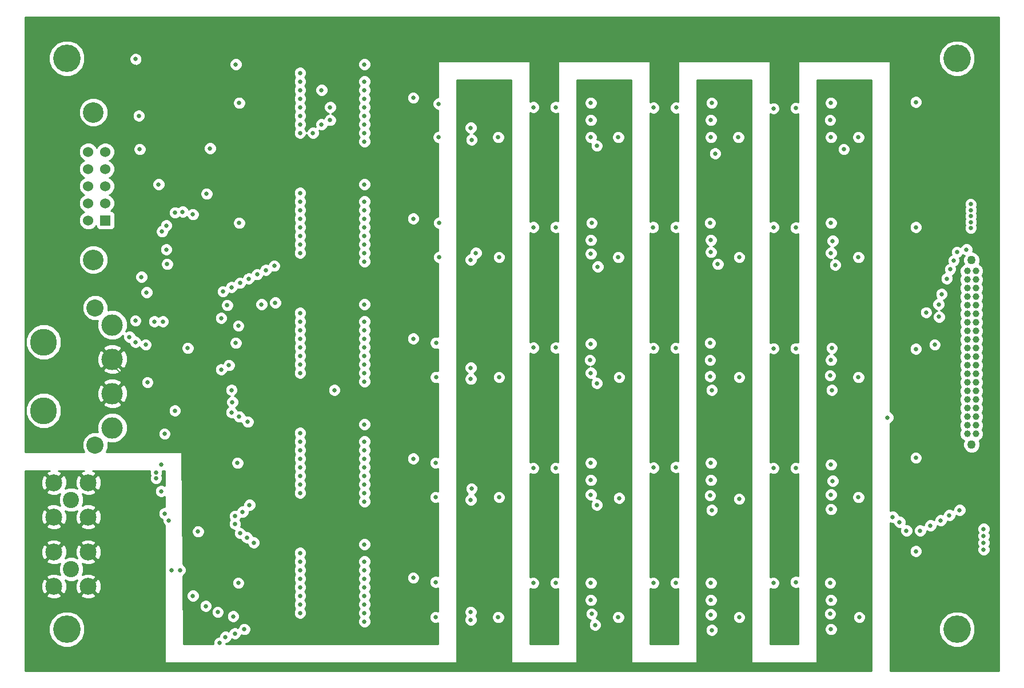
<source format=gbr>
G04 (created by PCBNEW (2013-03-31 BZR 4008)-stable) date 31/05/2013 12:57:13 PM*
%MOIN*%
G04 Gerber Fmt 3.4, Leading zero omitted, Abs format*
%FSLAX34Y34*%
G01*
G70*
G90*
G04 APERTURE LIST*
%ADD10C,2.3622e-006*%
%ADD11C,0.16*%
%ADD12C,0.12*%
%ADD13R,0.06X0.06*%
%ADD14C,0.06*%
%ADD15C,0.05*%
%ADD16C,0.0394*%
%ADD17C,0.1*%
%ADD18C,0.1571*%
%ADD19C,0.125*%
%ADD20C,0.0944882*%
%ADD21C,0.0984252*%
%ADD22C,0.025*%
%ADD23C,0.008*%
%ADD24C,0.01*%
G04 APERTURE END LIST*
G54D10*
G54D11*
X61750Y-8750D03*
X61750Y-42050D03*
X9850Y-42050D03*
G54D12*
X11400Y-11900D03*
X11400Y-20500D03*
G54D13*
X12100Y-18200D03*
G54D14*
X11100Y-18200D03*
X12100Y-17200D03*
X11100Y-17200D03*
X12100Y-16200D03*
X11100Y-16200D03*
X12100Y-15200D03*
X11100Y-15200D03*
X12100Y-14200D03*
X11100Y-14200D03*
G54D15*
X62600Y-20525D03*
X62600Y-31275D03*
G54D16*
X62350Y-21650D03*
X62350Y-21150D03*
X62850Y-21150D03*
X62850Y-21650D03*
X62850Y-23150D03*
X62850Y-23650D03*
X62850Y-22650D03*
X62850Y-22150D03*
X62350Y-22150D03*
X62350Y-22650D03*
X62350Y-23650D03*
X62350Y-23150D03*
X62850Y-28650D03*
X62850Y-29150D03*
X62850Y-30150D03*
X62850Y-29650D03*
X62350Y-29650D03*
X62350Y-30150D03*
X62350Y-29150D03*
X62350Y-28650D03*
X62350Y-30650D03*
X62850Y-30650D03*
X62850Y-28150D03*
X62350Y-28150D03*
X62350Y-25150D03*
X62350Y-25650D03*
X62350Y-24650D03*
X62350Y-24150D03*
X62350Y-26150D03*
X62350Y-26650D03*
X62350Y-27650D03*
X62350Y-27150D03*
X62850Y-27150D03*
X62850Y-27650D03*
X62850Y-26650D03*
X62850Y-26150D03*
X62850Y-24150D03*
X62850Y-24650D03*
X62850Y-25650D03*
X62850Y-25150D03*
G54D17*
X11500Y-23300D03*
X11500Y-31300D03*
G54D18*
X8500Y-25300D03*
G54D19*
X12500Y-28300D03*
X12500Y-26300D03*
X12500Y-30300D03*
X12500Y-24300D03*
G54D18*
X8500Y-29300D03*
G54D20*
X10100Y-34500D03*
G54D21*
X9100Y-35500D03*
X9100Y-33500D03*
X11100Y-33500D03*
X11100Y-35500D03*
G54D20*
X10100Y-38550D03*
G54D21*
X9100Y-39550D03*
X9100Y-37550D03*
X11100Y-37550D03*
X11100Y-39550D03*
G54D11*
X9850Y-8750D03*
G54D22*
X14100Y-14050D03*
X30050Y-11050D03*
X19900Y-18350D03*
X37050Y-39350D03*
X52350Y-39300D03*
X51050Y-11675D03*
X52350Y-18625D03*
X52350Y-11650D03*
X27200Y-37100D03*
X19900Y-11350D03*
X44050Y-39350D03*
X19850Y-24350D03*
X37050Y-11600D03*
X30050Y-25100D03*
X44050Y-32625D03*
X45350Y-32600D03*
X19850Y-39350D03*
X27200Y-16100D03*
X27200Y-30100D03*
X51050Y-32650D03*
X45350Y-25650D03*
X27200Y-23100D03*
X44025Y-18600D03*
X38350Y-25625D03*
X38350Y-39350D03*
X37050Y-18600D03*
X27200Y-9100D03*
X45350Y-39350D03*
X52350Y-32650D03*
X37050Y-25625D03*
X15200Y-16100D03*
X13857Y-8790D03*
X45375Y-11625D03*
X59350Y-37500D03*
X30050Y-32100D03*
X37050Y-32650D03*
X30050Y-39050D03*
X38350Y-18600D03*
X16900Y-25650D03*
X18850Y-26900D03*
X45350Y-18600D03*
X19800Y-32350D03*
X59350Y-11300D03*
X59350Y-25700D03*
X30050Y-18100D03*
X59350Y-18600D03*
X15450Y-24100D03*
X44050Y-11625D03*
X59350Y-32050D03*
X52350Y-25675D03*
X44050Y-25650D03*
X38350Y-11600D03*
X38350Y-32650D03*
X51050Y-25675D03*
X51050Y-39350D03*
X51050Y-18600D03*
X14050Y-12100D03*
X16250Y-30350D03*
X19250Y-33350D03*
X14150Y-15600D03*
X14100Y-13600D03*
X14050Y-11600D03*
X58700Y-28650D03*
X58700Y-34650D03*
X37700Y-13150D03*
X25900Y-23200D03*
X25900Y-16100D03*
X23450Y-41600D03*
X23450Y-20600D03*
X23450Y-23100D03*
X23450Y-30100D03*
X26000Y-9100D03*
X23450Y-13600D03*
X16950Y-24100D03*
X25950Y-37050D03*
X17700Y-24100D03*
X23450Y-9100D03*
X23450Y-34600D03*
X14450Y-23900D03*
X13857Y-9390D03*
X13100Y-20100D03*
X23450Y-27600D03*
X23450Y-16100D03*
X25950Y-30100D03*
X17850Y-25750D03*
X23450Y-37100D03*
X15650Y-25650D03*
X35000Y-13350D03*
X56000Y-20350D03*
X54400Y-34200D03*
X56000Y-13350D03*
X54350Y-41150D03*
X49050Y-20350D03*
X49000Y-13350D03*
X42050Y-27350D03*
X40400Y-27100D03*
X49050Y-34450D03*
X49050Y-27350D03*
X35000Y-41350D03*
X49050Y-41350D03*
X33400Y-41500D03*
X56000Y-34350D03*
X47400Y-13350D03*
X56050Y-41350D03*
X33400Y-20500D03*
X35050Y-20350D03*
X56000Y-27350D03*
X33400Y-34500D03*
X47350Y-34250D03*
X54400Y-13350D03*
X40450Y-41150D03*
X33400Y-27450D03*
X40400Y-20150D03*
X42000Y-20350D03*
X35050Y-34350D03*
X35050Y-27350D03*
X42050Y-34400D03*
X40400Y-34200D03*
X40400Y-13350D03*
X42000Y-13350D03*
X54400Y-20100D03*
X54350Y-27250D03*
X33450Y-13500D03*
X42000Y-41350D03*
X47400Y-41200D03*
X47350Y-27300D03*
X47400Y-20050D03*
X54400Y-31500D03*
X40400Y-17400D03*
X42000Y-17200D03*
X47350Y-17350D03*
X49050Y-17200D03*
X54400Y-17350D03*
X56000Y-17200D03*
X33400Y-24500D03*
X35000Y-24150D03*
X40350Y-24450D03*
X48950Y-10100D03*
X47500Y-10550D03*
X41950Y-10150D03*
X40450Y-10250D03*
X35000Y-10200D03*
X54450Y-10500D03*
X55950Y-10100D03*
X33400Y-17350D03*
X35000Y-17250D03*
X49000Y-31200D03*
X56000Y-31200D03*
X33400Y-38550D03*
X35000Y-38200D03*
X40400Y-38450D03*
X42000Y-38200D03*
X56000Y-38200D03*
X54400Y-38600D03*
X49000Y-38200D03*
X47400Y-38600D03*
X42000Y-24150D03*
X33350Y-10350D03*
X47400Y-24500D03*
X49000Y-24100D03*
X54400Y-24450D03*
X56000Y-24200D03*
X33400Y-31550D03*
X35000Y-31150D03*
X40400Y-31550D03*
X42000Y-31200D03*
X47400Y-31550D03*
X62300Y-19900D03*
X54350Y-12350D03*
X47400Y-19350D03*
X60850Y-22500D03*
X62550Y-18650D03*
X62550Y-18300D03*
X60675Y-23100D03*
X40400Y-19350D03*
X33700Y-20100D03*
X62550Y-17950D03*
X60700Y-23825D03*
X62550Y-17600D03*
X60450Y-25450D03*
X54400Y-26350D03*
X62550Y-17250D03*
X59950Y-23575D03*
X47350Y-26350D03*
X57700Y-29700D03*
X40350Y-26350D03*
X63300Y-37400D03*
X58000Y-35500D03*
X33400Y-26800D03*
X63300Y-37000D03*
X54500Y-33400D03*
X63300Y-36600D03*
X58400Y-35800D03*
X47400Y-33350D03*
X63300Y-36200D03*
X58800Y-36300D03*
X59600Y-36300D03*
X40400Y-33350D03*
X47400Y-12350D03*
X61750Y-20050D03*
X33450Y-33850D03*
X60200Y-36000D03*
X54400Y-40350D03*
X60800Y-35700D03*
X47400Y-40350D03*
X61300Y-35400D03*
X40400Y-40350D03*
X61900Y-35100D03*
X33400Y-41050D03*
X40400Y-12350D03*
X61550Y-20550D03*
X61350Y-21050D03*
X33400Y-12800D03*
X61150Y-21600D03*
X54500Y-19400D03*
X47450Y-11350D03*
X27200Y-13100D03*
X27200Y-10100D03*
X31525Y-11400D03*
X27200Y-12100D03*
X54400Y-11350D03*
X27200Y-13600D03*
X40400Y-11350D03*
X27200Y-12600D03*
X27200Y-11600D03*
X27200Y-11100D03*
X27200Y-10600D03*
X27200Y-20100D03*
X47350Y-18350D03*
X27200Y-17100D03*
X27200Y-19100D03*
X31550Y-18350D03*
X54400Y-18350D03*
X27200Y-20600D03*
X27200Y-19600D03*
X40450Y-18350D03*
X27200Y-18600D03*
X27200Y-18100D03*
X27200Y-17600D03*
X54450Y-25650D03*
X27200Y-27600D03*
X27200Y-24100D03*
X27200Y-24600D03*
X40400Y-25400D03*
X27200Y-26600D03*
X27200Y-25100D03*
X27200Y-25600D03*
X27200Y-26100D03*
X31375Y-25350D03*
X27200Y-27100D03*
X47350Y-25350D03*
X27200Y-31100D03*
X27200Y-34600D03*
X54400Y-32450D03*
X27200Y-31600D03*
X27200Y-33600D03*
X40400Y-32350D03*
X27200Y-32100D03*
X27200Y-33100D03*
X31350Y-32350D03*
X27200Y-32600D03*
X27200Y-34100D03*
X47400Y-32350D03*
X27200Y-38600D03*
X31350Y-39300D03*
X27200Y-40100D03*
X54350Y-39350D03*
X27200Y-41600D03*
X47400Y-39350D03*
X27200Y-41100D03*
X27200Y-40600D03*
X40400Y-39350D03*
X27200Y-38100D03*
X27200Y-39100D03*
X27200Y-39600D03*
X55150Y-14050D03*
X23450Y-13100D03*
X19700Y-9100D03*
X23450Y-9600D03*
X16600Y-17700D03*
X23450Y-19600D03*
X21450Y-21100D03*
X47800Y-20750D03*
X18950Y-22350D03*
X15700Y-20750D03*
X23450Y-17100D03*
X16150Y-17750D03*
X20950Y-21350D03*
X23450Y-19100D03*
X40800Y-20900D03*
X19450Y-22100D03*
X15650Y-19900D03*
X23450Y-17600D03*
X15650Y-18500D03*
X20450Y-21600D03*
X23450Y-18600D03*
X31550Y-20350D03*
X15400Y-18850D03*
X23450Y-18100D03*
X19950Y-21850D03*
X23450Y-27100D03*
X54450Y-28100D03*
X14950Y-24100D03*
X21200Y-23100D03*
X23450Y-23600D03*
X14500Y-22400D03*
X13850Y-24050D03*
X23450Y-26600D03*
X47450Y-28100D03*
X19700Y-25350D03*
X14200Y-21500D03*
X22000Y-23000D03*
X23450Y-24100D03*
X24200Y-13100D03*
X23450Y-12600D03*
X47650Y-14300D03*
X13500Y-25000D03*
X23450Y-26100D03*
X40750Y-27700D03*
X23450Y-24600D03*
X13850Y-25300D03*
X25450Y-28100D03*
X19300Y-26650D03*
X31375Y-27350D03*
X23450Y-25600D03*
X14450Y-25450D03*
X19450Y-28100D03*
X14550Y-27650D03*
X23450Y-25100D03*
X15050Y-33250D03*
X23450Y-34100D03*
X54400Y-35050D03*
X20500Y-34800D03*
X15050Y-32900D03*
X23450Y-30600D03*
X20400Y-29950D03*
X15350Y-34000D03*
X47450Y-35100D03*
X23450Y-33600D03*
X20100Y-35200D03*
X15350Y-32450D03*
X19900Y-29650D03*
X23450Y-31100D03*
X15550Y-35300D03*
X19650Y-35450D03*
X23450Y-33100D03*
X40750Y-34800D03*
X15550Y-30650D03*
X23450Y-31600D03*
X19450Y-29400D03*
X24700Y-10600D03*
X23450Y-10100D03*
X15800Y-35700D03*
X19650Y-35900D03*
X23450Y-32600D03*
X31350Y-34350D03*
X19500Y-28800D03*
X16150Y-29300D03*
X23450Y-32100D03*
X23450Y-41100D03*
X54400Y-42050D03*
X15950Y-38600D03*
X23450Y-37600D03*
X20750Y-37000D03*
X20200Y-42050D03*
X23450Y-40600D03*
X47450Y-42100D03*
X19550Y-41300D03*
X23450Y-38100D03*
X20350Y-36700D03*
X16450Y-38600D03*
X23450Y-40100D03*
X40650Y-41800D03*
X18650Y-41050D03*
X19650Y-42300D03*
X19950Y-36450D03*
X17500Y-36350D03*
X23450Y-38600D03*
X17950Y-40700D03*
X19100Y-42500D03*
X23450Y-39600D03*
X31350Y-41350D03*
X23450Y-39100D03*
X18750Y-42850D03*
X17200Y-40100D03*
X23450Y-12100D03*
X24700Y-12600D03*
X40750Y-13850D03*
X25200Y-11600D03*
X23450Y-10600D03*
X31525Y-13350D03*
X23450Y-11600D03*
X25200Y-12350D03*
X23450Y-11100D03*
X18200Y-14000D03*
X17200Y-17850D03*
X21950Y-20850D03*
X54650Y-20800D03*
X23450Y-20100D03*
X23450Y-16600D03*
X18000Y-16650D03*
X18850Y-23900D03*
X19200Y-23150D03*
G54D23*
X19250Y-33350D02*
X16250Y-30350D01*
X12500Y-26600D02*
X16250Y-30350D01*
X12500Y-26600D02*
X12500Y-26150D01*
X37700Y-8150D02*
X37700Y-13150D01*
X58700Y-8150D02*
X58700Y-27225D01*
X58700Y-27225D02*
X58700Y-28400D01*
X58700Y-28400D02*
X58700Y-28650D01*
X58700Y-28650D02*
X58700Y-34650D01*
X26000Y-9100D02*
X26000Y-8100D01*
X26050Y-8150D02*
X37700Y-8150D01*
X37700Y-8150D02*
X44800Y-8150D01*
X44800Y-8150D02*
X51750Y-8150D01*
X51750Y-8150D02*
X58700Y-8150D01*
X26000Y-8100D02*
X26050Y-8150D01*
G54D10*
G36*
X64175Y-44475D02*
X63675Y-44475D01*
X63675Y-37325D01*
X63623Y-37199D01*
X63674Y-37074D01*
X63675Y-36925D01*
X63623Y-36799D01*
X63674Y-36674D01*
X63675Y-36525D01*
X63623Y-36399D01*
X63674Y-36274D01*
X63675Y-36125D01*
X63618Y-35987D01*
X63512Y-35882D01*
X63374Y-35825D01*
X63297Y-35824D01*
X63297Y-30561D01*
X63230Y-30399D01*
X63296Y-30239D01*
X63297Y-30061D01*
X63230Y-29899D01*
X63296Y-29739D01*
X63297Y-29561D01*
X63230Y-29399D01*
X63296Y-29239D01*
X63297Y-29061D01*
X63230Y-28899D01*
X63296Y-28739D01*
X63297Y-28561D01*
X63230Y-28399D01*
X63296Y-28239D01*
X63297Y-28061D01*
X63230Y-27899D01*
X63296Y-27739D01*
X63297Y-27561D01*
X63230Y-27399D01*
X63296Y-27239D01*
X63297Y-27061D01*
X63230Y-26899D01*
X63296Y-26739D01*
X63297Y-26561D01*
X63230Y-26399D01*
X63296Y-26239D01*
X63297Y-26061D01*
X63230Y-25899D01*
X63296Y-25739D01*
X63297Y-25561D01*
X63230Y-25399D01*
X63296Y-25239D01*
X63297Y-25061D01*
X63230Y-24899D01*
X63296Y-24739D01*
X63297Y-24561D01*
X63230Y-24399D01*
X63296Y-24239D01*
X63297Y-24061D01*
X63230Y-23899D01*
X63296Y-23739D01*
X63297Y-23561D01*
X63230Y-23399D01*
X63296Y-23239D01*
X63297Y-23061D01*
X63230Y-22899D01*
X63296Y-22739D01*
X63297Y-22561D01*
X63230Y-22399D01*
X63296Y-22239D01*
X63297Y-22061D01*
X63230Y-21899D01*
X63296Y-21739D01*
X63297Y-21561D01*
X63230Y-21399D01*
X63296Y-21239D01*
X63297Y-21061D01*
X63229Y-20897D01*
X63103Y-20771D01*
X63048Y-20748D01*
X63099Y-20624D01*
X63100Y-20425D01*
X63024Y-20242D01*
X62925Y-20142D01*
X62925Y-18575D01*
X62883Y-18474D01*
X62924Y-18374D01*
X62925Y-18225D01*
X62883Y-18124D01*
X62924Y-18024D01*
X62925Y-17875D01*
X62883Y-17774D01*
X62924Y-17674D01*
X62925Y-17525D01*
X62883Y-17424D01*
X62924Y-17324D01*
X62925Y-17175D01*
X62868Y-17037D01*
X62800Y-16969D01*
X62800Y-8542D01*
X62640Y-8156D01*
X62345Y-7860D01*
X61959Y-7700D01*
X61542Y-7699D01*
X61156Y-7859D01*
X60860Y-8154D01*
X60700Y-8540D01*
X60699Y-8957D01*
X60859Y-9344D01*
X61154Y-9639D01*
X61540Y-9799D01*
X61957Y-9800D01*
X62344Y-9640D01*
X62639Y-9345D01*
X62799Y-8959D01*
X62800Y-8542D01*
X62800Y-16969D01*
X62762Y-16932D01*
X62624Y-16875D01*
X62475Y-16874D01*
X62337Y-16931D01*
X62232Y-17037D01*
X62175Y-17175D01*
X62174Y-17324D01*
X62216Y-17425D01*
X62175Y-17525D01*
X62174Y-17674D01*
X62216Y-17775D01*
X62175Y-17875D01*
X62174Y-18024D01*
X62216Y-18125D01*
X62175Y-18225D01*
X62174Y-18374D01*
X62216Y-18475D01*
X62175Y-18575D01*
X62174Y-18724D01*
X62231Y-18862D01*
X62337Y-18967D01*
X62475Y-19024D01*
X62624Y-19025D01*
X62762Y-18968D01*
X62867Y-18862D01*
X62924Y-18724D01*
X62925Y-18575D01*
X62925Y-20142D01*
X62883Y-20101D01*
X62699Y-20025D01*
X62654Y-20025D01*
X62674Y-19974D01*
X62675Y-19825D01*
X62618Y-19687D01*
X62512Y-19582D01*
X62374Y-19525D01*
X62225Y-19524D01*
X62087Y-19581D01*
X61982Y-19687D01*
X61963Y-19732D01*
X61962Y-19732D01*
X61824Y-19675D01*
X61675Y-19674D01*
X61537Y-19731D01*
X61432Y-19837D01*
X61375Y-19975D01*
X61374Y-20124D01*
X61407Y-20203D01*
X61337Y-20231D01*
X61232Y-20337D01*
X61175Y-20475D01*
X61174Y-20624D01*
X61207Y-20703D01*
X61137Y-20731D01*
X61032Y-20837D01*
X60975Y-20975D01*
X60974Y-21124D01*
X61025Y-21245D01*
X60937Y-21281D01*
X60832Y-21387D01*
X60775Y-21525D01*
X60774Y-21674D01*
X60831Y-21812D01*
X60937Y-21917D01*
X61075Y-21974D01*
X61224Y-21975D01*
X61362Y-21918D01*
X61467Y-21812D01*
X61524Y-21674D01*
X61525Y-21525D01*
X61474Y-21404D01*
X61562Y-21368D01*
X61667Y-21262D01*
X61724Y-21124D01*
X61725Y-20975D01*
X61692Y-20896D01*
X61762Y-20868D01*
X61867Y-20762D01*
X61924Y-20624D01*
X61925Y-20475D01*
X61892Y-20396D01*
X61962Y-20368D01*
X62067Y-20262D01*
X62086Y-20217D01*
X62087Y-20217D01*
X62171Y-20252D01*
X62100Y-20425D01*
X62099Y-20624D01*
X62151Y-20748D01*
X62097Y-20770D01*
X61971Y-20896D01*
X61903Y-21060D01*
X61902Y-21238D01*
X61969Y-21400D01*
X61903Y-21560D01*
X61902Y-21738D01*
X61969Y-21900D01*
X61903Y-22060D01*
X61902Y-22238D01*
X61969Y-22400D01*
X61903Y-22560D01*
X61902Y-22738D01*
X61969Y-22900D01*
X61903Y-23060D01*
X61902Y-23238D01*
X61969Y-23400D01*
X61903Y-23560D01*
X61902Y-23738D01*
X61969Y-23900D01*
X61903Y-24060D01*
X61902Y-24238D01*
X61969Y-24400D01*
X61903Y-24560D01*
X61902Y-24738D01*
X61969Y-24900D01*
X61903Y-25060D01*
X61902Y-25238D01*
X61969Y-25400D01*
X61903Y-25560D01*
X61902Y-25738D01*
X61969Y-25900D01*
X61903Y-26060D01*
X61902Y-26238D01*
X61969Y-26400D01*
X61903Y-26560D01*
X61902Y-26738D01*
X61969Y-26900D01*
X61903Y-27060D01*
X61902Y-27238D01*
X61969Y-27400D01*
X61903Y-27560D01*
X61902Y-27738D01*
X61969Y-27900D01*
X61903Y-28060D01*
X61902Y-28238D01*
X61969Y-28400D01*
X61903Y-28560D01*
X61902Y-28738D01*
X61969Y-28900D01*
X61903Y-29060D01*
X61902Y-29238D01*
X61969Y-29400D01*
X61903Y-29560D01*
X61902Y-29738D01*
X61969Y-29900D01*
X61903Y-30060D01*
X61902Y-30238D01*
X61969Y-30400D01*
X61903Y-30560D01*
X61902Y-30738D01*
X61970Y-30902D01*
X62096Y-31028D01*
X62151Y-31051D01*
X62100Y-31175D01*
X62099Y-31374D01*
X62175Y-31557D01*
X62316Y-31698D01*
X62500Y-31774D01*
X62699Y-31775D01*
X62882Y-31699D01*
X63023Y-31558D01*
X63099Y-31374D01*
X63100Y-31175D01*
X63048Y-31051D01*
X63102Y-31029D01*
X63228Y-30903D01*
X63296Y-30739D01*
X63297Y-30561D01*
X63297Y-35824D01*
X63225Y-35824D01*
X63087Y-35881D01*
X62982Y-35987D01*
X62925Y-36125D01*
X62924Y-36274D01*
X62976Y-36400D01*
X62925Y-36525D01*
X62924Y-36674D01*
X62976Y-36800D01*
X62925Y-36925D01*
X62924Y-37074D01*
X62976Y-37200D01*
X62925Y-37325D01*
X62924Y-37474D01*
X62981Y-37612D01*
X63087Y-37717D01*
X63225Y-37774D01*
X63374Y-37775D01*
X63512Y-37718D01*
X63617Y-37612D01*
X63674Y-37474D01*
X63675Y-37325D01*
X63675Y-44475D01*
X62800Y-44475D01*
X62800Y-41842D01*
X62640Y-41456D01*
X62345Y-41160D01*
X62275Y-41131D01*
X62275Y-35025D01*
X62218Y-34887D01*
X62112Y-34782D01*
X61974Y-34725D01*
X61825Y-34724D01*
X61687Y-34781D01*
X61582Y-34887D01*
X61525Y-35025D01*
X61525Y-35094D01*
X61512Y-35082D01*
X61374Y-35025D01*
X61225Y-35024D01*
X61225Y-35025D01*
X61225Y-22425D01*
X61168Y-22287D01*
X61062Y-22182D01*
X60924Y-22125D01*
X60775Y-22124D01*
X60637Y-22181D01*
X60532Y-22287D01*
X60475Y-22425D01*
X60474Y-22574D01*
X60531Y-22712D01*
X60561Y-22741D01*
X60462Y-22781D01*
X60357Y-22887D01*
X60300Y-23025D01*
X60299Y-23174D01*
X60356Y-23312D01*
X60462Y-23417D01*
X60582Y-23467D01*
X60487Y-23506D01*
X60382Y-23612D01*
X60325Y-23750D01*
X60325Y-23500D01*
X60268Y-23362D01*
X60162Y-23257D01*
X60024Y-23200D01*
X59875Y-23199D01*
X59737Y-23256D01*
X59725Y-23269D01*
X59725Y-18525D01*
X59725Y-11225D01*
X59668Y-11087D01*
X59562Y-10982D01*
X59424Y-10925D01*
X59275Y-10924D01*
X59137Y-10981D01*
X59032Y-11087D01*
X58975Y-11225D01*
X58974Y-11374D01*
X59031Y-11512D01*
X59137Y-11617D01*
X59275Y-11674D01*
X59424Y-11675D01*
X59562Y-11618D01*
X59667Y-11512D01*
X59724Y-11374D01*
X59725Y-11225D01*
X59725Y-18525D01*
X59668Y-18387D01*
X59562Y-18282D01*
X59424Y-18225D01*
X59275Y-18224D01*
X59137Y-18281D01*
X59032Y-18387D01*
X58975Y-18525D01*
X58974Y-18674D01*
X59031Y-18812D01*
X59137Y-18917D01*
X59275Y-18974D01*
X59424Y-18975D01*
X59562Y-18918D01*
X59667Y-18812D01*
X59724Y-18674D01*
X59725Y-18525D01*
X59725Y-23269D01*
X59632Y-23362D01*
X59575Y-23500D01*
X59574Y-23649D01*
X59631Y-23787D01*
X59737Y-23892D01*
X59875Y-23949D01*
X60024Y-23950D01*
X60162Y-23893D01*
X60267Y-23787D01*
X60324Y-23649D01*
X60325Y-23500D01*
X60325Y-23750D01*
X60324Y-23899D01*
X60381Y-24037D01*
X60487Y-24142D01*
X60625Y-24199D01*
X60774Y-24200D01*
X60912Y-24143D01*
X61017Y-24037D01*
X61074Y-23899D01*
X61075Y-23750D01*
X61018Y-23612D01*
X60912Y-23507D01*
X60792Y-23457D01*
X60887Y-23418D01*
X60992Y-23312D01*
X61049Y-23174D01*
X61050Y-23025D01*
X60993Y-22887D01*
X60963Y-22858D01*
X61062Y-22818D01*
X61167Y-22712D01*
X61224Y-22574D01*
X61225Y-22425D01*
X61225Y-35025D01*
X61087Y-35081D01*
X60982Y-35187D01*
X60925Y-35325D01*
X60925Y-35345D01*
X60874Y-35325D01*
X60825Y-35325D01*
X60825Y-25375D01*
X60768Y-25237D01*
X60662Y-25132D01*
X60524Y-25075D01*
X60375Y-25074D01*
X60237Y-25131D01*
X60132Y-25237D01*
X60075Y-25375D01*
X60074Y-25524D01*
X60131Y-25662D01*
X60237Y-25767D01*
X60375Y-25824D01*
X60524Y-25825D01*
X60662Y-25768D01*
X60767Y-25662D01*
X60824Y-25524D01*
X60825Y-25375D01*
X60825Y-35325D01*
X60725Y-35324D01*
X60587Y-35381D01*
X60482Y-35487D01*
X60425Y-35625D01*
X60425Y-35694D01*
X60412Y-35682D01*
X60274Y-35625D01*
X60125Y-35624D01*
X59987Y-35681D01*
X59882Y-35787D01*
X59825Y-35925D01*
X59825Y-35994D01*
X59812Y-35982D01*
X59725Y-35945D01*
X59725Y-31975D01*
X59725Y-25625D01*
X59668Y-25487D01*
X59562Y-25382D01*
X59424Y-25325D01*
X59275Y-25324D01*
X59137Y-25381D01*
X59032Y-25487D01*
X58975Y-25625D01*
X58974Y-25774D01*
X59031Y-25912D01*
X59137Y-26017D01*
X59275Y-26074D01*
X59424Y-26075D01*
X59562Y-26018D01*
X59667Y-25912D01*
X59724Y-25774D01*
X59725Y-25625D01*
X59725Y-31975D01*
X59668Y-31837D01*
X59562Y-31732D01*
X59424Y-31675D01*
X59275Y-31674D01*
X59137Y-31731D01*
X59032Y-31837D01*
X58975Y-31975D01*
X58974Y-32124D01*
X59031Y-32262D01*
X59137Y-32367D01*
X59275Y-32424D01*
X59424Y-32425D01*
X59562Y-32368D01*
X59667Y-32262D01*
X59724Y-32124D01*
X59725Y-31975D01*
X59725Y-35945D01*
X59674Y-35925D01*
X59525Y-35924D01*
X59387Y-35981D01*
X59282Y-36087D01*
X59225Y-36225D01*
X59224Y-36374D01*
X59281Y-36512D01*
X59387Y-36617D01*
X59525Y-36674D01*
X59674Y-36675D01*
X59812Y-36618D01*
X59917Y-36512D01*
X59974Y-36374D01*
X59974Y-36305D01*
X59987Y-36317D01*
X60125Y-36374D01*
X60274Y-36375D01*
X60412Y-36318D01*
X60517Y-36212D01*
X60574Y-36074D01*
X60574Y-36005D01*
X60587Y-36017D01*
X60725Y-36074D01*
X60874Y-36075D01*
X61012Y-36018D01*
X61117Y-35912D01*
X61174Y-35774D01*
X61174Y-35754D01*
X61225Y-35774D01*
X61374Y-35775D01*
X61512Y-35718D01*
X61617Y-35612D01*
X61674Y-35474D01*
X61674Y-35405D01*
X61687Y-35417D01*
X61825Y-35474D01*
X61974Y-35475D01*
X62112Y-35418D01*
X62217Y-35312D01*
X62274Y-35174D01*
X62275Y-35025D01*
X62275Y-41131D01*
X61959Y-41000D01*
X61542Y-40999D01*
X61156Y-41159D01*
X60860Y-41454D01*
X60700Y-41840D01*
X60699Y-42257D01*
X60859Y-42644D01*
X61154Y-42939D01*
X61540Y-43099D01*
X61957Y-43100D01*
X62344Y-42940D01*
X62639Y-42645D01*
X62799Y-42259D01*
X62800Y-41842D01*
X62800Y-44475D01*
X59725Y-44475D01*
X59725Y-37425D01*
X59668Y-37287D01*
X59562Y-37182D01*
X59424Y-37125D01*
X59275Y-37124D01*
X59137Y-37181D01*
X59032Y-37287D01*
X58975Y-37425D01*
X58974Y-37574D01*
X59031Y-37712D01*
X59137Y-37817D01*
X59275Y-37874D01*
X59424Y-37875D01*
X59562Y-37818D01*
X59667Y-37712D01*
X59724Y-37574D01*
X59725Y-37425D01*
X59725Y-44475D01*
X57850Y-44475D01*
X57850Y-35843D01*
X57925Y-35874D01*
X58025Y-35875D01*
X58081Y-36012D01*
X58187Y-36117D01*
X58325Y-36174D01*
X58445Y-36175D01*
X58425Y-36225D01*
X58424Y-36374D01*
X58481Y-36512D01*
X58587Y-36617D01*
X58725Y-36674D01*
X58874Y-36675D01*
X59012Y-36618D01*
X59117Y-36512D01*
X59174Y-36374D01*
X59175Y-36225D01*
X59118Y-36087D01*
X59012Y-35982D01*
X58874Y-35925D01*
X58754Y-35924D01*
X58774Y-35874D01*
X58775Y-35725D01*
X58718Y-35587D01*
X58612Y-35482D01*
X58474Y-35425D01*
X58374Y-35424D01*
X58318Y-35287D01*
X58212Y-35182D01*
X58074Y-35125D01*
X57925Y-35124D01*
X57850Y-35156D01*
X57850Y-30043D01*
X57912Y-30018D01*
X58017Y-29912D01*
X58074Y-29774D01*
X58075Y-29625D01*
X58018Y-29487D01*
X57912Y-29382D01*
X57850Y-29356D01*
X57850Y-8900D01*
X52500Y-8900D01*
X52500Y-11306D01*
X52424Y-11275D01*
X52275Y-11274D01*
X52137Y-11331D01*
X52032Y-11437D01*
X51975Y-11575D01*
X51974Y-11724D01*
X52031Y-11862D01*
X52137Y-11967D01*
X52275Y-12024D01*
X52424Y-12025D01*
X52500Y-11993D01*
X52500Y-18281D01*
X52424Y-18250D01*
X52275Y-18249D01*
X52137Y-18306D01*
X52032Y-18412D01*
X51975Y-18550D01*
X51974Y-18699D01*
X52031Y-18837D01*
X52137Y-18942D01*
X52275Y-18999D01*
X52424Y-19000D01*
X52500Y-18968D01*
X52500Y-25331D01*
X52424Y-25300D01*
X52275Y-25299D01*
X52137Y-25356D01*
X52032Y-25462D01*
X51975Y-25600D01*
X51974Y-25749D01*
X52031Y-25887D01*
X52137Y-25992D01*
X52275Y-26049D01*
X52424Y-26050D01*
X52500Y-26018D01*
X52500Y-32306D01*
X52424Y-32275D01*
X52275Y-32274D01*
X52137Y-32331D01*
X52032Y-32437D01*
X51975Y-32575D01*
X51974Y-32724D01*
X52031Y-32862D01*
X52137Y-32967D01*
X52275Y-33024D01*
X52424Y-33025D01*
X52500Y-32993D01*
X52500Y-38956D01*
X52424Y-38925D01*
X52275Y-38924D01*
X52137Y-38981D01*
X52032Y-39087D01*
X51975Y-39225D01*
X51974Y-39374D01*
X52031Y-39512D01*
X52137Y-39617D01*
X52275Y-39674D01*
X52424Y-39675D01*
X52500Y-39643D01*
X52500Y-42900D01*
X50850Y-42900D01*
X50850Y-39672D01*
X50975Y-39724D01*
X51124Y-39725D01*
X51262Y-39668D01*
X51367Y-39562D01*
X51424Y-39424D01*
X51425Y-39275D01*
X51368Y-39137D01*
X51262Y-39032D01*
X51124Y-38975D01*
X50975Y-38974D01*
X50850Y-39026D01*
X50850Y-32972D01*
X50975Y-33024D01*
X51124Y-33025D01*
X51262Y-32968D01*
X51367Y-32862D01*
X51424Y-32724D01*
X51425Y-32575D01*
X51368Y-32437D01*
X51262Y-32332D01*
X51124Y-32275D01*
X50975Y-32274D01*
X50850Y-32326D01*
X50850Y-25997D01*
X50975Y-26049D01*
X51124Y-26050D01*
X51262Y-25993D01*
X51367Y-25887D01*
X51424Y-25749D01*
X51425Y-25600D01*
X51368Y-25462D01*
X51262Y-25357D01*
X51124Y-25300D01*
X50975Y-25299D01*
X50850Y-25351D01*
X50850Y-18922D01*
X50975Y-18974D01*
X51124Y-18975D01*
X51262Y-18918D01*
X51367Y-18812D01*
X51424Y-18674D01*
X51425Y-18525D01*
X51368Y-18387D01*
X51262Y-18282D01*
X51124Y-18225D01*
X50975Y-18224D01*
X50850Y-18276D01*
X50850Y-11997D01*
X50975Y-12049D01*
X51124Y-12050D01*
X51262Y-11993D01*
X51367Y-11887D01*
X51424Y-11749D01*
X51425Y-11600D01*
X51368Y-11462D01*
X51262Y-11357D01*
X51124Y-11300D01*
X50975Y-11299D01*
X50850Y-11351D01*
X50850Y-8900D01*
X45500Y-8900D01*
X45500Y-11270D01*
X45449Y-11250D01*
X45300Y-11249D01*
X45162Y-11306D01*
X45057Y-11412D01*
X45000Y-11550D01*
X44999Y-11699D01*
X45056Y-11837D01*
X45162Y-11942D01*
X45300Y-11999D01*
X45449Y-12000D01*
X45500Y-11979D01*
X45500Y-18256D01*
X45424Y-18225D01*
X45275Y-18224D01*
X45137Y-18281D01*
X45032Y-18387D01*
X44975Y-18525D01*
X44974Y-18674D01*
X45031Y-18812D01*
X45137Y-18917D01*
X45275Y-18974D01*
X45424Y-18975D01*
X45500Y-18943D01*
X45500Y-25306D01*
X45424Y-25275D01*
X45275Y-25274D01*
X45137Y-25331D01*
X45032Y-25437D01*
X44975Y-25575D01*
X44974Y-25724D01*
X45031Y-25862D01*
X45137Y-25967D01*
X45275Y-26024D01*
X45424Y-26025D01*
X45500Y-25993D01*
X45500Y-32256D01*
X45424Y-32225D01*
X45275Y-32224D01*
X45137Y-32281D01*
X45032Y-32387D01*
X44975Y-32525D01*
X44974Y-32674D01*
X45031Y-32812D01*
X45137Y-32917D01*
X45275Y-32974D01*
X45424Y-32975D01*
X45500Y-32943D01*
X45500Y-39006D01*
X45424Y-38975D01*
X45275Y-38974D01*
X45137Y-39031D01*
X45032Y-39137D01*
X44975Y-39275D01*
X44974Y-39424D01*
X45031Y-39562D01*
X45137Y-39667D01*
X45275Y-39724D01*
X45424Y-39725D01*
X45500Y-39693D01*
X45500Y-42900D01*
X43850Y-42900D01*
X43850Y-39672D01*
X43975Y-39724D01*
X44124Y-39725D01*
X44262Y-39668D01*
X44367Y-39562D01*
X44424Y-39424D01*
X44425Y-39275D01*
X44368Y-39137D01*
X44262Y-39032D01*
X44124Y-38975D01*
X43975Y-38974D01*
X43850Y-39026D01*
X43850Y-32947D01*
X43975Y-32999D01*
X44124Y-33000D01*
X44262Y-32943D01*
X44367Y-32837D01*
X44424Y-32699D01*
X44425Y-32550D01*
X44368Y-32412D01*
X44262Y-32307D01*
X44124Y-32250D01*
X43975Y-32249D01*
X43850Y-32301D01*
X43850Y-25972D01*
X43975Y-26024D01*
X44124Y-26025D01*
X44262Y-25968D01*
X44367Y-25862D01*
X44424Y-25724D01*
X44425Y-25575D01*
X44368Y-25437D01*
X44262Y-25332D01*
X44124Y-25275D01*
X43975Y-25274D01*
X43850Y-25326D01*
X43850Y-18933D01*
X43950Y-18974D01*
X44099Y-18975D01*
X44237Y-18918D01*
X44342Y-18812D01*
X44399Y-18674D01*
X44400Y-18525D01*
X44343Y-18387D01*
X44237Y-18282D01*
X44099Y-18225D01*
X43950Y-18224D01*
X43850Y-18266D01*
X43850Y-11947D01*
X43975Y-11999D01*
X44124Y-12000D01*
X44262Y-11943D01*
X44367Y-11837D01*
X44424Y-11699D01*
X44425Y-11550D01*
X44368Y-11412D01*
X44262Y-11307D01*
X44124Y-11250D01*
X43975Y-11249D01*
X43850Y-11301D01*
X43850Y-8900D01*
X38500Y-8900D01*
X38500Y-11256D01*
X38424Y-11225D01*
X38275Y-11224D01*
X38137Y-11281D01*
X38032Y-11387D01*
X37975Y-11525D01*
X37974Y-11674D01*
X38031Y-11812D01*
X38137Y-11917D01*
X38275Y-11974D01*
X38424Y-11975D01*
X38500Y-11943D01*
X38500Y-18256D01*
X38424Y-18225D01*
X38275Y-18224D01*
X38137Y-18281D01*
X38032Y-18387D01*
X37975Y-18525D01*
X37974Y-18674D01*
X38031Y-18812D01*
X38137Y-18917D01*
X38275Y-18974D01*
X38424Y-18975D01*
X38500Y-18943D01*
X38500Y-25281D01*
X38424Y-25250D01*
X38275Y-25249D01*
X38137Y-25306D01*
X38032Y-25412D01*
X37975Y-25550D01*
X37974Y-25699D01*
X38031Y-25837D01*
X38137Y-25942D01*
X38275Y-25999D01*
X38424Y-26000D01*
X38500Y-25968D01*
X38500Y-32306D01*
X38424Y-32275D01*
X38275Y-32274D01*
X38137Y-32331D01*
X38032Y-32437D01*
X37975Y-32575D01*
X37974Y-32724D01*
X38031Y-32862D01*
X38137Y-32967D01*
X38275Y-33024D01*
X38424Y-33025D01*
X38500Y-32993D01*
X38500Y-39006D01*
X38424Y-38975D01*
X38275Y-38974D01*
X38137Y-39031D01*
X38032Y-39137D01*
X37975Y-39275D01*
X37974Y-39424D01*
X38031Y-39562D01*
X38137Y-39667D01*
X38275Y-39724D01*
X38424Y-39725D01*
X38500Y-39693D01*
X38500Y-42900D01*
X36850Y-42900D01*
X36850Y-39672D01*
X36975Y-39724D01*
X37124Y-39725D01*
X37262Y-39668D01*
X37367Y-39562D01*
X37424Y-39424D01*
X37425Y-39275D01*
X37368Y-39137D01*
X37262Y-39032D01*
X37124Y-38975D01*
X36975Y-38974D01*
X36850Y-39026D01*
X36850Y-32972D01*
X36975Y-33024D01*
X37124Y-33025D01*
X37262Y-32968D01*
X37367Y-32862D01*
X37424Y-32724D01*
X37425Y-32575D01*
X37368Y-32437D01*
X37262Y-32332D01*
X37124Y-32275D01*
X36975Y-32274D01*
X36850Y-32326D01*
X36850Y-25947D01*
X36975Y-25999D01*
X37124Y-26000D01*
X37262Y-25943D01*
X37367Y-25837D01*
X37424Y-25699D01*
X37425Y-25550D01*
X37368Y-25412D01*
X37262Y-25307D01*
X37124Y-25250D01*
X36975Y-25249D01*
X36850Y-25301D01*
X36850Y-18922D01*
X36975Y-18974D01*
X37124Y-18975D01*
X37262Y-18918D01*
X37367Y-18812D01*
X37424Y-18674D01*
X37425Y-18525D01*
X37368Y-18387D01*
X37262Y-18282D01*
X37124Y-18225D01*
X36975Y-18224D01*
X36850Y-18276D01*
X36850Y-11922D01*
X36975Y-11974D01*
X37124Y-11975D01*
X37262Y-11918D01*
X37367Y-11812D01*
X37424Y-11674D01*
X37425Y-11525D01*
X37368Y-11387D01*
X37262Y-11282D01*
X37124Y-11225D01*
X36975Y-11224D01*
X36850Y-11276D01*
X36850Y-8900D01*
X31500Y-8900D01*
X31500Y-11024D01*
X31450Y-11024D01*
X31312Y-11081D01*
X31207Y-11187D01*
X31150Y-11325D01*
X31149Y-11474D01*
X31206Y-11612D01*
X31312Y-11717D01*
X31450Y-11774D01*
X31500Y-11774D01*
X31500Y-12974D01*
X31450Y-12974D01*
X31312Y-13031D01*
X31207Y-13137D01*
X31150Y-13275D01*
X31149Y-13424D01*
X31206Y-13562D01*
X31312Y-13667D01*
X31450Y-13724D01*
X31500Y-13724D01*
X31500Y-17974D01*
X31475Y-17974D01*
X31337Y-18031D01*
X31232Y-18137D01*
X31175Y-18275D01*
X31174Y-18424D01*
X31231Y-18562D01*
X31337Y-18667D01*
X31475Y-18724D01*
X31500Y-18724D01*
X31500Y-19974D01*
X31475Y-19974D01*
X31337Y-20031D01*
X31232Y-20137D01*
X31175Y-20275D01*
X31174Y-20424D01*
X31231Y-20562D01*
X31337Y-20667D01*
X31475Y-20724D01*
X31500Y-20724D01*
X31500Y-24995D01*
X31449Y-24975D01*
X31300Y-24974D01*
X31162Y-25031D01*
X31057Y-25137D01*
X31000Y-25275D01*
X30999Y-25424D01*
X31056Y-25562D01*
X31162Y-25667D01*
X31300Y-25724D01*
X31449Y-25725D01*
X31500Y-25704D01*
X31500Y-26995D01*
X31449Y-26975D01*
X31300Y-26974D01*
X31162Y-27031D01*
X31057Y-27137D01*
X31000Y-27275D01*
X30999Y-27424D01*
X31056Y-27562D01*
X31162Y-27667D01*
X31300Y-27724D01*
X31449Y-27725D01*
X31500Y-27704D01*
X31500Y-32006D01*
X31424Y-31975D01*
X31275Y-31974D01*
X31137Y-32031D01*
X31032Y-32137D01*
X30975Y-32275D01*
X30974Y-32424D01*
X31031Y-32562D01*
X31137Y-32667D01*
X31275Y-32724D01*
X31424Y-32725D01*
X31500Y-32693D01*
X31500Y-34006D01*
X31424Y-33975D01*
X31275Y-33974D01*
X31137Y-34031D01*
X31032Y-34137D01*
X30975Y-34275D01*
X30974Y-34424D01*
X31031Y-34562D01*
X31137Y-34667D01*
X31275Y-34724D01*
X31424Y-34725D01*
X31500Y-34693D01*
X31500Y-38956D01*
X31424Y-38925D01*
X31275Y-38924D01*
X31137Y-38981D01*
X31032Y-39087D01*
X30975Y-39225D01*
X30974Y-39374D01*
X31031Y-39512D01*
X31137Y-39617D01*
X31275Y-39674D01*
X31424Y-39675D01*
X31500Y-39643D01*
X31500Y-41006D01*
X31424Y-40975D01*
X31275Y-40974D01*
X31137Y-41031D01*
X31032Y-41137D01*
X30975Y-41275D01*
X30974Y-41424D01*
X31031Y-41562D01*
X31137Y-41667D01*
X31275Y-41724D01*
X31424Y-41725D01*
X31500Y-41693D01*
X31500Y-42900D01*
X30425Y-42900D01*
X30425Y-38975D01*
X30425Y-32025D01*
X30425Y-25025D01*
X30425Y-18025D01*
X30425Y-10975D01*
X30368Y-10837D01*
X30262Y-10732D01*
X30124Y-10675D01*
X29975Y-10674D01*
X29837Y-10731D01*
X29732Y-10837D01*
X29675Y-10975D01*
X29674Y-11124D01*
X29731Y-11262D01*
X29837Y-11367D01*
X29975Y-11424D01*
X30124Y-11425D01*
X30262Y-11368D01*
X30367Y-11262D01*
X30424Y-11124D01*
X30425Y-10975D01*
X30425Y-18025D01*
X30368Y-17887D01*
X30262Y-17782D01*
X30124Y-17725D01*
X29975Y-17724D01*
X29837Y-17781D01*
X29732Y-17887D01*
X29675Y-18025D01*
X29674Y-18174D01*
X29731Y-18312D01*
X29837Y-18417D01*
X29975Y-18474D01*
X30124Y-18475D01*
X30262Y-18418D01*
X30367Y-18312D01*
X30424Y-18174D01*
X30425Y-18025D01*
X30425Y-25025D01*
X30368Y-24887D01*
X30262Y-24782D01*
X30124Y-24725D01*
X29975Y-24724D01*
X29837Y-24781D01*
X29732Y-24887D01*
X29675Y-25025D01*
X29674Y-25174D01*
X29731Y-25312D01*
X29837Y-25417D01*
X29975Y-25474D01*
X30124Y-25475D01*
X30262Y-25418D01*
X30367Y-25312D01*
X30424Y-25174D01*
X30425Y-25025D01*
X30425Y-32025D01*
X30368Y-31887D01*
X30262Y-31782D01*
X30124Y-31725D01*
X29975Y-31724D01*
X29837Y-31781D01*
X29732Y-31887D01*
X29675Y-32025D01*
X29674Y-32174D01*
X29731Y-32312D01*
X29837Y-32417D01*
X29975Y-32474D01*
X30124Y-32475D01*
X30262Y-32418D01*
X30367Y-32312D01*
X30424Y-32174D01*
X30425Y-32025D01*
X30425Y-38975D01*
X30368Y-38837D01*
X30262Y-38732D01*
X30124Y-38675D01*
X29975Y-38674D01*
X29837Y-38731D01*
X29732Y-38837D01*
X29675Y-38975D01*
X29674Y-39124D01*
X29731Y-39262D01*
X29837Y-39367D01*
X29975Y-39424D01*
X30124Y-39425D01*
X30262Y-39368D01*
X30367Y-39262D01*
X30424Y-39124D01*
X30425Y-38975D01*
X30425Y-42900D01*
X27575Y-42900D01*
X27575Y-41525D01*
X27518Y-41387D01*
X27480Y-41350D01*
X27517Y-41312D01*
X27574Y-41174D01*
X27575Y-41025D01*
X27518Y-40887D01*
X27480Y-40850D01*
X27517Y-40812D01*
X27574Y-40674D01*
X27575Y-40525D01*
X27518Y-40387D01*
X27480Y-40350D01*
X27517Y-40312D01*
X27574Y-40174D01*
X27575Y-40025D01*
X27518Y-39887D01*
X27480Y-39850D01*
X27517Y-39812D01*
X27574Y-39674D01*
X27575Y-39525D01*
X27518Y-39387D01*
X27480Y-39350D01*
X27517Y-39312D01*
X27574Y-39174D01*
X27575Y-39025D01*
X27518Y-38887D01*
X27480Y-38850D01*
X27517Y-38812D01*
X27574Y-38674D01*
X27575Y-38525D01*
X27518Y-38387D01*
X27480Y-38350D01*
X27517Y-38312D01*
X27574Y-38174D01*
X27575Y-38025D01*
X27575Y-37025D01*
X27575Y-34525D01*
X27518Y-34387D01*
X27480Y-34350D01*
X27517Y-34312D01*
X27574Y-34174D01*
X27575Y-34025D01*
X27518Y-33887D01*
X27480Y-33850D01*
X27517Y-33812D01*
X27574Y-33674D01*
X27575Y-33525D01*
X27518Y-33387D01*
X27480Y-33350D01*
X27517Y-33312D01*
X27574Y-33174D01*
X27575Y-33025D01*
X27518Y-32887D01*
X27480Y-32850D01*
X27517Y-32812D01*
X27574Y-32674D01*
X27575Y-32525D01*
X27518Y-32387D01*
X27480Y-32350D01*
X27517Y-32312D01*
X27574Y-32174D01*
X27575Y-32025D01*
X27518Y-31887D01*
X27480Y-31850D01*
X27517Y-31812D01*
X27574Y-31674D01*
X27575Y-31525D01*
X27518Y-31387D01*
X27480Y-31350D01*
X27517Y-31312D01*
X27574Y-31174D01*
X27575Y-31025D01*
X27575Y-30025D01*
X27575Y-27525D01*
X27518Y-27387D01*
X27480Y-27350D01*
X27517Y-27312D01*
X27574Y-27174D01*
X27575Y-27025D01*
X27518Y-26887D01*
X27480Y-26850D01*
X27517Y-26812D01*
X27574Y-26674D01*
X27575Y-26525D01*
X27518Y-26387D01*
X27480Y-26350D01*
X27517Y-26312D01*
X27574Y-26174D01*
X27575Y-26025D01*
X27518Y-25887D01*
X27480Y-25850D01*
X27517Y-25812D01*
X27574Y-25674D01*
X27575Y-25525D01*
X27518Y-25387D01*
X27480Y-25350D01*
X27517Y-25312D01*
X27574Y-25174D01*
X27575Y-25025D01*
X27518Y-24887D01*
X27480Y-24850D01*
X27517Y-24812D01*
X27574Y-24674D01*
X27575Y-24525D01*
X27518Y-24387D01*
X27480Y-24350D01*
X27517Y-24312D01*
X27574Y-24174D01*
X27575Y-24025D01*
X27575Y-23025D01*
X27575Y-20525D01*
X27518Y-20387D01*
X27480Y-20350D01*
X27517Y-20312D01*
X27574Y-20174D01*
X27575Y-20025D01*
X27518Y-19887D01*
X27480Y-19850D01*
X27517Y-19812D01*
X27574Y-19674D01*
X27575Y-19525D01*
X27518Y-19387D01*
X27480Y-19350D01*
X27517Y-19312D01*
X27574Y-19174D01*
X27575Y-19025D01*
X27518Y-18887D01*
X27480Y-18850D01*
X27517Y-18812D01*
X27574Y-18674D01*
X27575Y-18525D01*
X27518Y-18387D01*
X27480Y-18350D01*
X27517Y-18312D01*
X27574Y-18174D01*
X27575Y-18025D01*
X27518Y-17887D01*
X27480Y-17850D01*
X27517Y-17812D01*
X27574Y-17674D01*
X27575Y-17525D01*
X27518Y-17387D01*
X27480Y-17350D01*
X27517Y-17312D01*
X27574Y-17174D01*
X27575Y-17025D01*
X27575Y-16025D01*
X27575Y-13525D01*
X27518Y-13387D01*
X27480Y-13350D01*
X27517Y-13312D01*
X27574Y-13174D01*
X27575Y-13025D01*
X27518Y-12887D01*
X27480Y-12850D01*
X27517Y-12812D01*
X27574Y-12674D01*
X27575Y-12525D01*
X27518Y-12387D01*
X27480Y-12350D01*
X27517Y-12312D01*
X27574Y-12174D01*
X27575Y-12025D01*
X27518Y-11887D01*
X27480Y-11850D01*
X27517Y-11812D01*
X27574Y-11674D01*
X27575Y-11525D01*
X27518Y-11387D01*
X27480Y-11350D01*
X27517Y-11312D01*
X27574Y-11174D01*
X27575Y-11025D01*
X27518Y-10887D01*
X27480Y-10850D01*
X27517Y-10812D01*
X27574Y-10674D01*
X27575Y-10525D01*
X27518Y-10387D01*
X27480Y-10350D01*
X27517Y-10312D01*
X27574Y-10174D01*
X27575Y-10025D01*
X27575Y-9025D01*
X27518Y-8887D01*
X27412Y-8782D01*
X27274Y-8725D01*
X27125Y-8724D01*
X26987Y-8781D01*
X26882Y-8887D01*
X26825Y-9025D01*
X26824Y-9174D01*
X26881Y-9312D01*
X26987Y-9417D01*
X27125Y-9474D01*
X27274Y-9475D01*
X27412Y-9418D01*
X27517Y-9312D01*
X27574Y-9174D01*
X27575Y-9025D01*
X27575Y-10025D01*
X27518Y-9887D01*
X27412Y-9782D01*
X27274Y-9725D01*
X27125Y-9724D01*
X26987Y-9781D01*
X26882Y-9887D01*
X26825Y-10025D01*
X26824Y-10174D01*
X26881Y-10312D01*
X26919Y-10349D01*
X26882Y-10387D01*
X26825Y-10525D01*
X26824Y-10674D01*
X26881Y-10812D01*
X26919Y-10849D01*
X26882Y-10887D01*
X26825Y-11025D01*
X26824Y-11174D01*
X26881Y-11312D01*
X26919Y-11349D01*
X26882Y-11387D01*
X26825Y-11525D01*
X26824Y-11674D01*
X26881Y-11812D01*
X26919Y-11849D01*
X26882Y-11887D01*
X26825Y-12025D01*
X26824Y-12174D01*
X26881Y-12312D01*
X26919Y-12349D01*
X26882Y-12387D01*
X26825Y-12525D01*
X26824Y-12674D01*
X26881Y-12812D01*
X26919Y-12849D01*
X26882Y-12887D01*
X26825Y-13025D01*
X26824Y-13174D01*
X26881Y-13312D01*
X26919Y-13349D01*
X26882Y-13387D01*
X26825Y-13525D01*
X26824Y-13674D01*
X26881Y-13812D01*
X26987Y-13917D01*
X27125Y-13974D01*
X27274Y-13975D01*
X27412Y-13918D01*
X27517Y-13812D01*
X27574Y-13674D01*
X27575Y-13525D01*
X27575Y-16025D01*
X27518Y-15887D01*
X27412Y-15782D01*
X27274Y-15725D01*
X27125Y-15724D01*
X26987Y-15781D01*
X26882Y-15887D01*
X26825Y-16025D01*
X26824Y-16174D01*
X26881Y-16312D01*
X26987Y-16417D01*
X27125Y-16474D01*
X27274Y-16475D01*
X27412Y-16418D01*
X27517Y-16312D01*
X27574Y-16174D01*
X27575Y-16025D01*
X27575Y-17025D01*
X27518Y-16887D01*
X27412Y-16782D01*
X27274Y-16725D01*
X27125Y-16724D01*
X26987Y-16781D01*
X26882Y-16887D01*
X26825Y-17025D01*
X26824Y-17174D01*
X26881Y-17312D01*
X26919Y-17349D01*
X26882Y-17387D01*
X26825Y-17525D01*
X26824Y-17674D01*
X26881Y-17812D01*
X26919Y-17849D01*
X26882Y-17887D01*
X26825Y-18025D01*
X26824Y-18174D01*
X26881Y-18312D01*
X26919Y-18349D01*
X26882Y-18387D01*
X26825Y-18525D01*
X26824Y-18674D01*
X26881Y-18812D01*
X26919Y-18849D01*
X26882Y-18887D01*
X26825Y-19025D01*
X26824Y-19174D01*
X26881Y-19312D01*
X26919Y-19349D01*
X26882Y-19387D01*
X26825Y-19525D01*
X26824Y-19674D01*
X26881Y-19812D01*
X26919Y-19849D01*
X26882Y-19887D01*
X26825Y-20025D01*
X26824Y-20174D01*
X26881Y-20312D01*
X26919Y-20349D01*
X26882Y-20387D01*
X26825Y-20525D01*
X26824Y-20674D01*
X26881Y-20812D01*
X26987Y-20917D01*
X27125Y-20974D01*
X27274Y-20975D01*
X27412Y-20918D01*
X27517Y-20812D01*
X27574Y-20674D01*
X27575Y-20525D01*
X27575Y-23025D01*
X27518Y-22887D01*
X27412Y-22782D01*
X27274Y-22725D01*
X27125Y-22724D01*
X26987Y-22781D01*
X26882Y-22887D01*
X26825Y-23025D01*
X26824Y-23174D01*
X26881Y-23312D01*
X26987Y-23417D01*
X27125Y-23474D01*
X27274Y-23475D01*
X27412Y-23418D01*
X27517Y-23312D01*
X27574Y-23174D01*
X27575Y-23025D01*
X27575Y-24025D01*
X27518Y-23887D01*
X27412Y-23782D01*
X27274Y-23725D01*
X27125Y-23724D01*
X26987Y-23781D01*
X26882Y-23887D01*
X26825Y-24025D01*
X26824Y-24174D01*
X26881Y-24312D01*
X26919Y-24349D01*
X26882Y-24387D01*
X26825Y-24525D01*
X26824Y-24674D01*
X26881Y-24812D01*
X26919Y-24849D01*
X26882Y-24887D01*
X26825Y-25025D01*
X26824Y-25174D01*
X26881Y-25312D01*
X26919Y-25349D01*
X26882Y-25387D01*
X26825Y-25525D01*
X26824Y-25674D01*
X26881Y-25812D01*
X26919Y-25849D01*
X26882Y-25887D01*
X26825Y-26025D01*
X26824Y-26174D01*
X26881Y-26312D01*
X26919Y-26349D01*
X26882Y-26387D01*
X26825Y-26525D01*
X26824Y-26674D01*
X26881Y-26812D01*
X26919Y-26849D01*
X26882Y-26887D01*
X26825Y-27025D01*
X26824Y-27174D01*
X26881Y-27312D01*
X26919Y-27349D01*
X26882Y-27387D01*
X26825Y-27525D01*
X26824Y-27674D01*
X26881Y-27812D01*
X26987Y-27917D01*
X27125Y-27974D01*
X27274Y-27975D01*
X27412Y-27918D01*
X27517Y-27812D01*
X27574Y-27674D01*
X27575Y-27525D01*
X27575Y-30025D01*
X27518Y-29887D01*
X27412Y-29782D01*
X27274Y-29725D01*
X27125Y-29724D01*
X26987Y-29781D01*
X26882Y-29887D01*
X26825Y-30025D01*
X26824Y-30174D01*
X26881Y-30312D01*
X26987Y-30417D01*
X27125Y-30474D01*
X27274Y-30475D01*
X27412Y-30418D01*
X27517Y-30312D01*
X27574Y-30174D01*
X27575Y-30025D01*
X27575Y-31025D01*
X27518Y-30887D01*
X27412Y-30782D01*
X27274Y-30725D01*
X27125Y-30724D01*
X26987Y-30781D01*
X26882Y-30887D01*
X26825Y-31025D01*
X26824Y-31174D01*
X26881Y-31312D01*
X26919Y-31349D01*
X26882Y-31387D01*
X26825Y-31525D01*
X26824Y-31674D01*
X26881Y-31812D01*
X26919Y-31849D01*
X26882Y-31887D01*
X26825Y-32025D01*
X26824Y-32174D01*
X26881Y-32312D01*
X26919Y-32349D01*
X26882Y-32387D01*
X26825Y-32525D01*
X26824Y-32674D01*
X26881Y-32812D01*
X26919Y-32849D01*
X26882Y-32887D01*
X26825Y-33025D01*
X26824Y-33174D01*
X26881Y-33312D01*
X26919Y-33349D01*
X26882Y-33387D01*
X26825Y-33525D01*
X26824Y-33674D01*
X26881Y-33812D01*
X26919Y-33849D01*
X26882Y-33887D01*
X26825Y-34025D01*
X26824Y-34174D01*
X26881Y-34312D01*
X26919Y-34349D01*
X26882Y-34387D01*
X26825Y-34525D01*
X26824Y-34674D01*
X26881Y-34812D01*
X26987Y-34917D01*
X27125Y-34974D01*
X27274Y-34975D01*
X27412Y-34918D01*
X27517Y-34812D01*
X27574Y-34674D01*
X27575Y-34525D01*
X27575Y-37025D01*
X27518Y-36887D01*
X27412Y-36782D01*
X27274Y-36725D01*
X27125Y-36724D01*
X26987Y-36781D01*
X26882Y-36887D01*
X26825Y-37025D01*
X26824Y-37174D01*
X26881Y-37312D01*
X26987Y-37417D01*
X27125Y-37474D01*
X27274Y-37475D01*
X27412Y-37418D01*
X27517Y-37312D01*
X27574Y-37174D01*
X27575Y-37025D01*
X27575Y-38025D01*
X27518Y-37887D01*
X27412Y-37782D01*
X27274Y-37725D01*
X27125Y-37724D01*
X26987Y-37781D01*
X26882Y-37887D01*
X26825Y-38025D01*
X26824Y-38174D01*
X26881Y-38312D01*
X26919Y-38349D01*
X26882Y-38387D01*
X26825Y-38525D01*
X26824Y-38674D01*
X26881Y-38812D01*
X26919Y-38849D01*
X26882Y-38887D01*
X26825Y-39025D01*
X26824Y-39174D01*
X26881Y-39312D01*
X26919Y-39349D01*
X26882Y-39387D01*
X26825Y-39525D01*
X26824Y-39674D01*
X26881Y-39812D01*
X26919Y-39849D01*
X26882Y-39887D01*
X26825Y-40025D01*
X26824Y-40174D01*
X26881Y-40312D01*
X26919Y-40349D01*
X26882Y-40387D01*
X26825Y-40525D01*
X26824Y-40674D01*
X26881Y-40812D01*
X26919Y-40849D01*
X26882Y-40887D01*
X26825Y-41025D01*
X26824Y-41174D01*
X26881Y-41312D01*
X26919Y-41349D01*
X26882Y-41387D01*
X26825Y-41525D01*
X26824Y-41674D01*
X26881Y-41812D01*
X26987Y-41917D01*
X27125Y-41974D01*
X27274Y-41975D01*
X27412Y-41918D01*
X27517Y-41812D01*
X27574Y-41674D01*
X27575Y-41525D01*
X27575Y-42900D01*
X25825Y-42900D01*
X25825Y-28025D01*
X25768Y-27887D01*
X25662Y-27782D01*
X25575Y-27745D01*
X25575Y-12275D01*
X25518Y-12137D01*
X25412Y-12032D01*
X25274Y-11975D01*
X25274Y-11975D01*
X25412Y-11918D01*
X25517Y-11812D01*
X25574Y-11674D01*
X25575Y-11525D01*
X25518Y-11387D01*
X25412Y-11282D01*
X25274Y-11225D01*
X25125Y-11224D01*
X25075Y-11245D01*
X25075Y-10525D01*
X25018Y-10387D01*
X24912Y-10282D01*
X24774Y-10225D01*
X24625Y-10224D01*
X24487Y-10281D01*
X24382Y-10387D01*
X24325Y-10525D01*
X24324Y-10674D01*
X24381Y-10812D01*
X24487Y-10917D01*
X24625Y-10974D01*
X24774Y-10975D01*
X24912Y-10918D01*
X25017Y-10812D01*
X25074Y-10674D01*
X25075Y-10525D01*
X25075Y-11245D01*
X24987Y-11281D01*
X24882Y-11387D01*
X24825Y-11525D01*
X24824Y-11674D01*
X24881Y-11812D01*
X24987Y-11917D01*
X25125Y-11974D01*
X25125Y-11974D01*
X24987Y-12031D01*
X24882Y-12137D01*
X24835Y-12250D01*
X24774Y-12225D01*
X24625Y-12224D01*
X24487Y-12281D01*
X24382Y-12387D01*
X24325Y-12525D01*
X24324Y-12674D01*
X24360Y-12760D01*
X24274Y-12725D01*
X24125Y-12724D01*
X23987Y-12781D01*
X23882Y-12887D01*
X23825Y-13025D01*
X23825Y-13025D01*
X23768Y-12887D01*
X23730Y-12850D01*
X23767Y-12812D01*
X23824Y-12674D01*
X23825Y-12525D01*
X23768Y-12387D01*
X23730Y-12350D01*
X23767Y-12312D01*
X23824Y-12174D01*
X23825Y-12025D01*
X23768Y-11887D01*
X23730Y-11850D01*
X23767Y-11812D01*
X23824Y-11674D01*
X23825Y-11525D01*
X23768Y-11387D01*
X23730Y-11350D01*
X23767Y-11312D01*
X23824Y-11174D01*
X23825Y-11025D01*
X23768Y-10887D01*
X23730Y-10850D01*
X23767Y-10812D01*
X23824Y-10674D01*
X23825Y-10525D01*
X23768Y-10387D01*
X23730Y-10350D01*
X23767Y-10312D01*
X23824Y-10174D01*
X23825Y-10025D01*
X23768Y-9887D01*
X23730Y-9850D01*
X23767Y-9812D01*
X23824Y-9674D01*
X23825Y-9525D01*
X23768Y-9387D01*
X23662Y-9282D01*
X23524Y-9225D01*
X23375Y-9224D01*
X23237Y-9281D01*
X23132Y-9387D01*
X23075Y-9525D01*
X23074Y-9674D01*
X23131Y-9812D01*
X23169Y-9849D01*
X23132Y-9887D01*
X23075Y-10025D01*
X23074Y-10174D01*
X23131Y-10312D01*
X23169Y-10349D01*
X23132Y-10387D01*
X23075Y-10525D01*
X23074Y-10674D01*
X23131Y-10812D01*
X23169Y-10849D01*
X23132Y-10887D01*
X23075Y-11025D01*
X23074Y-11174D01*
X23131Y-11312D01*
X23169Y-11349D01*
X23132Y-11387D01*
X23075Y-11525D01*
X23074Y-11674D01*
X23131Y-11812D01*
X23169Y-11849D01*
X23132Y-11887D01*
X23075Y-12025D01*
X23074Y-12174D01*
X23131Y-12312D01*
X23169Y-12349D01*
X23132Y-12387D01*
X23075Y-12525D01*
X23074Y-12674D01*
X23131Y-12812D01*
X23169Y-12849D01*
X23132Y-12887D01*
X23075Y-13025D01*
X23074Y-13174D01*
X23131Y-13312D01*
X23237Y-13417D01*
X23375Y-13474D01*
X23524Y-13475D01*
X23662Y-13418D01*
X23767Y-13312D01*
X23824Y-13174D01*
X23824Y-13174D01*
X23881Y-13312D01*
X23987Y-13417D01*
X24125Y-13474D01*
X24274Y-13475D01*
X24412Y-13418D01*
X24517Y-13312D01*
X24574Y-13174D01*
X24575Y-13025D01*
X24539Y-12939D01*
X24625Y-12974D01*
X24774Y-12975D01*
X24912Y-12918D01*
X25017Y-12812D01*
X25064Y-12699D01*
X25125Y-12724D01*
X25274Y-12725D01*
X25412Y-12668D01*
X25517Y-12562D01*
X25574Y-12424D01*
X25575Y-12275D01*
X25575Y-27745D01*
X25524Y-27725D01*
X25375Y-27724D01*
X25237Y-27781D01*
X25132Y-27887D01*
X25075Y-28025D01*
X25074Y-28174D01*
X25131Y-28312D01*
X25237Y-28417D01*
X25375Y-28474D01*
X25524Y-28475D01*
X25662Y-28418D01*
X25767Y-28312D01*
X25824Y-28174D01*
X25825Y-28025D01*
X25825Y-42900D01*
X23825Y-42900D01*
X23825Y-41025D01*
X23768Y-40887D01*
X23730Y-40850D01*
X23767Y-40812D01*
X23824Y-40674D01*
X23825Y-40525D01*
X23768Y-40387D01*
X23730Y-40350D01*
X23767Y-40312D01*
X23824Y-40174D01*
X23825Y-40025D01*
X23768Y-39887D01*
X23730Y-39850D01*
X23767Y-39812D01*
X23824Y-39674D01*
X23825Y-39525D01*
X23768Y-39387D01*
X23730Y-39350D01*
X23767Y-39312D01*
X23824Y-39174D01*
X23825Y-39025D01*
X23768Y-38887D01*
X23730Y-38850D01*
X23767Y-38812D01*
X23824Y-38674D01*
X23825Y-38525D01*
X23768Y-38387D01*
X23730Y-38350D01*
X23767Y-38312D01*
X23824Y-38174D01*
X23825Y-38025D01*
X23768Y-37887D01*
X23730Y-37850D01*
X23767Y-37812D01*
X23824Y-37674D01*
X23825Y-37525D01*
X23825Y-34025D01*
X23768Y-33887D01*
X23730Y-33850D01*
X23767Y-33812D01*
X23824Y-33674D01*
X23825Y-33525D01*
X23768Y-33387D01*
X23730Y-33350D01*
X23767Y-33312D01*
X23824Y-33174D01*
X23825Y-33025D01*
X23768Y-32887D01*
X23730Y-32850D01*
X23767Y-32812D01*
X23824Y-32674D01*
X23825Y-32525D01*
X23768Y-32387D01*
X23730Y-32350D01*
X23767Y-32312D01*
X23824Y-32174D01*
X23825Y-32025D01*
X23768Y-31887D01*
X23730Y-31850D01*
X23767Y-31812D01*
X23824Y-31674D01*
X23825Y-31525D01*
X23768Y-31387D01*
X23730Y-31350D01*
X23767Y-31312D01*
X23824Y-31174D01*
X23825Y-31025D01*
X23768Y-30887D01*
X23730Y-30850D01*
X23767Y-30812D01*
X23824Y-30674D01*
X23825Y-30525D01*
X23825Y-27025D01*
X23768Y-26887D01*
X23730Y-26850D01*
X23767Y-26812D01*
X23824Y-26674D01*
X23825Y-26525D01*
X23768Y-26387D01*
X23730Y-26350D01*
X23767Y-26312D01*
X23824Y-26174D01*
X23825Y-26025D01*
X23768Y-25887D01*
X23730Y-25850D01*
X23767Y-25812D01*
X23824Y-25674D01*
X23825Y-25525D01*
X23768Y-25387D01*
X23730Y-25350D01*
X23767Y-25312D01*
X23824Y-25174D01*
X23825Y-25025D01*
X23768Y-24887D01*
X23730Y-24850D01*
X23767Y-24812D01*
X23824Y-24674D01*
X23825Y-24525D01*
X23768Y-24387D01*
X23730Y-24350D01*
X23767Y-24312D01*
X23824Y-24174D01*
X23825Y-24025D01*
X23768Y-23887D01*
X23730Y-23850D01*
X23767Y-23812D01*
X23824Y-23674D01*
X23825Y-23525D01*
X23825Y-20025D01*
X23768Y-19887D01*
X23730Y-19850D01*
X23767Y-19812D01*
X23824Y-19674D01*
X23825Y-19525D01*
X23768Y-19387D01*
X23730Y-19350D01*
X23767Y-19312D01*
X23824Y-19174D01*
X23825Y-19025D01*
X23768Y-18887D01*
X23730Y-18850D01*
X23767Y-18812D01*
X23824Y-18674D01*
X23825Y-18525D01*
X23768Y-18387D01*
X23730Y-18350D01*
X23767Y-18312D01*
X23824Y-18174D01*
X23825Y-18025D01*
X23768Y-17887D01*
X23730Y-17850D01*
X23767Y-17812D01*
X23824Y-17674D01*
X23825Y-17525D01*
X23768Y-17387D01*
X23730Y-17350D01*
X23767Y-17312D01*
X23824Y-17174D01*
X23825Y-17025D01*
X23768Y-16887D01*
X23730Y-16850D01*
X23767Y-16812D01*
X23824Y-16674D01*
X23825Y-16525D01*
X23768Y-16387D01*
X23662Y-16282D01*
X23524Y-16225D01*
X23375Y-16224D01*
X23237Y-16281D01*
X23132Y-16387D01*
X23075Y-16525D01*
X23074Y-16674D01*
X23131Y-16812D01*
X23169Y-16849D01*
X23132Y-16887D01*
X23075Y-17025D01*
X23074Y-17174D01*
X23131Y-17312D01*
X23169Y-17349D01*
X23132Y-17387D01*
X23075Y-17525D01*
X23074Y-17674D01*
X23131Y-17812D01*
X23169Y-17849D01*
X23132Y-17887D01*
X23075Y-18025D01*
X23074Y-18174D01*
X23131Y-18312D01*
X23169Y-18349D01*
X23132Y-18387D01*
X23075Y-18525D01*
X23074Y-18674D01*
X23131Y-18812D01*
X23169Y-18849D01*
X23132Y-18887D01*
X23075Y-19025D01*
X23074Y-19174D01*
X23131Y-19312D01*
X23169Y-19349D01*
X23132Y-19387D01*
X23075Y-19525D01*
X23074Y-19674D01*
X23131Y-19812D01*
X23169Y-19849D01*
X23132Y-19887D01*
X23075Y-20025D01*
X23074Y-20174D01*
X23131Y-20312D01*
X23237Y-20417D01*
X23375Y-20474D01*
X23524Y-20475D01*
X23662Y-20418D01*
X23767Y-20312D01*
X23824Y-20174D01*
X23825Y-20025D01*
X23825Y-23525D01*
X23768Y-23387D01*
X23662Y-23282D01*
X23524Y-23225D01*
X23375Y-23224D01*
X23237Y-23281D01*
X23132Y-23387D01*
X23075Y-23525D01*
X23074Y-23674D01*
X23131Y-23812D01*
X23169Y-23849D01*
X23132Y-23887D01*
X23075Y-24025D01*
X23074Y-24174D01*
X23131Y-24312D01*
X23169Y-24349D01*
X23132Y-24387D01*
X23075Y-24525D01*
X23074Y-24674D01*
X23131Y-24812D01*
X23169Y-24849D01*
X23132Y-24887D01*
X23075Y-25025D01*
X23074Y-25174D01*
X23131Y-25312D01*
X23169Y-25349D01*
X23132Y-25387D01*
X23075Y-25525D01*
X23074Y-25674D01*
X23131Y-25812D01*
X23169Y-25849D01*
X23132Y-25887D01*
X23075Y-26025D01*
X23074Y-26174D01*
X23131Y-26312D01*
X23169Y-26349D01*
X23132Y-26387D01*
X23075Y-26525D01*
X23074Y-26674D01*
X23131Y-26812D01*
X23169Y-26849D01*
X23132Y-26887D01*
X23075Y-27025D01*
X23074Y-27174D01*
X23131Y-27312D01*
X23237Y-27417D01*
X23375Y-27474D01*
X23524Y-27475D01*
X23662Y-27418D01*
X23767Y-27312D01*
X23824Y-27174D01*
X23825Y-27025D01*
X23825Y-30525D01*
X23768Y-30387D01*
X23662Y-30282D01*
X23524Y-30225D01*
X23375Y-30224D01*
X23237Y-30281D01*
X23132Y-30387D01*
X23075Y-30525D01*
X23074Y-30674D01*
X23131Y-30812D01*
X23169Y-30849D01*
X23132Y-30887D01*
X23075Y-31025D01*
X23074Y-31174D01*
X23131Y-31312D01*
X23169Y-31349D01*
X23132Y-31387D01*
X23075Y-31525D01*
X23074Y-31674D01*
X23131Y-31812D01*
X23169Y-31849D01*
X23132Y-31887D01*
X23075Y-32025D01*
X23074Y-32174D01*
X23131Y-32312D01*
X23169Y-32349D01*
X23132Y-32387D01*
X23075Y-32525D01*
X23074Y-32674D01*
X23131Y-32812D01*
X23169Y-32849D01*
X23132Y-32887D01*
X23075Y-33025D01*
X23074Y-33174D01*
X23131Y-33312D01*
X23169Y-33349D01*
X23132Y-33387D01*
X23075Y-33525D01*
X23074Y-33674D01*
X23131Y-33812D01*
X23169Y-33849D01*
X23132Y-33887D01*
X23075Y-34025D01*
X23074Y-34174D01*
X23131Y-34312D01*
X23237Y-34417D01*
X23375Y-34474D01*
X23524Y-34475D01*
X23662Y-34418D01*
X23767Y-34312D01*
X23824Y-34174D01*
X23825Y-34025D01*
X23825Y-37525D01*
X23768Y-37387D01*
X23662Y-37282D01*
X23524Y-37225D01*
X23375Y-37224D01*
X23237Y-37281D01*
X23132Y-37387D01*
X23075Y-37525D01*
X23074Y-37674D01*
X23131Y-37812D01*
X23169Y-37849D01*
X23132Y-37887D01*
X23075Y-38025D01*
X23074Y-38174D01*
X23131Y-38312D01*
X23169Y-38349D01*
X23132Y-38387D01*
X23075Y-38525D01*
X23074Y-38674D01*
X23131Y-38812D01*
X23169Y-38849D01*
X23132Y-38887D01*
X23075Y-39025D01*
X23074Y-39174D01*
X23131Y-39312D01*
X23169Y-39349D01*
X23132Y-39387D01*
X23075Y-39525D01*
X23074Y-39674D01*
X23131Y-39812D01*
X23169Y-39849D01*
X23132Y-39887D01*
X23075Y-40025D01*
X23074Y-40174D01*
X23131Y-40312D01*
X23169Y-40349D01*
X23132Y-40387D01*
X23075Y-40525D01*
X23074Y-40674D01*
X23131Y-40812D01*
X23169Y-40849D01*
X23132Y-40887D01*
X23075Y-41025D01*
X23074Y-41174D01*
X23131Y-41312D01*
X23237Y-41417D01*
X23375Y-41474D01*
X23524Y-41475D01*
X23662Y-41418D01*
X23767Y-41312D01*
X23824Y-41174D01*
X23825Y-41025D01*
X23825Y-42900D01*
X22375Y-42900D01*
X22375Y-22925D01*
X22325Y-22804D01*
X22325Y-20775D01*
X22268Y-20637D01*
X22162Y-20532D01*
X22024Y-20475D01*
X21875Y-20474D01*
X21737Y-20531D01*
X21632Y-20637D01*
X21585Y-20750D01*
X21524Y-20725D01*
X21375Y-20724D01*
X21237Y-20781D01*
X21132Y-20887D01*
X21085Y-21000D01*
X21024Y-20975D01*
X20875Y-20974D01*
X20737Y-21031D01*
X20632Y-21137D01*
X20585Y-21250D01*
X20524Y-21225D01*
X20375Y-21224D01*
X20275Y-21266D01*
X20275Y-18275D01*
X20275Y-11275D01*
X20218Y-11137D01*
X20112Y-11032D01*
X20075Y-11016D01*
X20075Y-9025D01*
X20018Y-8887D01*
X19912Y-8782D01*
X19774Y-8725D01*
X19625Y-8724D01*
X19487Y-8781D01*
X19382Y-8887D01*
X19325Y-9025D01*
X19324Y-9174D01*
X19381Y-9312D01*
X19487Y-9417D01*
X19625Y-9474D01*
X19774Y-9475D01*
X19912Y-9418D01*
X20017Y-9312D01*
X20074Y-9174D01*
X20075Y-9025D01*
X20075Y-11016D01*
X19974Y-10975D01*
X19825Y-10974D01*
X19687Y-11031D01*
X19582Y-11137D01*
X19525Y-11275D01*
X19524Y-11424D01*
X19581Y-11562D01*
X19687Y-11667D01*
X19825Y-11724D01*
X19974Y-11725D01*
X20112Y-11668D01*
X20217Y-11562D01*
X20274Y-11424D01*
X20275Y-11275D01*
X20275Y-18275D01*
X20218Y-18137D01*
X20112Y-18032D01*
X19974Y-17975D01*
X19825Y-17974D01*
X19687Y-18031D01*
X19582Y-18137D01*
X19525Y-18275D01*
X19524Y-18424D01*
X19581Y-18562D01*
X19687Y-18667D01*
X19825Y-18724D01*
X19974Y-18725D01*
X20112Y-18668D01*
X20217Y-18562D01*
X20274Y-18424D01*
X20275Y-18275D01*
X20275Y-21266D01*
X20237Y-21281D01*
X20132Y-21387D01*
X20085Y-21500D01*
X20024Y-21475D01*
X19875Y-21474D01*
X19737Y-21531D01*
X19632Y-21637D01*
X19585Y-21750D01*
X19524Y-21725D01*
X19375Y-21724D01*
X19237Y-21781D01*
X19132Y-21887D01*
X19085Y-22000D01*
X19024Y-21975D01*
X18875Y-21974D01*
X18737Y-22031D01*
X18632Y-22137D01*
X18575Y-22275D01*
X18575Y-13925D01*
X18518Y-13787D01*
X18412Y-13682D01*
X18274Y-13625D01*
X18125Y-13624D01*
X17987Y-13681D01*
X17882Y-13787D01*
X17825Y-13925D01*
X17824Y-14074D01*
X17881Y-14212D01*
X17987Y-14317D01*
X18125Y-14374D01*
X18274Y-14375D01*
X18412Y-14318D01*
X18517Y-14212D01*
X18574Y-14074D01*
X18575Y-13925D01*
X18575Y-22275D01*
X18574Y-22424D01*
X18631Y-22562D01*
X18737Y-22667D01*
X18875Y-22724D01*
X19024Y-22725D01*
X19162Y-22668D01*
X19267Y-22562D01*
X19314Y-22449D01*
X19375Y-22474D01*
X19524Y-22475D01*
X19662Y-22418D01*
X19767Y-22312D01*
X19814Y-22199D01*
X19875Y-22224D01*
X20024Y-22225D01*
X20162Y-22168D01*
X20267Y-22062D01*
X20314Y-21949D01*
X20375Y-21974D01*
X20524Y-21975D01*
X20662Y-21918D01*
X20767Y-21812D01*
X20814Y-21699D01*
X20875Y-21724D01*
X21024Y-21725D01*
X21162Y-21668D01*
X21267Y-21562D01*
X21314Y-21449D01*
X21375Y-21474D01*
X21524Y-21475D01*
X21662Y-21418D01*
X21767Y-21312D01*
X21814Y-21199D01*
X21875Y-21224D01*
X22024Y-21225D01*
X22162Y-21168D01*
X22267Y-21062D01*
X22324Y-20924D01*
X22325Y-20775D01*
X22325Y-22804D01*
X22318Y-22787D01*
X22212Y-22682D01*
X22074Y-22625D01*
X21925Y-22624D01*
X21787Y-22681D01*
X21682Y-22787D01*
X21625Y-22925D01*
X21624Y-23074D01*
X21681Y-23212D01*
X21787Y-23317D01*
X21925Y-23374D01*
X22074Y-23375D01*
X22212Y-23318D01*
X22317Y-23212D01*
X22374Y-23074D01*
X22375Y-22925D01*
X22375Y-42900D01*
X21575Y-42900D01*
X21575Y-23025D01*
X21518Y-22887D01*
X21412Y-22782D01*
X21274Y-22725D01*
X21125Y-22724D01*
X20987Y-22781D01*
X20882Y-22887D01*
X20825Y-23025D01*
X20824Y-23174D01*
X20881Y-23312D01*
X20987Y-23417D01*
X21125Y-23474D01*
X21274Y-23475D01*
X21412Y-23418D01*
X21517Y-23312D01*
X21574Y-23174D01*
X21575Y-23025D01*
X21575Y-42900D01*
X21125Y-42900D01*
X21125Y-36925D01*
X21068Y-36787D01*
X20962Y-36682D01*
X20824Y-36625D01*
X20724Y-36624D01*
X20668Y-36487D01*
X20562Y-36382D01*
X20424Y-36325D01*
X20304Y-36324D01*
X20268Y-36237D01*
X20162Y-36132D01*
X20024Y-36075D01*
X19983Y-36075D01*
X20024Y-35974D01*
X20025Y-35825D01*
X19968Y-35687D01*
X19955Y-35675D01*
X19967Y-35662D01*
X20007Y-35567D01*
X20025Y-35574D01*
X20174Y-35575D01*
X20312Y-35518D01*
X20417Y-35412D01*
X20474Y-35274D01*
X20475Y-35174D01*
X20574Y-35175D01*
X20712Y-35118D01*
X20817Y-35012D01*
X20874Y-34874D01*
X20875Y-34725D01*
X20818Y-34587D01*
X20775Y-34544D01*
X20775Y-29875D01*
X20718Y-29737D01*
X20612Y-29632D01*
X20474Y-29575D01*
X20325Y-29574D01*
X20275Y-29595D01*
X20275Y-29575D01*
X20225Y-29454D01*
X20225Y-24275D01*
X20168Y-24137D01*
X20062Y-24032D01*
X19924Y-23975D01*
X19775Y-23974D01*
X19637Y-24031D01*
X19575Y-24094D01*
X19575Y-23075D01*
X19518Y-22937D01*
X19412Y-22832D01*
X19274Y-22775D01*
X19125Y-22774D01*
X18987Y-22831D01*
X18882Y-22937D01*
X18825Y-23075D01*
X18824Y-23224D01*
X18881Y-23362D01*
X18987Y-23467D01*
X19125Y-23524D01*
X19274Y-23525D01*
X19412Y-23468D01*
X19517Y-23362D01*
X19574Y-23224D01*
X19575Y-23075D01*
X19575Y-24094D01*
X19532Y-24137D01*
X19475Y-24275D01*
X19474Y-24424D01*
X19531Y-24562D01*
X19637Y-24667D01*
X19775Y-24724D01*
X19924Y-24725D01*
X20062Y-24668D01*
X20167Y-24562D01*
X20224Y-24424D01*
X20225Y-24275D01*
X20225Y-29454D01*
X20218Y-29437D01*
X20112Y-29332D01*
X20075Y-29316D01*
X20075Y-25275D01*
X20018Y-25137D01*
X19912Y-25032D01*
X19774Y-24975D01*
X19625Y-24974D01*
X19487Y-25031D01*
X19382Y-25137D01*
X19325Y-25275D01*
X19324Y-25424D01*
X19381Y-25562D01*
X19487Y-25667D01*
X19625Y-25724D01*
X19774Y-25725D01*
X19912Y-25668D01*
X20017Y-25562D01*
X20074Y-25424D01*
X20075Y-25275D01*
X20075Y-29316D01*
X19974Y-29275D01*
X19825Y-29274D01*
X19807Y-29282D01*
X19768Y-29187D01*
X19702Y-29122D01*
X19712Y-29118D01*
X19817Y-29012D01*
X19874Y-28874D01*
X19875Y-28725D01*
X19818Y-28587D01*
X19712Y-28482D01*
X19610Y-28439D01*
X19662Y-28418D01*
X19767Y-28312D01*
X19824Y-28174D01*
X19825Y-28025D01*
X19768Y-27887D01*
X19675Y-27794D01*
X19675Y-26575D01*
X19618Y-26437D01*
X19512Y-26332D01*
X19374Y-26275D01*
X19225Y-26274D01*
X19225Y-26275D01*
X19225Y-23825D01*
X19168Y-23687D01*
X19062Y-23582D01*
X18924Y-23525D01*
X18775Y-23524D01*
X18637Y-23581D01*
X18532Y-23687D01*
X18475Y-23825D01*
X18474Y-23974D01*
X18531Y-24112D01*
X18637Y-24217D01*
X18775Y-24274D01*
X18924Y-24275D01*
X19062Y-24218D01*
X19167Y-24112D01*
X19224Y-23974D01*
X19225Y-23825D01*
X19225Y-26275D01*
X19087Y-26331D01*
X18982Y-26437D01*
X18942Y-26532D01*
X18924Y-26525D01*
X18775Y-26524D01*
X18637Y-26581D01*
X18532Y-26687D01*
X18475Y-26825D01*
X18474Y-26974D01*
X18531Y-27112D01*
X18637Y-27217D01*
X18775Y-27274D01*
X18924Y-27275D01*
X19062Y-27218D01*
X19167Y-27112D01*
X19207Y-27017D01*
X19225Y-27024D01*
X19374Y-27025D01*
X19512Y-26968D01*
X19617Y-26862D01*
X19674Y-26724D01*
X19675Y-26575D01*
X19675Y-27794D01*
X19662Y-27782D01*
X19524Y-27725D01*
X19375Y-27724D01*
X19237Y-27781D01*
X19132Y-27887D01*
X19075Y-28025D01*
X19074Y-28174D01*
X19131Y-28312D01*
X19237Y-28417D01*
X19339Y-28460D01*
X19287Y-28481D01*
X19182Y-28587D01*
X19125Y-28725D01*
X19124Y-28874D01*
X19181Y-29012D01*
X19247Y-29077D01*
X19237Y-29081D01*
X19132Y-29187D01*
X19075Y-29325D01*
X19074Y-29474D01*
X19131Y-29612D01*
X19237Y-29717D01*
X19375Y-29774D01*
X19524Y-29775D01*
X19542Y-29767D01*
X19581Y-29862D01*
X19687Y-29967D01*
X19825Y-30024D01*
X19974Y-30025D01*
X20024Y-30004D01*
X20024Y-30024D01*
X20081Y-30162D01*
X20187Y-30267D01*
X20325Y-30324D01*
X20474Y-30325D01*
X20612Y-30268D01*
X20717Y-30162D01*
X20774Y-30024D01*
X20775Y-29875D01*
X20775Y-34544D01*
X20712Y-34482D01*
X20574Y-34425D01*
X20425Y-34424D01*
X20287Y-34481D01*
X20182Y-34587D01*
X20175Y-34604D01*
X20175Y-32275D01*
X20118Y-32137D01*
X20012Y-32032D01*
X19874Y-31975D01*
X19725Y-31974D01*
X19587Y-32031D01*
X19482Y-32137D01*
X19425Y-32275D01*
X19424Y-32424D01*
X19481Y-32562D01*
X19587Y-32667D01*
X19725Y-32724D01*
X19874Y-32725D01*
X20012Y-32668D01*
X20117Y-32562D01*
X20174Y-32424D01*
X20175Y-32275D01*
X20175Y-34604D01*
X20125Y-34725D01*
X20124Y-34825D01*
X20025Y-34824D01*
X19887Y-34881D01*
X19782Y-34987D01*
X19742Y-35082D01*
X19724Y-35075D01*
X19575Y-35074D01*
X19437Y-35131D01*
X19332Y-35237D01*
X19275Y-35375D01*
X19274Y-35524D01*
X19331Y-35662D01*
X19344Y-35674D01*
X19332Y-35687D01*
X19275Y-35825D01*
X19274Y-35974D01*
X19331Y-36112D01*
X19437Y-36217D01*
X19575Y-36274D01*
X19616Y-36274D01*
X19575Y-36375D01*
X19574Y-36524D01*
X19631Y-36662D01*
X19737Y-36767D01*
X19875Y-36824D01*
X19995Y-36825D01*
X20031Y-36912D01*
X20137Y-37017D01*
X20275Y-37074D01*
X20375Y-37075D01*
X20431Y-37212D01*
X20537Y-37317D01*
X20675Y-37374D01*
X20824Y-37375D01*
X20962Y-37318D01*
X21067Y-37212D01*
X21124Y-37074D01*
X21125Y-36925D01*
X21125Y-42900D01*
X19124Y-42900D01*
X19124Y-42875D01*
X19174Y-42875D01*
X19312Y-42818D01*
X19417Y-42712D01*
X19454Y-42624D01*
X19575Y-42674D01*
X19724Y-42675D01*
X19862Y-42618D01*
X19967Y-42512D01*
X20021Y-42382D01*
X20125Y-42424D01*
X20274Y-42425D01*
X20412Y-42368D01*
X20517Y-42262D01*
X20574Y-42124D01*
X20575Y-41975D01*
X20518Y-41837D01*
X20412Y-41732D01*
X20274Y-41675D01*
X20225Y-41675D01*
X20225Y-39275D01*
X20168Y-39137D01*
X20062Y-39032D01*
X19924Y-38975D01*
X19775Y-38974D01*
X19637Y-39031D01*
X19532Y-39137D01*
X19475Y-39275D01*
X19474Y-39424D01*
X19531Y-39562D01*
X19637Y-39667D01*
X19775Y-39724D01*
X19924Y-39725D01*
X20062Y-39668D01*
X20167Y-39562D01*
X20224Y-39424D01*
X20225Y-39275D01*
X20225Y-41675D01*
X20125Y-41674D01*
X19987Y-41731D01*
X19925Y-41794D01*
X19925Y-41225D01*
X19868Y-41087D01*
X19762Y-40982D01*
X19624Y-40925D01*
X19475Y-40924D01*
X19337Y-40981D01*
X19232Y-41087D01*
X19175Y-41225D01*
X19174Y-41374D01*
X19231Y-41512D01*
X19337Y-41617D01*
X19475Y-41674D01*
X19624Y-41675D01*
X19762Y-41618D01*
X19867Y-41512D01*
X19924Y-41374D01*
X19925Y-41225D01*
X19925Y-41794D01*
X19882Y-41837D01*
X19828Y-41967D01*
X19724Y-41925D01*
X19575Y-41924D01*
X19437Y-41981D01*
X19332Y-42087D01*
X19295Y-42175D01*
X19174Y-42125D01*
X19025Y-42124D01*
X19025Y-42125D01*
X19025Y-40975D01*
X18968Y-40837D01*
X18862Y-40732D01*
X18724Y-40675D01*
X18575Y-40674D01*
X18437Y-40731D01*
X18375Y-40794D01*
X18375Y-16575D01*
X18318Y-16437D01*
X18212Y-16332D01*
X18074Y-16275D01*
X17925Y-16274D01*
X17787Y-16331D01*
X17682Y-16437D01*
X17625Y-16575D01*
X17624Y-16724D01*
X17681Y-16862D01*
X17787Y-16967D01*
X17925Y-17024D01*
X18074Y-17025D01*
X18212Y-16968D01*
X18317Y-16862D01*
X18374Y-16724D01*
X18375Y-16575D01*
X18375Y-40794D01*
X18332Y-40837D01*
X18325Y-40854D01*
X18325Y-40625D01*
X18268Y-40487D01*
X18162Y-40382D01*
X18024Y-40325D01*
X17875Y-40324D01*
X17875Y-40325D01*
X17875Y-36275D01*
X17818Y-36137D01*
X17712Y-36032D01*
X17575Y-35975D01*
X17575Y-17775D01*
X17518Y-17637D01*
X17412Y-17532D01*
X17274Y-17475D01*
X17125Y-17474D01*
X16987Y-17531D01*
X16951Y-17568D01*
X16918Y-17487D01*
X16812Y-17382D01*
X16674Y-17325D01*
X16525Y-17324D01*
X16387Y-17381D01*
X16344Y-17424D01*
X16224Y-17375D01*
X16075Y-17374D01*
X15937Y-17431D01*
X15832Y-17537D01*
X15775Y-17675D01*
X15774Y-17824D01*
X15831Y-17962D01*
X15937Y-18067D01*
X16075Y-18124D01*
X16224Y-18125D01*
X16362Y-18068D01*
X16405Y-18025D01*
X16525Y-18074D01*
X16674Y-18075D01*
X16812Y-18018D01*
X16848Y-17981D01*
X16881Y-18062D01*
X16987Y-18167D01*
X17125Y-18224D01*
X17274Y-18225D01*
X17412Y-18168D01*
X17517Y-18062D01*
X17574Y-17924D01*
X17575Y-17775D01*
X17575Y-35975D01*
X17574Y-35975D01*
X17425Y-35974D01*
X17287Y-36031D01*
X17275Y-36044D01*
X17275Y-25575D01*
X17218Y-25437D01*
X17112Y-25332D01*
X16974Y-25275D01*
X16825Y-25274D01*
X16687Y-25331D01*
X16582Y-25437D01*
X16525Y-25575D01*
X16524Y-25724D01*
X16581Y-25862D01*
X16687Y-25967D01*
X16825Y-26024D01*
X16974Y-26025D01*
X17112Y-25968D01*
X17217Y-25862D01*
X17274Y-25724D01*
X17275Y-25575D01*
X17275Y-36044D01*
X17182Y-36137D01*
X17125Y-36275D01*
X17124Y-36424D01*
X17181Y-36562D01*
X17287Y-36667D01*
X17425Y-36724D01*
X17574Y-36725D01*
X17712Y-36668D01*
X17817Y-36562D01*
X17874Y-36424D01*
X17875Y-36275D01*
X17875Y-40325D01*
X17737Y-40381D01*
X17632Y-40487D01*
X17575Y-40625D01*
X17575Y-40025D01*
X17518Y-39887D01*
X17412Y-39782D01*
X17274Y-39725D01*
X17125Y-39724D01*
X16987Y-39781D01*
X16882Y-39887D01*
X16825Y-40025D01*
X16824Y-40174D01*
X16881Y-40312D01*
X16987Y-40417D01*
X17125Y-40474D01*
X17274Y-40475D01*
X17412Y-40418D01*
X17517Y-40312D01*
X17574Y-40174D01*
X17575Y-40025D01*
X17575Y-40625D01*
X17574Y-40774D01*
X17631Y-40912D01*
X17737Y-41017D01*
X17875Y-41074D01*
X18024Y-41075D01*
X18162Y-41018D01*
X18267Y-40912D01*
X18324Y-40774D01*
X18325Y-40625D01*
X18325Y-40854D01*
X18275Y-40975D01*
X18274Y-41124D01*
X18331Y-41262D01*
X18437Y-41367D01*
X18575Y-41424D01*
X18724Y-41425D01*
X18862Y-41368D01*
X18967Y-41262D01*
X19024Y-41124D01*
X19025Y-40975D01*
X19025Y-42125D01*
X18887Y-42181D01*
X18782Y-42287D01*
X18725Y-42425D01*
X18725Y-42474D01*
X18675Y-42474D01*
X18537Y-42531D01*
X18432Y-42637D01*
X18375Y-42775D01*
X18374Y-42900D01*
X16649Y-42900D01*
X16614Y-38937D01*
X16662Y-38918D01*
X16767Y-38812D01*
X16824Y-38674D01*
X16825Y-38525D01*
X16768Y-38387D01*
X16662Y-38282D01*
X16608Y-38259D01*
X16549Y-31700D01*
X16525Y-31700D01*
X16525Y-29225D01*
X16468Y-29087D01*
X16362Y-28982D01*
X16224Y-28925D01*
X16075Y-28924D01*
X16075Y-28925D01*
X16075Y-20675D01*
X16025Y-20554D01*
X16025Y-19825D01*
X16025Y-18425D01*
X15968Y-18287D01*
X15862Y-18182D01*
X15724Y-18125D01*
X15575Y-18124D01*
X15575Y-18125D01*
X15575Y-16025D01*
X15518Y-15887D01*
X15412Y-15782D01*
X15274Y-15725D01*
X15125Y-15724D01*
X14987Y-15781D01*
X14882Y-15887D01*
X14825Y-16025D01*
X14824Y-16174D01*
X14881Y-16312D01*
X14987Y-16417D01*
X15125Y-16474D01*
X15274Y-16475D01*
X15412Y-16418D01*
X15517Y-16312D01*
X15574Y-16174D01*
X15575Y-16025D01*
X15575Y-18125D01*
X15437Y-18181D01*
X15332Y-18287D01*
X15275Y-18425D01*
X15275Y-18495D01*
X15187Y-18531D01*
X15082Y-18637D01*
X15025Y-18775D01*
X15024Y-18924D01*
X15081Y-19062D01*
X15187Y-19167D01*
X15325Y-19224D01*
X15474Y-19225D01*
X15612Y-19168D01*
X15717Y-19062D01*
X15774Y-18924D01*
X15774Y-18854D01*
X15862Y-18818D01*
X15967Y-18712D01*
X16024Y-18574D01*
X16025Y-18425D01*
X16025Y-19825D01*
X15968Y-19687D01*
X15862Y-19582D01*
X15724Y-19525D01*
X15575Y-19524D01*
X15437Y-19581D01*
X15332Y-19687D01*
X15275Y-19825D01*
X15274Y-19974D01*
X15331Y-20112D01*
X15437Y-20217D01*
X15575Y-20274D01*
X15724Y-20275D01*
X15862Y-20218D01*
X15967Y-20112D01*
X16024Y-19974D01*
X16025Y-19825D01*
X16025Y-20554D01*
X16018Y-20537D01*
X15912Y-20432D01*
X15774Y-20375D01*
X15625Y-20374D01*
X15487Y-20431D01*
X15382Y-20537D01*
X15325Y-20675D01*
X15324Y-20824D01*
X15381Y-20962D01*
X15487Y-21067D01*
X15625Y-21124D01*
X15774Y-21125D01*
X15912Y-21068D01*
X16017Y-20962D01*
X16074Y-20824D01*
X16075Y-20675D01*
X16075Y-28925D01*
X15937Y-28981D01*
X15832Y-29087D01*
X15825Y-29104D01*
X15825Y-24025D01*
X15768Y-23887D01*
X15662Y-23782D01*
X15524Y-23725D01*
X15375Y-23724D01*
X15237Y-23781D01*
X15200Y-23819D01*
X15162Y-23782D01*
X15024Y-23725D01*
X14875Y-23724D01*
X14875Y-23725D01*
X14875Y-22325D01*
X14818Y-22187D01*
X14712Y-22082D01*
X14575Y-22025D01*
X14575Y-21425D01*
X14518Y-21287D01*
X14475Y-21244D01*
X14475Y-13975D01*
X14425Y-13854D01*
X14425Y-12025D01*
X14368Y-11887D01*
X14262Y-11782D01*
X14232Y-11769D01*
X14232Y-8715D01*
X14175Y-8577D01*
X14069Y-8472D01*
X13931Y-8415D01*
X13782Y-8414D01*
X13644Y-8471D01*
X13539Y-8577D01*
X13482Y-8715D01*
X13481Y-8864D01*
X13538Y-9002D01*
X13644Y-9107D01*
X13782Y-9164D01*
X13931Y-9165D01*
X14069Y-9108D01*
X14174Y-9002D01*
X14231Y-8864D01*
X14232Y-8715D01*
X14232Y-11769D01*
X14124Y-11725D01*
X13975Y-11724D01*
X13837Y-11781D01*
X13732Y-11887D01*
X13675Y-12025D01*
X13674Y-12174D01*
X13731Y-12312D01*
X13837Y-12417D01*
X13975Y-12474D01*
X14124Y-12475D01*
X14262Y-12418D01*
X14367Y-12312D01*
X14424Y-12174D01*
X14425Y-12025D01*
X14425Y-13854D01*
X14418Y-13837D01*
X14312Y-13732D01*
X14174Y-13675D01*
X14025Y-13674D01*
X13887Y-13731D01*
X13782Y-13837D01*
X13725Y-13975D01*
X13724Y-14124D01*
X13781Y-14262D01*
X13887Y-14367D01*
X14025Y-14424D01*
X14174Y-14425D01*
X14312Y-14368D01*
X14417Y-14262D01*
X14474Y-14124D01*
X14475Y-13975D01*
X14475Y-21244D01*
X14412Y-21182D01*
X14274Y-21125D01*
X14125Y-21124D01*
X13987Y-21181D01*
X13882Y-21287D01*
X13825Y-21425D01*
X13824Y-21574D01*
X13881Y-21712D01*
X13987Y-21817D01*
X14125Y-21874D01*
X14274Y-21875D01*
X14412Y-21818D01*
X14517Y-21712D01*
X14574Y-21574D01*
X14575Y-21425D01*
X14575Y-22025D01*
X14574Y-22025D01*
X14425Y-22024D01*
X14287Y-22081D01*
X14182Y-22187D01*
X14125Y-22325D01*
X14124Y-22474D01*
X14181Y-22612D01*
X14287Y-22717D01*
X14425Y-22774D01*
X14574Y-22775D01*
X14712Y-22718D01*
X14817Y-22612D01*
X14874Y-22474D01*
X14875Y-22325D01*
X14875Y-23725D01*
X14737Y-23781D01*
X14632Y-23887D01*
X14575Y-24025D01*
X14574Y-24174D01*
X14631Y-24312D01*
X14737Y-24417D01*
X14875Y-24474D01*
X15024Y-24475D01*
X15162Y-24418D01*
X15199Y-24380D01*
X15237Y-24417D01*
X15375Y-24474D01*
X15524Y-24475D01*
X15662Y-24418D01*
X15767Y-24312D01*
X15824Y-24174D01*
X15825Y-24025D01*
X15825Y-29104D01*
X15775Y-29225D01*
X15774Y-29374D01*
X15831Y-29512D01*
X15937Y-29617D01*
X16075Y-29674D01*
X16224Y-29675D01*
X16362Y-29618D01*
X16467Y-29512D01*
X16524Y-29374D01*
X16525Y-29225D01*
X16525Y-31700D01*
X15925Y-31700D01*
X15925Y-30575D01*
X15868Y-30437D01*
X15762Y-30332D01*
X15624Y-30275D01*
X15475Y-30274D01*
X15337Y-30331D01*
X15232Y-30437D01*
X15175Y-30575D01*
X15174Y-30724D01*
X15231Y-30862D01*
X15337Y-30967D01*
X15475Y-31024D01*
X15624Y-31025D01*
X15762Y-30968D01*
X15867Y-30862D01*
X15924Y-30724D01*
X15925Y-30575D01*
X15925Y-31700D01*
X14925Y-31700D01*
X14925Y-27575D01*
X14868Y-27437D01*
X14825Y-27394D01*
X14825Y-25375D01*
X14768Y-25237D01*
X14662Y-25132D01*
X14524Y-25075D01*
X14375Y-25074D01*
X14237Y-25131D01*
X14225Y-25144D01*
X14225Y-23975D01*
X14168Y-23837D01*
X14062Y-23732D01*
X13924Y-23675D01*
X13775Y-23674D01*
X13637Y-23731D01*
X13532Y-23837D01*
X13475Y-23975D01*
X13474Y-24124D01*
X13531Y-24262D01*
X13637Y-24367D01*
X13775Y-24424D01*
X13924Y-24425D01*
X14062Y-24368D01*
X14167Y-24262D01*
X14224Y-24124D01*
X14225Y-23975D01*
X14225Y-25144D01*
X14201Y-25168D01*
X14168Y-25087D01*
X14062Y-24982D01*
X13924Y-24925D01*
X13874Y-24925D01*
X13818Y-24787D01*
X13712Y-24682D01*
X13574Y-24625D01*
X13425Y-24624D01*
X13289Y-24681D01*
X13374Y-24474D01*
X13375Y-24126D01*
X13242Y-23805D01*
X12996Y-23558D01*
X12674Y-23425D01*
X12650Y-23425D01*
X12650Y-17091D01*
X12566Y-16888D01*
X12411Y-16734D01*
X12330Y-16700D01*
X12411Y-16666D01*
X12565Y-16511D01*
X12649Y-16309D01*
X12650Y-16091D01*
X12566Y-15888D01*
X12411Y-15734D01*
X12330Y-15700D01*
X12411Y-15666D01*
X12565Y-15511D01*
X12649Y-15309D01*
X12650Y-15091D01*
X12566Y-14888D01*
X12411Y-14734D01*
X12330Y-14700D01*
X12411Y-14666D01*
X12565Y-14511D01*
X12649Y-14309D01*
X12650Y-14091D01*
X12566Y-13888D01*
X12411Y-13734D01*
X12250Y-13666D01*
X12250Y-11731D01*
X12121Y-11419D01*
X11882Y-11179D01*
X11569Y-11050D01*
X11231Y-11049D01*
X10919Y-11178D01*
X10900Y-11197D01*
X10900Y-8542D01*
X10740Y-8156D01*
X10445Y-7860D01*
X10059Y-7700D01*
X9642Y-7699D01*
X9256Y-7859D01*
X8960Y-8154D01*
X8800Y-8540D01*
X8799Y-8957D01*
X8959Y-9344D01*
X9254Y-9639D01*
X9640Y-9799D01*
X10057Y-9800D01*
X10444Y-9640D01*
X10739Y-9345D01*
X10899Y-8959D01*
X10900Y-8542D01*
X10900Y-11197D01*
X10679Y-11417D01*
X10550Y-11730D01*
X10549Y-12068D01*
X10678Y-12380D01*
X10917Y-12620D01*
X11230Y-12749D01*
X11568Y-12750D01*
X11880Y-12621D01*
X12120Y-12382D01*
X12249Y-12069D01*
X12250Y-11731D01*
X12250Y-13666D01*
X12209Y-13650D01*
X11991Y-13649D01*
X11788Y-13733D01*
X11634Y-13888D01*
X11600Y-13969D01*
X11566Y-13888D01*
X11411Y-13734D01*
X11209Y-13650D01*
X10991Y-13649D01*
X10788Y-13733D01*
X10634Y-13888D01*
X10550Y-14090D01*
X10549Y-14308D01*
X10633Y-14511D01*
X10788Y-14665D01*
X10869Y-14699D01*
X10788Y-14733D01*
X10634Y-14888D01*
X10550Y-15090D01*
X10549Y-15308D01*
X10633Y-15511D01*
X10788Y-15665D01*
X10869Y-15699D01*
X10788Y-15733D01*
X10634Y-15888D01*
X10550Y-16090D01*
X10549Y-16308D01*
X10633Y-16511D01*
X10788Y-16665D01*
X10869Y-16699D01*
X10788Y-16733D01*
X10634Y-16888D01*
X10550Y-17090D01*
X10549Y-17308D01*
X10633Y-17511D01*
X10788Y-17665D01*
X10869Y-17699D01*
X10788Y-17733D01*
X10634Y-17888D01*
X10550Y-18090D01*
X10549Y-18308D01*
X10633Y-18511D01*
X10788Y-18665D01*
X10990Y-18749D01*
X11208Y-18750D01*
X11411Y-18666D01*
X11549Y-18527D01*
X11549Y-18549D01*
X11587Y-18641D01*
X11658Y-18711D01*
X11750Y-18749D01*
X11849Y-18750D01*
X12449Y-18750D01*
X12541Y-18712D01*
X12611Y-18641D01*
X12649Y-18549D01*
X12650Y-18450D01*
X12650Y-17850D01*
X12612Y-17758D01*
X12541Y-17688D01*
X12449Y-17650D01*
X12427Y-17650D01*
X12565Y-17511D01*
X12649Y-17309D01*
X12650Y-17091D01*
X12650Y-23425D01*
X12326Y-23424D01*
X12250Y-23456D01*
X12250Y-20331D01*
X12121Y-20019D01*
X11882Y-19779D01*
X11569Y-19650D01*
X11231Y-19649D01*
X10919Y-19778D01*
X10679Y-20017D01*
X10550Y-20330D01*
X10549Y-20668D01*
X10678Y-20980D01*
X10917Y-21220D01*
X11230Y-21349D01*
X11568Y-21350D01*
X11880Y-21221D01*
X12120Y-20982D01*
X12249Y-20669D01*
X12250Y-20331D01*
X12250Y-23456D01*
X12246Y-23458D01*
X12249Y-23449D01*
X12250Y-23151D01*
X12136Y-22875D01*
X11925Y-22664D01*
X11649Y-22550D01*
X11351Y-22549D01*
X11075Y-22663D01*
X10864Y-22874D01*
X10750Y-23150D01*
X10749Y-23448D01*
X10863Y-23724D01*
X11074Y-23935D01*
X11350Y-24049D01*
X11648Y-24050D01*
X11657Y-24046D01*
X11625Y-24125D01*
X11624Y-24473D01*
X11757Y-24795D01*
X12003Y-25041D01*
X12325Y-25174D01*
X12673Y-25175D01*
X12995Y-25042D01*
X13134Y-24903D01*
X13125Y-24925D01*
X13124Y-25074D01*
X13181Y-25212D01*
X13287Y-25317D01*
X13425Y-25374D01*
X13475Y-25374D01*
X13531Y-25512D01*
X13637Y-25617D01*
X13775Y-25674D01*
X13924Y-25675D01*
X14062Y-25618D01*
X14098Y-25581D01*
X14131Y-25662D01*
X14237Y-25767D01*
X14375Y-25824D01*
X14524Y-25825D01*
X14662Y-25768D01*
X14767Y-25662D01*
X14824Y-25524D01*
X14825Y-25375D01*
X14825Y-27394D01*
X14762Y-27332D01*
X14624Y-27275D01*
X14475Y-27274D01*
X14337Y-27331D01*
X14232Y-27437D01*
X14175Y-27575D01*
X14174Y-27724D01*
X14231Y-27862D01*
X14337Y-27967D01*
X14475Y-28024D01*
X14624Y-28025D01*
X14762Y-27968D01*
X14867Y-27862D01*
X14924Y-27724D01*
X14925Y-27575D01*
X14925Y-31700D01*
X13377Y-31700D01*
X13377Y-28459D01*
X13377Y-26459D01*
X13371Y-26111D01*
X13250Y-25816D01*
X13120Y-25749D01*
X13050Y-25820D01*
X13050Y-25679D01*
X12983Y-25549D01*
X12659Y-25422D01*
X12311Y-25428D01*
X12016Y-25549D01*
X11949Y-25679D01*
X12500Y-26229D01*
X13050Y-25679D01*
X13050Y-25820D01*
X12570Y-26300D01*
X13120Y-26850D01*
X13250Y-26783D01*
X13377Y-26459D01*
X13377Y-28459D01*
X13371Y-28111D01*
X13250Y-27816D01*
X13120Y-27749D01*
X13050Y-27820D01*
X13050Y-27679D01*
X13050Y-26920D01*
X12500Y-26370D01*
X12429Y-26441D01*
X12429Y-26300D01*
X11879Y-25749D01*
X11749Y-25816D01*
X11622Y-26140D01*
X11628Y-26488D01*
X11749Y-26783D01*
X11879Y-26850D01*
X12429Y-26300D01*
X12429Y-26441D01*
X11949Y-26920D01*
X12016Y-27050D01*
X12340Y-27177D01*
X12688Y-27171D01*
X12983Y-27050D01*
X13050Y-26920D01*
X13050Y-27679D01*
X12983Y-27549D01*
X12659Y-27422D01*
X12311Y-27428D01*
X12016Y-27549D01*
X11949Y-27679D01*
X12500Y-28229D01*
X13050Y-27679D01*
X13050Y-27820D01*
X12570Y-28300D01*
X13120Y-28850D01*
X13250Y-28783D01*
X13377Y-28459D01*
X13377Y-31700D01*
X12145Y-31700D01*
X12249Y-31449D01*
X12250Y-31151D01*
X12246Y-31142D01*
X12325Y-31174D01*
X12673Y-31175D01*
X12995Y-31042D01*
X13241Y-30796D01*
X13374Y-30474D01*
X13375Y-30126D01*
X13242Y-29805D01*
X13050Y-29612D01*
X13050Y-28920D01*
X12500Y-28370D01*
X12429Y-28441D01*
X12429Y-28300D01*
X11879Y-27749D01*
X11749Y-27816D01*
X11622Y-28140D01*
X11628Y-28488D01*
X11749Y-28783D01*
X11879Y-28850D01*
X12429Y-28300D01*
X12429Y-28441D01*
X11949Y-28920D01*
X12016Y-29050D01*
X12340Y-29177D01*
X12688Y-29171D01*
X12983Y-29050D01*
X13050Y-28920D01*
X13050Y-29612D01*
X12996Y-29558D01*
X12674Y-29425D01*
X12326Y-29424D01*
X12005Y-29557D01*
X11758Y-29803D01*
X11625Y-30125D01*
X11624Y-30473D01*
X11658Y-30553D01*
X11649Y-30550D01*
X11351Y-30549D01*
X11075Y-30663D01*
X10864Y-30874D01*
X10750Y-31150D01*
X10749Y-31448D01*
X10853Y-31700D01*
X9535Y-31700D01*
X9535Y-29094D01*
X9535Y-25094D01*
X9378Y-24714D01*
X9087Y-24422D01*
X8706Y-24264D01*
X8294Y-24264D01*
X7914Y-24421D01*
X7622Y-24712D01*
X7464Y-25093D01*
X7464Y-25505D01*
X7621Y-25885D01*
X7912Y-26177D01*
X8293Y-26335D01*
X8705Y-26335D01*
X9085Y-26178D01*
X9377Y-25887D01*
X9535Y-25506D01*
X9535Y-25094D01*
X9535Y-29094D01*
X9378Y-28714D01*
X9087Y-28422D01*
X8706Y-28264D01*
X8294Y-28264D01*
X7914Y-28421D01*
X7622Y-28712D01*
X7464Y-29093D01*
X7464Y-29505D01*
X7621Y-29885D01*
X7912Y-30177D01*
X8293Y-30335D01*
X8705Y-30335D01*
X9085Y-30178D01*
X9377Y-29887D01*
X9535Y-29506D01*
X9535Y-29094D01*
X9535Y-31700D01*
X7425Y-31700D01*
X7425Y-6335D01*
X64175Y-6335D01*
X64175Y-44475D01*
X64175Y-44475D01*
G37*
G54D24*
X64175Y-44475D02*
X63675Y-44475D01*
X63675Y-37325D01*
X63623Y-37199D01*
X63674Y-37074D01*
X63675Y-36925D01*
X63623Y-36799D01*
X63674Y-36674D01*
X63675Y-36525D01*
X63623Y-36399D01*
X63674Y-36274D01*
X63675Y-36125D01*
X63618Y-35987D01*
X63512Y-35882D01*
X63374Y-35825D01*
X63297Y-35824D01*
X63297Y-30561D01*
X63230Y-30399D01*
X63296Y-30239D01*
X63297Y-30061D01*
X63230Y-29899D01*
X63296Y-29739D01*
X63297Y-29561D01*
X63230Y-29399D01*
X63296Y-29239D01*
X63297Y-29061D01*
X63230Y-28899D01*
X63296Y-28739D01*
X63297Y-28561D01*
X63230Y-28399D01*
X63296Y-28239D01*
X63297Y-28061D01*
X63230Y-27899D01*
X63296Y-27739D01*
X63297Y-27561D01*
X63230Y-27399D01*
X63296Y-27239D01*
X63297Y-27061D01*
X63230Y-26899D01*
X63296Y-26739D01*
X63297Y-26561D01*
X63230Y-26399D01*
X63296Y-26239D01*
X63297Y-26061D01*
X63230Y-25899D01*
X63296Y-25739D01*
X63297Y-25561D01*
X63230Y-25399D01*
X63296Y-25239D01*
X63297Y-25061D01*
X63230Y-24899D01*
X63296Y-24739D01*
X63297Y-24561D01*
X63230Y-24399D01*
X63296Y-24239D01*
X63297Y-24061D01*
X63230Y-23899D01*
X63296Y-23739D01*
X63297Y-23561D01*
X63230Y-23399D01*
X63296Y-23239D01*
X63297Y-23061D01*
X63230Y-22899D01*
X63296Y-22739D01*
X63297Y-22561D01*
X63230Y-22399D01*
X63296Y-22239D01*
X63297Y-22061D01*
X63230Y-21899D01*
X63296Y-21739D01*
X63297Y-21561D01*
X63230Y-21399D01*
X63296Y-21239D01*
X63297Y-21061D01*
X63229Y-20897D01*
X63103Y-20771D01*
X63048Y-20748D01*
X63099Y-20624D01*
X63100Y-20425D01*
X63024Y-20242D01*
X62925Y-20142D01*
X62925Y-18575D01*
X62883Y-18474D01*
X62924Y-18374D01*
X62925Y-18225D01*
X62883Y-18124D01*
X62924Y-18024D01*
X62925Y-17875D01*
X62883Y-17774D01*
X62924Y-17674D01*
X62925Y-17525D01*
X62883Y-17424D01*
X62924Y-17324D01*
X62925Y-17175D01*
X62868Y-17037D01*
X62800Y-16969D01*
X62800Y-8542D01*
X62640Y-8156D01*
X62345Y-7860D01*
X61959Y-7700D01*
X61542Y-7699D01*
X61156Y-7859D01*
X60860Y-8154D01*
X60700Y-8540D01*
X60699Y-8957D01*
X60859Y-9344D01*
X61154Y-9639D01*
X61540Y-9799D01*
X61957Y-9800D01*
X62344Y-9640D01*
X62639Y-9345D01*
X62799Y-8959D01*
X62800Y-8542D01*
X62800Y-16969D01*
X62762Y-16932D01*
X62624Y-16875D01*
X62475Y-16874D01*
X62337Y-16931D01*
X62232Y-17037D01*
X62175Y-17175D01*
X62174Y-17324D01*
X62216Y-17425D01*
X62175Y-17525D01*
X62174Y-17674D01*
X62216Y-17775D01*
X62175Y-17875D01*
X62174Y-18024D01*
X62216Y-18125D01*
X62175Y-18225D01*
X62174Y-18374D01*
X62216Y-18475D01*
X62175Y-18575D01*
X62174Y-18724D01*
X62231Y-18862D01*
X62337Y-18967D01*
X62475Y-19024D01*
X62624Y-19025D01*
X62762Y-18968D01*
X62867Y-18862D01*
X62924Y-18724D01*
X62925Y-18575D01*
X62925Y-20142D01*
X62883Y-20101D01*
X62699Y-20025D01*
X62654Y-20025D01*
X62674Y-19974D01*
X62675Y-19825D01*
X62618Y-19687D01*
X62512Y-19582D01*
X62374Y-19525D01*
X62225Y-19524D01*
X62087Y-19581D01*
X61982Y-19687D01*
X61963Y-19732D01*
X61962Y-19732D01*
X61824Y-19675D01*
X61675Y-19674D01*
X61537Y-19731D01*
X61432Y-19837D01*
X61375Y-19975D01*
X61374Y-20124D01*
X61407Y-20203D01*
X61337Y-20231D01*
X61232Y-20337D01*
X61175Y-20475D01*
X61174Y-20624D01*
X61207Y-20703D01*
X61137Y-20731D01*
X61032Y-20837D01*
X60975Y-20975D01*
X60974Y-21124D01*
X61025Y-21245D01*
X60937Y-21281D01*
X60832Y-21387D01*
X60775Y-21525D01*
X60774Y-21674D01*
X60831Y-21812D01*
X60937Y-21917D01*
X61075Y-21974D01*
X61224Y-21975D01*
X61362Y-21918D01*
X61467Y-21812D01*
X61524Y-21674D01*
X61525Y-21525D01*
X61474Y-21404D01*
X61562Y-21368D01*
X61667Y-21262D01*
X61724Y-21124D01*
X61725Y-20975D01*
X61692Y-20896D01*
X61762Y-20868D01*
X61867Y-20762D01*
X61924Y-20624D01*
X61925Y-20475D01*
X61892Y-20396D01*
X61962Y-20368D01*
X62067Y-20262D01*
X62086Y-20217D01*
X62087Y-20217D01*
X62171Y-20252D01*
X62100Y-20425D01*
X62099Y-20624D01*
X62151Y-20748D01*
X62097Y-20770D01*
X61971Y-20896D01*
X61903Y-21060D01*
X61902Y-21238D01*
X61969Y-21400D01*
X61903Y-21560D01*
X61902Y-21738D01*
X61969Y-21900D01*
X61903Y-22060D01*
X61902Y-22238D01*
X61969Y-22400D01*
X61903Y-22560D01*
X61902Y-22738D01*
X61969Y-22900D01*
X61903Y-23060D01*
X61902Y-23238D01*
X61969Y-23400D01*
X61903Y-23560D01*
X61902Y-23738D01*
X61969Y-23900D01*
X61903Y-24060D01*
X61902Y-24238D01*
X61969Y-24400D01*
X61903Y-24560D01*
X61902Y-24738D01*
X61969Y-24900D01*
X61903Y-25060D01*
X61902Y-25238D01*
X61969Y-25400D01*
X61903Y-25560D01*
X61902Y-25738D01*
X61969Y-25900D01*
X61903Y-26060D01*
X61902Y-26238D01*
X61969Y-26400D01*
X61903Y-26560D01*
X61902Y-26738D01*
X61969Y-26900D01*
X61903Y-27060D01*
X61902Y-27238D01*
X61969Y-27400D01*
X61903Y-27560D01*
X61902Y-27738D01*
X61969Y-27900D01*
X61903Y-28060D01*
X61902Y-28238D01*
X61969Y-28400D01*
X61903Y-28560D01*
X61902Y-28738D01*
X61969Y-28900D01*
X61903Y-29060D01*
X61902Y-29238D01*
X61969Y-29400D01*
X61903Y-29560D01*
X61902Y-29738D01*
X61969Y-29900D01*
X61903Y-30060D01*
X61902Y-30238D01*
X61969Y-30400D01*
X61903Y-30560D01*
X61902Y-30738D01*
X61970Y-30902D01*
X62096Y-31028D01*
X62151Y-31051D01*
X62100Y-31175D01*
X62099Y-31374D01*
X62175Y-31557D01*
X62316Y-31698D01*
X62500Y-31774D01*
X62699Y-31775D01*
X62882Y-31699D01*
X63023Y-31558D01*
X63099Y-31374D01*
X63100Y-31175D01*
X63048Y-31051D01*
X63102Y-31029D01*
X63228Y-30903D01*
X63296Y-30739D01*
X63297Y-30561D01*
X63297Y-35824D01*
X63225Y-35824D01*
X63087Y-35881D01*
X62982Y-35987D01*
X62925Y-36125D01*
X62924Y-36274D01*
X62976Y-36400D01*
X62925Y-36525D01*
X62924Y-36674D01*
X62976Y-36800D01*
X62925Y-36925D01*
X62924Y-37074D01*
X62976Y-37200D01*
X62925Y-37325D01*
X62924Y-37474D01*
X62981Y-37612D01*
X63087Y-37717D01*
X63225Y-37774D01*
X63374Y-37775D01*
X63512Y-37718D01*
X63617Y-37612D01*
X63674Y-37474D01*
X63675Y-37325D01*
X63675Y-44475D01*
X62800Y-44475D01*
X62800Y-41842D01*
X62640Y-41456D01*
X62345Y-41160D01*
X62275Y-41131D01*
X62275Y-35025D01*
X62218Y-34887D01*
X62112Y-34782D01*
X61974Y-34725D01*
X61825Y-34724D01*
X61687Y-34781D01*
X61582Y-34887D01*
X61525Y-35025D01*
X61525Y-35094D01*
X61512Y-35082D01*
X61374Y-35025D01*
X61225Y-35024D01*
X61225Y-35025D01*
X61225Y-22425D01*
X61168Y-22287D01*
X61062Y-22182D01*
X60924Y-22125D01*
X60775Y-22124D01*
X60637Y-22181D01*
X60532Y-22287D01*
X60475Y-22425D01*
X60474Y-22574D01*
X60531Y-22712D01*
X60561Y-22741D01*
X60462Y-22781D01*
X60357Y-22887D01*
X60300Y-23025D01*
X60299Y-23174D01*
X60356Y-23312D01*
X60462Y-23417D01*
X60582Y-23467D01*
X60487Y-23506D01*
X60382Y-23612D01*
X60325Y-23750D01*
X60325Y-23500D01*
X60268Y-23362D01*
X60162Y-23257D01*
X60024Y-23200D01*
X59875Y-23199D01*
X59737Y-23256D01*
X59725Y-23269D01*
X59725Y-18525D01*
X59725Y-11225D01*
X59668Y-11087D01*
X59562Y-10982D01*
X59424Y-10925D01*
X59275Y-10924D01*
X59137Y-10981D01*
X59032Y-11087D01*
X58975Y-11225D01*
X58974Y-11374D01*
X59031Y-11512D01*
X59137Y-11617D01*
X59275Y-11674D01*
X59424Y-11675D01*
X59562Y-11618D01*
X59667Y-11512D01*
X59724Y-11374D01*
X59725Y-11225D01*
X59725Y-18525D01*
X59668Y-18387D01*
X59562Y-18282D01*
X59424Y-18225D01*
X59275Y-18224D01*
X59137Y-18281D01*
X59032Y-18387D01*
X58975Y-18525D01*
X58974Y-18674D01*
X59031Y-18812D01*
X59137Y-18917D01*
X59275Y-18974D01*
X59424Y-18975D01*
X59562Y-18918D01*
X59667Y-18812D01*
X59724Y-18674D01*
X59725Y-18525D01*
X59725Y-23269D01*
X59632Y-23362D01*
X59575Y-23500D01*
X59574Y-23649D01*
X59631Y-23787D01*
X59737Y-23892D01*
X59875Y-23949D01*
X60024Y-23950D01*
X60162Y-23893D01*
X60267Y-23787D01*
X60324Y-23649D01*
X60325Y-23500D01*
X60325Y-23750D01*
X60324Y-23899D01*
X60381Y-24037D01*
X60487Y-24142D01*
X60625Y-24199D01*
X60774Y-24200D01*
X60912Y-24143D01*
X61017Y-24037D01*
X61074Y-23899D01*
X61075Y-23750D01*
X61018Y-23612D01*
X60912Y-23507D01*
X60792Y-23457D01*
X60887Y-23418D01*
X60992Y-23312D01*
X61049Y-23174D01*
X61050Y-23025D01*
X60993Y-22887D01*
X60963Y-22858D01*
X61062Y-22818D01*
X61167Y-22712D01*
X61224Y-22574D01*
X61225Y-22425D01*
X61225Y-35025D01*
X61087Y-35081D01*
X60982Y-35187D01*
X60925Y-35325D01*
X60925Y-35345D01*
X60874Y-35325D01*
X60825Y-35325D01*
X60825Y-25375D01*
X60768Y-25237D01*
X60662Y-25132D01*
X60524Y-25075D01*
X60375Y-25074D01*
X60237Y-25131D01*
X60132Y-25237D01*
X60075Y-25375D01*
X60074Y-25524D01*
X60131Y-25662D01*
X60237Y-25767D01*
X60375Y-25824D01*
X60524Y-25825D01*
X60662Y-25768D01*
X60767Y-25662D01*
X60824Y-25524D01*
X60825Y-25375D01*
X60825Y-35325D01*
X60725Y-35324D01*
X60587Y-35381D01*
X60482Y-35487D01*
X60425Y-35625D01*
X60425Y-35694D01*
X60412Y-35682D01*
X60274Y-35625D01*
X60125Y-35624D01*
X59987Y-35681D01*
X59882Y-35787D01*
X59825Y-35925D01*
X59825Y-35994D01*
X59812Y-35982D01*
X59725Y-35945D01*
X59725Y-31975D01*
X59725Y-25625D01*
X59668Y-25487D01*
X59562Y-25382D01*
X59424Y-25325D01*
X59275Y-25324D01*
X59137Y-25381D01*
X59032Y-25487D01*
X58975Y-25625D01*
X58974Y-25774D01*
X59031Y-25912D01*
X59137Y-26017D01*
X59275Y-26074D01*
X59424Y-26075D01*
X59562Y-26018D01*
X59667Y-25912D01*
X59724Y-25774D01*
X59725Y-25625D01*
X59725Y-31975D01*
X59668Y-31837D01*
X59562Y-31732D01*
X59424Y-31675D01*
X59275Y-31674D01*
X59137Y-31731D01*
X59032Y-31837D01*
X58975Y-31975D01*
X58974Y-32124D01*
X59031Y-32262D01*
X59137Y-32367D01*
X59275Y-32424D01*
X59424Y-32425D01*
X59562Y-32368D01*
X59667Y-32262D01*
X59724Y-32124D01*
X59725Y-31975D01*
X59725Y-35945D01*
X59674Y-35925D01*
X59525Y-35924D01*
X59387Y-35981D01*
X59282Y-36087D01*
X59225Y-36225D01*
X59224Y-36374D01*
X59281Y-36512D01*
X59387Y-36617D01*
X59525Y-36674D01*
X59674Y-36675D01*
X59812Y-36618D01*
X59917Y-36512D01*
X59974Y-36374D01*
X59974Y-36305D01*
X59987Y-36317D01*
X60125Y-36374D01*
X60274Y-36375D01*
X60412Y-36318D01*
X60517Y-36212D01*
X60574Y-36074D01*
X60574Y-36005D01*
X60587Y-36017D01*
X60725Y-36074D01*
X60874Y-36075D01*
X61012Y-36018D01*
X61117Y-35912D01*
X61174Y-35774D01*
X61174Y-35754D01*
X61225Y-35774D01*
X61374Y-35775D01*
X61512Y-35718D01*
X61617Y-35612D01*
X61674Y-35474D01*
X61674Y-35405D01*
X61687Y-35417D01*
X61825Y-35474D01*
X61974Y-35475D01*
X62112Y-35418D01*
X62217Y-35312D01*
X62274Y-35174D01*
X62275Y-35025D01*
X62275Y-41131D01*
X61959Y-41000D01*
X61542Y-40999D01*
X61156Y-41159D01*
X60860Y-41454D01*
X60700Y-41840D01*
X60699Y-42257D01*
X60859Y-42644D01*
X61154Y-42939D01*
X61540Y-43099D01*
X61957Y-43100D01*
X62344Y-42940D01*
X62639Y-42645D01*
X62799Y-42259D01*
X62800Y-41842D01*
X62800Y-44475D01*
X59725Y-44475D01*
X59725Y-37425D01*
X59668Y-37287D01*
X59562Y-37182D01*
X59424Y-37125D01*
X59275Y-37124D01*
X59137Y-37181D01*
X59032Y-37287D01*
X58975Y-37425D01*
X58974Y-37574D01*
X59031Y-37712D01*
X59137Y-37817D01*
X59275Y-37874D01*
X59424Y-37875D01*
X59562Y-37818D01*
X59667Y-37712D01*
X59724Y-37574D01*
X59725Y-37425D01*
X59725Y-44475D01*
X57850Y-44475D01*
X57850Y-35843D01*
X57925Y-35874D01*
X58025Y-35875D01*
X58081Y-36012D01*
X58187Y-36117D01*
X58325Y-36174D01*
X58445Y-36175D01*
X58425Y-36225D01*
X58424Y-36374D01*
X58481Y-36512D01*
X58587Y-36617D01*
X58725Y-36674D01*
X58874Y-36675D01*
X59012Y-36618D01*
X59117Y-36512D01*
X59174Y-36374D01*
X59175Y-36225D01*
X59118Y-36087D01*
X59012Y-35982D01*
X58874Y-35925D01*
X58754Y-35924D01*
X58774Y-35874D01*
X58775Y-35725D01*
X58718Y-35587D01*
X58612Y-35482D01*
X58474Y-35425D01*
X58374Y-35424D01*
X58318Y-35287D01*
X58212Y-35182D01*
X58074Y-35125D01*
X57925Y-35124D01*
X57850Y-35156D01*
X57850Y-30043D01*
X57912Y-30018D01*
X58017Y-29912D01*
X58074Y-29774D01*
X58075Y-29625D01*
X58018Y-29487D01*
X57912Y-29382D01*
X57850Y-29356D01*
X57850Y-8900D01*
X52500Y-8900D01*
X52500Y-11306D01*
X52424Y-11275D01*
X52275Y-11274D01*
X52137Y-11331D01*
X52032Y-11437D01*
X51975Y-11575D01*
X51974Y-11724D01*
X52031Y-11862D01*
X52137Y-11967D01*
X52275Y-12024D01*
X52424Y-12025D01*
X52500Y-11993D01*
X52500Y-18281D01*
X52424Y-18250D01*
X52275Y-18249D01*
X52137Y-18306D01*
X52032Y-18412D01*
X51975Y-18550D01*
X51974Y-18699D01*
X52031Y-18837D01*
X52137Y-18942D01*
X52275Y-18999D01*
X52424Y-19000D01*
X52500Y-18968D01*
X52500Y-25331D01*
X52424Y-25300D01*
X52275Y-25299D01*
X52137Y-25356D01*
X52032Y-25462D01*
X51975Y-25600D01*
X51974Y-25749D01*
X52031Y-25887D01*
X52137Y-25992D01*
X52275Y-26049D01*
X52424Y-26050D01*
X52500Y-26018D01*
X52500Y-32306D01*
X52424Y-32275D01*
X52275Y-32274D01*
X52137Y-32331D01*
X52032Y-32437D01*
X51975Y-32575D01*
X51974Y-32724D01*
X52031Y-32862D01*
X52137Y-32967D01*
X52275Y-33024D01*
X52424Y-33025D01*
X52500Y-32993D01*
X52500Y-38956D01*
X52424Y-38925D01*
X52275Y-38924D01*
X52137Y-38981D01*
X52032Y-39087D01*
X51975Y-39225D01*
X51974Y-39374D01*
X52031Y-39512D01*
X52137Y-39617D01*
X52275Y-39674D01*
X52424Y-39675D01*
X52500Y-39643D01*
X52500Y-42900D01*
X50850Y-42900D01*
X50850Y-39672D01*
X50975Y-39724D01*
X51124Y-39725D01*
X51262Y-39668D01*
X51367Y-39562D01*
X51424Y-39424D01*
X51425Y-39275D01*
X51368Y-39137D01*
X51262Y-39032D01*
X51124Y-38975D01*
X50975Y-38974D01*
X50850Y-39026D01*
X50850Y-32972D01*
X50975Y-33024D01*
X51124Y-33025D01*
X51262Y-32968D01*
X51367Y-32862D01*
X51424Y-32724D01*
X51425Y-32575D01*
X51368Y-32437D01*
X51262Y-32332D01*
X51124Y-32275D01*
X50975Y-32274D01*
X50850Y-32326D01*
X50850Y-25997D01*
X50975Y-26049D01*
X51124Y-26050D01*
X51262Y-25993D01*
X51367Y-25887D01*
X51424Y-25749D01*
X51425Y-25600D01*
X51368Y-25462D01*
X51262Y-25357D01*
X51124Y-25300D01*
X50975Y-25299D01*
X50850Y-25351D01*
X50850Y-18922D01*
X50975Y-18974D01*
X51124Y-18975D01*
X51262Y-18918D01*
X51367Y-18812D01*
X51424Y-18674D01*
X51425Y-18525D01*
X51368Y-18387D01*
X51262Y-18282D01*
X51124Y-18225D01*
X50975Y-18224D01*
X50850Y-18276D01*
X50850Y-11997D01*
X50975Y-12049D01*
X51124Y-12050D01*
X51262Y-11993D01*
X51367Y-11887D01*
X51424Y-11749D01*
X51425Y-11600D01*
X51368Y-11462D01*
X51262Y-11357D01*
X51124Y-11300D01*
X50975Y-11299D01*
X50850Y-11351D01*
X50850Y-8900D01*
X45500Y-8900D01*
X45500Y-11270D01*
X45449Y-11250D01*
X45300Y-11249D01*
X45162Y-11306D01*
X45057Y-11412D01*
X45000Y-11550D01*
X44999Y-11699D01*
X45056Y-11837D01*
X45162Y-11942D01*
X45300Y-11999D01*
X45449Y-12000D01*
X45500Y-11979D01*
X45500Y-18256D01*
X45424Y-18225D01*
X45275Y-18224D01*
X45137Y-18281D01*
X45032Y-18387D01*
X44975Y-18525D01*
X44974Y-18674D01*
X45031Y-18812D01*
X45137Y-18917D01*
X45275Y-18974D01*
X45424Y-18975D01*
X45500Y-18943D01*
X45500Y-25306D01*
X45424Y-25275D01*
X45275Y-25274D01*
X45137Y-25331D01*
X45032Y-25437D01*
X44975Y-25575D01*
X44974Y-25724D01*
X45031Y-25862D01*
X45137Y-25967D01*
X45275Y-26024D01*
X45424Y-26025D01*
X45500Y-25993D01*
X45500Y-32256D01*
X45424Y-32225D01*
X45275Y-32224D01*
X45137Y-32281D01*
X45032Y-32387D01*
X44975Y-32525D01*
X44974Y-32674D01*
X45031Y-32812D01*
X45137Y-32917D01*
X45275Y-32974D01*
X45424Y-32975D01*
X45500Y-32943D01*
X45500Y-39006D01*
X45424Y-38975D01*
X45275Y-38974D01*
X45137Y-39031D01*
X45032Y-39137D01*
X44975Y-39275D01*
X44974Y-39424D01*
X45031Y-39562D01*
X45137Y-39667D01*
X45275Y-39724D01*
X45424Y-39725D01*
X45500Y-39693D01*
X45500Y-42900D01*
X43850Y-42900D01*
X43850Y-39672D01*
X43975Y-39724D01*
X44124Y-39725D01*
X44262Y-39668D01*
X44367Y-39562D01*
X44424Y-39424D01*
X44425Y-39275D01*
X44368Y-39137D01*
X44262Y-39032D01*
X44124Y-38975D01*
X43975Y-38974D01*
X43850Y-39026D01*
X43850Y-32947D01*
X43975Y-32999D01*
X44124Y-33000D01*
X44262Y-32943D01*
X44367Y-32837D01*
X44424Y-32699D01*
X44425Y-32550D01*
X44368Y-32412D01*
X44262Y-32307D01*
X44124Y-32250D01*
X43975Y-32249D01*
X43850Y-32301D01*
X43850Y-25972D01*
X43975Y-26024D01*
X44124Y-26025D01*
X44262Y-25968D01*
X44367Y-25862D01*
X44424Y-25724D01*
X44425Y-25575D01*
X44368Y-25437D01*
X44262Y-25332D01*
X44124Y-25275D01*
X43975Y-25274D01*
X43850Y-25326D01*
X43850Y-18933D01*
X43950Y-18974D01*
X44099Y-18975D01*
X44237Y-18918D01*
X44342Y-18812D01*
X44399Y-18674D01*
X44400Y-18525D01*
X44343Y-18387D01*
X44237Y-18282D01*
X44099Y-18225D01*
X43950Y-18224D01*
X43850Y-18266D01*
X43850Y-11947D01*
X43975Y-11999D01*
X44124Y-12000D01*
X44262Y-11943D01*
X44367Y-11837D01*
X44424Y-11699D01*
X44425Y-11550D01*
X44368Y-11412D01*
X44262Y-11307D01*
X44124Y-11250D01*
X43975Y-11249D01*
X43850Y-11301D01*
X43850Y-8900D01*
X38500Y-8900D01*
X38500Y-11256D01*
X38424Y-11225D01*
X38275Y-11224D01*
X38137Y-11281D01*
X38032Y-11387D01*
X37975Y-11525D01*
X37974Y-11674D01*
X38031Y-11812D01*
X38137Y-11917D01*
X38275Y-11974D01*
X38424Y-11975D01*
X38500Y-11943D01*
X38500Y-18256D01*
X38424Y-18225D01*
X38275Y-18224D01*
X38137Y-18281D01*
X38032Y-18387D01*
X37975Y-18525D01*
X37974Y-18674D01*
X38031Y-18812D01*
X38137Y-18917D01*
X38275Y-18974D01*
X38424Y-18975D01*
X38500Y-18943D01*
X38500Y-25281D01*
X38424Y-25250D01*
X38275Y-25249D01*
X38137Y-25306D01*
X38032Y-25412D01*
X37975Y-25550D01*
X37974Y-25699D01*
X38031Y-25837D01*
X38137Y-25942D01*
X38275Y-25999D01*
X38424Y-26000D01*
X38500Y-25968D01*
X38500Y-32306D01*
X38424Y-32275D01*
X38275Y-32274D01*
X38137Y-32331D01*
X38032Y-32437D01*
X37975Y-32575D01*
X37974Y-32724D01*
X38031Y-32862D01*
X38137Y-32967D01*
X38275Y-33024D01*
X38424Y-33025D01*
X38500Y-32993D01*
X38500Y-39006D01*
X38424Y-38975D01*
X38275Y-38974D01*
X38137Y-39031D01*
X38032Y-39137D01*
X37975Y-39275D01*
X37974Y-39424D01*
X38031Y-39562D01*
X38137Y-39667D01*
X38275Y-39724D01*
X38424Y-39725D01*
X38500Y-39693D01*
X38500Y-42900D01*
X36850Y-42900D01*
X36850Y-39672D01*
X36975Y-39724D01*
X37124Y-39725D01*
X37262Y-39668D01*
X37367Y-39562D01*
X37424Y-39424D01*
X37425Y-39275D01*
X37368Y-39137D01*
X37262Y-39032D01*
X37124Y-38975D01*
X36975Y-38974D01*
X36850Y-39026D01*
X36850Y-32972D01*
X36975Y-33024D01*
X37124Y-33025D01*
X37262Y-32968D01*
X37367Y-32862D01*
X37424Y-32724D01*
X37425Y-32575D01*
X37368Y-32437D01*
X37262Y-32332D01*
X37124Y-32275D01*
X36975Y-32274D01*
X36850Y-32326D01*
X36850Y-25947D01*
X36975Y-25999D01*
X37124Y-26000D01*
X37262Y-25943D01*
X37367Y-25837D01*
X37424Y-25699D01*
X37425Y-25550D01*
X37368Y-25412D01*
X37262Y-25307D01*
X37124Y-25250D01*
X36975Y-25249D01*
X36850Y-25301D01*
X36850Y-18922D01*
X36975Y-18974D01*
X37124Y-18975D01*
X37262Y-18918D01*
X37367Y-18812D01*
X37424Y-18674D01*
X37425Y-18525D01*
X37368Y-18387D01*
X37262Y-18282D01*
X37124Y-18225D01*
X36975Y-18224D01*
X36850Y-18276D01*
X36850Y-11922D01*
X36975Y-11974D01*
X37124Y-11975D01*
X37262Y-11918D01*
X37367Y-11812D01*
X37424Y-11674D01*
X37425Y-11525D01*
X37368Y-11387D01*
X37262Y-11282D01*
X37124Y-11225D01*
X36975Y-11224D01*
X36850Y-11276D01*
X36850Y-8900D01*
X31500Y-8900D01*
X31500Y-11024D01*
X31450Y-11024D01*
X31312Y-11081D01*
X31207Y-11187D01*
X31150Y-11325D01*
X31149Y-11474D01*
X31206Y-11612D01*
X31312Y-11717D01*
X31450Y-11774D01*
X31500Y-11774D01*
X31500Y-12974D01*
X31450Y-12974D01*
X31312Y-13031D01*
X31207Y-13137D01*
X31150Y-13275D01*
X31149Y-13424D01*
X31206Y-13562D01*
X31312Y-13667D01*
X31450Y-13724D01*
X31500Y-13724D01*
X31500Y-17974D01*
X31475Y-17974D01*
X31337Y-18031D01*
X31232Y-18137D01*
X31175Y-18275D01*
X31174Y-18424D01*
X31231Y-18562D01*
X31337Y-18667D01*
X31475Y-18724D01*
X31500Y-18724D01*
X31500Y-19974D01*
X31475Y-19974D01*
X31337Y-20031D01*
X31232Y-20137D01*
X31175Y-20275D01*
X31174Y-20424D01*
X31231Y-20562D01*
X31337Y-20667D01*
X31475Y-20724D01*
X31500Y-20724D01*
X31500Y-24995D01*
X31449Y-24975D01*
X31300Y-24974D01*
X31162Y-25031D01*
X31057Y-25137D01*
X31000Y-25275D01*
X30999Y-25424D01*
X31056Y-25562D01*
X31162Y-25667D01*
X31300Y-25724D01*
X31449Y-25725D01*
X31500Y-25704D01*
X31500Y-26995D01*
X31449Y-26975D01*
X31300Y-26974D01*
X31162Y-27031D01*
X31057Y-27137D01*
X31000Y-27275D01*
X30999Y-27424D01*
X31056Y-27562D01*
X31162Y-27667D01*
X31300Y-27724D01*
X31449Y-27725D01*
X31500Y-27704D01*
X31500Y-32006D01*
X31424Y-31975D01*
X31275Y-31974D01*
X31137Y-32031D01*
X31032Y-32137D01*
X30975Y-32275D01*
X30974Y-32424D01*
X31031Y-32562D01*
X31137Y-32667D01*
X31275Y-32724D01*
X31424Y-32725D01*
X31500Y-32693D01*
X31500Y-34006D01*
X31424Y-33975D01*
X31275Y-33974D01*
X31137Y-34031D01*
X31032Y-34137D01*
X30975Y-34275D01*
X30974Y-34424D01*
X31031Y-34562D01*
X31137Y-34667D01*
X31275Y-34724D01*
X31424Y-34725D01*
X31500Y-34693D01*
X31500Y-38956D01*
X31424Y-38925D01*
X31275Y-38924D01*
X31137Y-38981D01*
X31032Y-39087D01*
X30975Y-39225D01*
X30974Y-39374D01*
X31031Y-39512D01*
X31137Y-39617D01*
X31275Y-39674D01*
X31424Y-39675D01*
X31500Y-39643D01*
X31500Y-41006D01*
X31424Y-40975D01*
X31275Y-40974D01*
X31137Y-41031D01*
X31032Y-41137D01*
X30975Y-41275D01*
X30974Y-41424D01*
X31031Y-41562D01*
X31137Y-41667D01*
X31275Y-41724D01*
X31424Y-41725D01*
X31500Y-41693D01*
X31500Y-42900D01*
X30425Y-42900D01*
X30425Y-38975D01*
X30425Y-32025D01*
X30425Y-25025D01*
X30425Y-18025D01*
X30425Y-10975D01*
X30368Y-10837D01*
X30262Y-10732D01*
X30124Y-10675D01*
X29975Y-10674D01*
X29837Y-10731D01*
X29732Y-10837D01*
X29675Y-10975D01*
X29674Y-11124D01*
X29731Y-11262D01*
X29837Y-11367D01*
X29975Y-11424D01*
X30124Y-11425D01*
X30262Y-11368D01*
X30367Y-11262D01*
X30424Y-11124D01*
X30425Y-10975D01*
X30425Y-18025D01*
X30368Y-17887D01*
X30262Y-17782D01*
X30124Y-17725D01*
X29975Y-17724D01*
X29837Y-17781D01*
X29732Y-17887D01*
X29675Y-18025D01*
X29674Y-18174D01*
X29731Y-18312D01*
X29837Y-18417D01*
X29975Y-18474D01*
X30124Y-18475D01*
X30262Y-18418D01*
X30367Y-18312D01*
X30424Y-18174D01*
X30425Y-18025D01*
X30425Y-25025D01*
X30368Y-24887D01*
X30262Y-24782D01*
X30124Y-24725D01*
X29975Y-24724D01*
X29837Y-24781D01*
X29732Y-24887D01*
X29675Y-25025D01*
X29674Y-25174D01*
X29731Y-25312D01*
X29837Y-25417D01*
X29975Y-25474D01*
X30124Y-25475D01*
X30262Y-25418D01*
X30367Y-25312D01*
X30424Y-25174D01*
X30425Y-25025D01*
X30425Y-32025D01*
X30368Y-31887D01*
X30262Y-31782D01*
X30124Y-31725D01*
X29975Y-31724D01*
X29837Y-31781D01*
X29732Y-31887D01*
X29675Y-32025D01*
X29674Y-32174D01*
X29731Y-32312D01*
X29837Y-32417D01*
X29975Y-32474D01*
X30124Y-32475D01*
X30262Y-32418D01*
X30367Y-32312D01*
X30424Y-32174D01*
X30425Y-32025D01*
X30425Y-38975D01*
X30368Y-38837D01*
X30262Y-38732D01*
X30124Y-38675D01*
X29975Y-38674D01*
X29837Y-38731D01*
X29732Y-38837D01*
X29675Y-38975D01*
X29674Y-39124D01*
X29731Y-39262D01*
X29837Y-39367D01*
X29975Y-39424D01*
X30124Y-39425D01*
X30262Y-39368D01*
X30367Y-39262D01*
X30424Y-39124D01*
X30425Y-38975D01*
X30425Y-42900D01*
X27575Y-42900D01*
X27575Y-41525D01*
X27518Y-41387D01*
X27480Y-41350D01*
X27517Y-41312D01*
X27574Y-41174D01*
X27575Y-41025D01*
X27518Y-40887D01*
X27480Y-40850D01*
X27517Y-40812D01*
X27574Y-40674D01*
X27575Y-40525D01*
X27518Y-40387D01*
X27480Y-40350D01*
X27517Y-40312D01*
X27574Y-40174D01*
X27575Y-40025D01*
X27518Y-39887D01*
X27480Y-39850D01*
X27517Y-39812D01*
X27574Y-39674D01*
X27575Y-39525D01*
X27518Y-39387D01*
X27480Y-39350D01*
X27517Y-39312D01*
X27574Y-39174D01*
X27575Y-39025D01*
X27518Y-38887D01*
X27480Y-38850D01*
X27517Y-38812D01*
X27574Y-38674D01*
X27575Y-38525D01*
X27518Y-38387D01*
X27480Y-38350D01*
X27517Y-38312D01*
X27574Y-38174D01*
X27575Y-38025D01*
X27575Y-37025D01*
X27575Y-34525D01*
X27518Y-34387D01*
X27480Y-34350D01*
X27517Y-34312D01*
X27574Y-34174D01*
X27575Y-34025D01*
X27518Y-33887D01*
X27480Y-33850D01*
X27517Y-33812D01*
X27574Y-33674D01*
X27575Y-33525D01*
X27518Y-33387D01*
X27480Y-33350D01*
X27517Y-33312D01*
X27574Y-33174D01*
X27575Y-33025D01*
X27518Y-32887D01*
X27480Y-32850D01*
X27517Y-32812D01*
X27574Y-32674D01*
X27575Y-32525D01*
X27518Y-32387D01*
X27480Y-32350D01*
X27517Y-32312D01*
X27574Y-32174D01*
X27575Y-32025D01*
X27518Y-31887D01*
X27480Y-31850D01*
X27517Y-31812D01*
X27574Y-31674D01*
X27575Y-31525D01*
X27518Y-31387D01*
X27480Y-31350D01*
X27517Y-31312D01*
X27574Y-31174D01*
X27575Y-31025D01*
X27575Y-30025D01*
X27575Y-27525D01*
X27518Y-27387D01*
X27480Y-27350D01*
X27517Y-27312D01*
X27574Y-27174D01*
X27575Y-27025D01*
X27518Y-26887D01*
X27480Y-26850D01*
X27517Y-26812D01*
X27574Y-26674D01*
X27575Y-26525D01*
X27518Y-26387D01*
X27480Y-26350D01*
X27517Y-26312D01*
X27574Y-26174D01*
X27575Y-26025D01*
X27518Y-25887D01*
X27480Y-25850D01*
X27517Y-25812D01*
X27574Y-25674D01*
X27575Y-25525D01*
X27518Y-25387D01*
X27480Y-25350D01*
X27517Y-25312D01*
X27574Y-25174D01*
X27575Y-25025D01*
X27518Y-24887D01*
X27480Y-24850D01*
X27517Y-24812D01*
X27574Y-24674D01*
X27575Y-24525D01*
X27518Y-24387D01*
X27480Y-24350D01*
X27517Y-24312D01*
X27574Y-24174D01*
X27575Y-24025D01*
X27575Y-23025D01*
X27575Y-20525D01*
X27518Y-20387D01*
X27480Y-20350D01*
X27517Y-20312D01*
X27574Y-20174D01*
X27575Y-20025D01*
X27518Y-19887D01*
X27480Y-19850D01*
X27517Y-19812D01*
X27574Y-19674D01*
X27575Y-19525D01*
X27518Y-19387D01*
X27480Y-19350D01*
X27517Y-19312D01*
X27574Y-19174D01*
X27575Y-19025D01*
X27518Y-18887D01*
X27480Y-18850D01*
X27517Y-18812D01*
X27574Y-18674D01*
X27575Y-18525D01*
X27518Y-18387D01*
X27480Y-18350D01*
X27517Y-18312D01*
X27574Y-18174D01*
X27575Y-18025D01*
X27518Y-17887D01*
X27480Y-17850D01*
X27517Y-17812D01*
X27574Y-17674D01*
X27575Y-17525D01*
X27518Y-17387D01*
X27480Y-17350D01*
X27517Y-17312D01*
X27574Y-17174D01*
X27575Y-17025D01*
X27575Y-16025D01*
X27575Y-13525D01*
X27518Y-13387D01*
X27480Y-13350D01*
X27517Y-13312D01*
X27574Y-13174D01*
X27575Y-13025D01*
X27518Y-12887D01*
X27480Y-12850D01*
X27517Y-12812D01*
X27574Y-12674D01*
X27575Y-12525D01*
X27518Y-12387D01*
X27480Y-12350D01*
X27517Y-12312D01*
X27574Y-12174D01*
X27575Y-12025D01*
X27518Y-11887D01*
X27480Y-11850D01*
X27517Y-11812D01*
X27574Y-11674D01*
X27575Y-11525D01*
X27518Y-11387D01*
X27480Y-11350D01*
X27517Y-11312D01*
X27574Y-11174D01*
X27575Y-11025D01*
X27518Y-10887D01*
X27480Y-10850D01*
X27517Y-10812D01*
X27574Y-10674D01*
X27575Y-10525D01*
X27518Y-10387D01*
X27480Y-10350D01*
X27517Y-10312D01*
X27574Y-10174D01*
X27575Y-10025D01*
X27575Y-9025D01*
X27518Y-8887D01*
X27412Y-8782D01*
X27274Y-8725D01*
X27125Y-8724D01*
X26987Y-8781D01*
X26882Y-8887D01*
X26825Y-9025D01*
X26824Y-9174D01*
X26881Y-9312D01*
X26987Y-9417D01*
X27125Y-9474D01*
X27274Y-9475D01*
X27412Y-9418D01*
X27517Y-9312D01*
X27574Y-9174D01*
X27575Y-9025D01*
X27575Y-10025D01*
X27518Y-9887D01*
X27412Y-9782D01*
X27274Y-9725D01*
X27125Y-9724D01*
X26987Y-9781D01*
X26882Y-9887D01*
X26825Y-10025D01*
X26824Y-10174D01*
X26881Y-10312D01*
X26919Y-10349D01*
X26882Y-10387D01*
X26825Y-10525D01*
X26824Y-10674D01*
X26881Y-10812D01*
X26919Y-10849D01*
X26882Y-10887D01*
X26825Y-11025D01*
X26824Y-11174D01*
X26881Y-11312D01*
X26919Y-11349D01*
X26882Y-11387D01*
X26825Y-11525D01*
X26824Y-11674D01*
X26881Y-11812D01*
X26919Y-11849D01*
X26882Y-11887D01*
X26825Y-12025D01*
X26824Y-12174D01*
X26881Y-12312D01*
X26919Y-12349D01*
X26882Y-12387D01*
X26825Y-12525D01*
X26824Y-12674D01*
X26881Y-12812D01*
X26919Y-12849D01*
X26882Y-12887D01*
X26825Y-13025D01*
X26824Y-13174D01*
X26881Y-13312D01*
X26919Y-13349D01*
X26882Y-13387D01*
X26825Y-13525D01*
X26824Y-13674D01*
X26881Y-13812D01*
X26987Y-13917D01*
X27125Y-13974D01*
X27274Y-13975D01*
X27412Y-13918D01*
X27517Y-13812D01*
X27574Y-13674D01*
X27575Y-13525D01*
X27575Y-16025D01*
X27518Y-15887D01*
X27412Y-15782D01*
X27274Y-15725D01*
X27125Y-15724D01*
X26987Y-15781D01*
X26882Y-15887D01*
X26825Y-16025D01*
X26824Y-16174D01*
X26881Y-16312D01*
X26987Y-16417D01*
X27125Y-16474D01*
X27274Y-16475D01*
X27412Y-16418D01*
X27517Y-16312D01*
X27574Y-16174D01*
X27575Y-16025D01*
X27575Y-17025D01*
X27518Y-16887D01*
X27412Y-16782D01*
X27274Y-16725D01*
X27125Y-16724D01*
X26987Y-16781D01*
X26882Y-16887D01*
X26825Y-17025D01*
X26824Y-17174D01*
X26881Y-17312D01*
X26919Y-17349D01*
X26882Y-17387D01*
X26825Y-17525D01*
X26824Y-17674D01*
X26881Y-17812D01*
X26919Y-17849D01*
X26882Y-17887D01*
X26825Y-18025D01*
X26824Y-18174D01*
X26881Y-18312D01*
X26919Y-18349D01*
X26882Y-18387D01*
X26825Y-18525D01*
X26824Y-18674D01*
X26881Y-18812D01*
X26919Y-18849D01*
X26882Y-18887D01*
X26825Y-19025D01*
X26824Y-19174D01*
X26881Y-19312D01*
X26919Y-19349D01*
X26882Y-19387D01*
X26825Y-19525D01*
X26824Y-19674D01*
X26881Y-19812D01*
X26919Y-19849D01*
X26882Y-19887D01*
X26825Y-20025D01*
X26824Y-20174D01*
X26881Y-20312D01*
X26919Y-20349D01*
X26882Y-20387D01*
X26825Y-20525D01*
X26824Y-20674D01*
X26881Y-20812D01*
X26987Y-20917D01*
X27125Y-20974D01*
X27274Y-20975D01*
X27412Y-20918D01*
X27517Y-20812D01*
X27574Y-20674D01*
X27575Y-20525D01*
X27575Y-23025D01*
X27518Y-22887D01*
X27412Y-22782D01*
X27274Y-22725D01*
X27125Y-22724D01*
X26987Y-22781D01*
X26882Y-22887D01*
X26825Y-23025D01*
X26824Y-23174D01*
X26881Y-23312D01*
X26987Y-23417D01*
X27125Y-23474D01*
X27274Y-23475D01*
X27412Y-23418D01*
X27517Y-23312D01*
X27574Y-23174D01*
X27575Y-23025D01*
X27575Y-24025D01*
X27518Y-23887D01*
X27412Y-23782D01*
X27274Y-23725D01*
X27125Y-23724D01*
X26987Y-23781D01*
X26882Y-23887D01*
X26825Y-24025D01*
X26824Y-24174D01*
X26881Y-24312D01*
X26919Y-24349D01*
X26882Y-24387D01*
X26825Y-24525D01*
X26824Y-24674D01*
X26881Y-24812D01*
X26919Y-24849D01*
X26882Y-24887D01*
X26825Y-25025D01*
X26824Y-25174D01*
X26881Y-25312D01*
X26919Y-25349D01*
X26882Y-25387D01*
X26825Y-25525D01*
X26824Y-25674D01*
X26881Y-25812D01*
X26919Y-25849D01*
X26882Y-25887D01*
X26825Y-26025D01*
X26824Y-26174D01*
X26881Y-26312D01*
X26919Y-26349D01*
X26882Y-26387D01*
X26825Y-26525D01*
X26824Y-26674D01*
X26881Y-26812D01*
X26919Y-26849D01*
X26882Y-26887D01*
X26825Y-27025D01*
X26824Y-27174D01*
X26881Y-27312D01*
X26919Y-27349D01*
X26882Y-27387D01*
X26825Y-27525D01*
X26824Y-27674D01*
X26881Y-27812D01*
X26987Y-27917D01*
X27125Y-27974D01*
X27274Y-27975D01*
X27412Y-27918D01*
X27517Y-27812D01*
X27574Y-27674D01*
X27575Y-27525D01*
X27575Y-30025D01*
X27518Y-29887D01*
X27412Y-29782D01*
X27274Y-29725D01*
X27125Y-29724D01*
X26987Y-29781D01*
X26882Y-29887D01*
X26825Y-30025D01*
X26824Y-30174D01*
X26881Y-30312D01*
X26987Y-30417D01*
X27125Y-30474D01*
X27274Y-30475D01*
X27412Y-30418D01*
X27517Y-30312D01*
X27574Y-30174D01*
X27575Y-30025D01*
X27575Y-31025D01*
X27518Y-30887D01*
X27412Y-30782D01*
X27274Y-30725D01*
X27125Y-30724D01*
X26987Y-30781D01*
X26882Y-30887D01*
X26825Y-31025D01*
X26824Y-31174D01*
X26881Y-31312D01*
X26919Y-31349D01*
X26882Y-31387D01*
X26825Y-31525D01*
X26824Y-31674D01*
X26881Y-31812D01*
X26919Y-31849D01*
X26882Y-31887D01*
X26825Y-32025D01*
X26824Y-32174D01*
X26881Y-32312D01*
X26919Y-32349D01*
X26882Y-32387D01*
X26825Y-32525D01*
X26824Y-32674D01*
X26881Y-32812D01*
X26919Y-32849D01*
X26882Y-32887D01*
X26825Y-33025D01*
X26824Y-33174D01*
X26881Y-33312D01*
X26919Y-33349D01*
X26882Y-33387D01*
X26825Y-33525D01*
X26824Y-33674D01*
X26881Y-33812D01*
X26919Y-33849D01*
X26882Y-33887D01*
X26825Y-34025D01*
X26824Y-34174D01*
X26881Y-34312D01*
X26919Y-34349D01*
X26882Y-34387D01*
X26825Y-34525D01*
X26824Y-34674D01*
X26881Y-34812D01*
X26987Y-34917D01*
X27125Y-34974D01*
X27274Y-34975D01*
X27412Y-34918D01*
X27517Y-34812D01*
X27574Y-34674D01*
X27575Y-34525D01*
X27575Y-37025D01*
X27518Y-36887D01*
X27412Y-36782D01*
X27274Y-36725D01*
X27125Y-36724D01*
X26987Y-36781D01*
X26882Y-36887D01*
X26825Y-37025D01*
X26824Y-37174D01*
X26881Y-37312D01*
X26987Y-37417D01*
X27125Y-37474D01*
X27274Y-37475D01*
X27412Y-37418D01*
X27517Y-37312D01*
X27574Y-37174D01*
X27575Y-37025D01*
X27575Y-38025D01*
X27518Y-37887D01*
X27412Y-37782D01*
X27274Y-37725D01*
X27125Y-37724D01*
X26987Y-37781D01*
X26882Y-37887D01*
X26825Y-38025D01*
X26824Y-38174D01*
X26881Y-38312D01*
X26919Y-38349D01*
X26882Y-38387D01*
X26825Y-38525D01*
X26824Y-38674D01*
X26881Y-38812D01*
X26919Y-38849D01*
X26882Y-38887D01*
X26825Y-39025D01*
X26824Y-39174D01*
X26881Y-39312D01*
X26919Y-39349D01*
X26882Y-39387D01*
X26825Y-39525D01*
X26824Y-39674D01*
X26881Y-39812D01*
X26919Y-39849D01*
X26882Y-39887D01*
X26825Y-40025D01*
X26824Y-40174D01*
X26881Y-40312D01*
X26919Y-40349D01*
X26882Y-40387D01*
X26825Y-40525D01*
X26824Y-40674D01*
X26881Y-40812D01*
X26919Y-40849D01*
X26882Y-40887D01*
X26825Y-41025D01*
X26824Y-41174D01*
X26881Y-41312D01*
X26919Y-41349D01*
X26882Y-41387D01*
X26825Y-41525D01*
X26824Y-41674D01*
X26881Y-41812D01*
X26987Y-41917D01*
X27125Y-41974D01*
X27274Y-41975D01*
X27412Y-41918D01*
X27517Y-41812D01*
X27574Y-41674D01*
X27575Y-41525D01*
X27575Y-42900D01*
X25825Y-42900D01*
X25825Y-28025D01*
X25768Y-27887D01*
X25662Y-27782D01*
X25575Y-27745D01*
X25575Y-12275D01*
X25518Y-12137D01*
X25412Y-12032D01*
X25274Y-11975D01*
X25274Y-11975D01*
X25412Y-11918D01*
X25517Y-11812D01*
X25574Y-11674D01*
X25575Y-11525D01*
X25518Y-11387D01*
X25412Y-11282D01*
X25274Y-11225D01*
X25125Y-11224D01*
X25075Y-11245D01*
X25075Y-10525D01*
X25018Y-10387D01*
X24912Y-10282D01*
X24774Y-10225D01*
X24625Y-10224D01*
X24487Y-10281D01*
X24382Y-10387D01*
X24325Y-10525D01*
X24324Y-10674D01*
X24381Y-10812D01*
X24487Y-10917D01*
X24625Y-10974D01*
X24774Y-10975D01*
X24912Y-10918D01*
X25017Y-10812D01*
X25074Y-10674D01*
X25075Y-10525D01*
X25075Y-11245D01*
X24987Y-11281D01*
X24882Y-11387D01*
X24825Y-11525D01*
X24824Y-11674D01*
X24881Y-11812D01*
X24987Y-11917D01*
X25125Y-11974D01*
X25125Y-11974D01*
X24987Y-12031D01*
X24882Y-12137D01*
X24835Y-12250D01*
X24774Y-12225D01*
X24625Y-12224D01*
X24487Y-12281D01*
X24382Y-12387D01*
X24325Y-12525D01*
X24324Y-12674D01*
X24360Y-12760D01*
X24274Y-12725D01*
X24125Y-12724D01*
X23987Y-12781D01*
X23882Y-12887D01*
X23825Y-13025D01*
X23825Y-13025D01*
X23768Y-12887D01*
X23730Y-12850D01*
X23767Y-12812D01*
X23824Y-12674D01*
X23825Y-12525D01*
X23768Y-12387D01*
X23730Y-12350D01*
X23767Y-12312D01*
X23824Y-12174D01*
X23825Y-12025D01*
X23768Y-11887D01*
X23730Y-11850D01*
X23767Y-11812D01*
X23824Y-11674D01*
X23825Y-11525D01*
X23768Y-11387D01*
X23730Y-11350D01*
X23767Y-11312D01*
X23824Y-11174D01*
X23825Y-11025D01*
X23768Y-10887D01*
X23730Y-10850D01*
X23767Y-10812D01*
X23824Y-10674D01*
X23825Y-10525D01*
X23768Y-10387D01*
X23730Y-10350D01*
X23767Y-10312D01*
X23824Y-10174D01*
X23825Y-10025D01*
X23768Y-9887D01*
X23730Y-9850D01*
X23767Y-9812D01*
X23824Y-9674D01*
X23825Y-9525D01*
X23768Y-9387D01*
X23662Y-9282D01*
X23524Y-9225D01*
X23375Y-9224D01*
X23237Y-9281D01*
X23132Y-9387D01*
X23075Y-9525D01*
X23074Y-9674D01*
X23131Y-9812D01*
X23169Y-9849D01*
X23132Y-9887D01*
X23075Y-10025D01*
X23074Y-10174D01*
X23131Y-10312D01*
X23169Y-10349D01*
X23132Y-10387D01*
X23075Y-10525D01*
X23074Y-10674D01*
X23131Y-10812D01*
X23169Y-10849D01*
X23132Y-10887D01*
X23075Y-11025D01*
X23074Y-11174D01*
X23131Y-11312D01*
X23169Y-11349D01*
X23132Y-11387D01*
X23075Y-11525D01*
X23074Y-11674D01*
X23131Y-11812D01*
X23169Y-11849D01*
X23132Y-11887D01*
X23075Y-12025D01*
X23074Y-12174D01*
X23131Y-12312D01*
X23169Y-12349D01*
X23132Y-12387D01*
X23075Y-12525D01*
X23074Y-12674D01*
X23131Y-12812D01*
X23169Y-12849D01*
X23132Y-12887D01*
X23075Y-13025D01*
X23074Y-13174D01*
X23131Y-13312D01*
X23237Y-13417D01*
X23375Y-13474D01*
X23524Y-13475D01*
X23662Y-13418D01*
X23767Y-13312D01*
X23824Y-13174D01*
X23824Y-13174D01*
X23881Y-13312D01*
X23987Y-13417D01*
X24125Y-13474D01*
X24274Y-13475D01*
X24412Y-13418D01*
X24517Y-13312D01*
X24574Y-13174D01*
X24575Y-13025D01*
X24539Y-12939D01*
X24625Y-12974D01*
X24774Y-12975D01*
X24912Y-12918D01*
X25017Y-12812D01*
X25064Y-12699D01*
X25125Y-12724D01*
X25274Y-12725D01*
X25412Y-12668D01*
X25517Y-12562D01*
X25574Y-12424D01*
X25575Y-12275D01*
X25575Y-27745D01*
X25524Y-27725D01*
X25375Y-27724D01*
X25237Y-27781D01*
X25132Y-27887D01*
X25075Y-28025D01*
X25074Y-28174D01*
X25131Y-28312D01*
X25237Y-28417D01*
X25375Y-28474D01*
X25524Y-28475D01*
X25662Y-28418D01*
X25767Y-28312D01*
X25824Y-28174D01*
X25825Y-28025D01*
X25825Y-42900D01*
X23825Y-42900D01*
X23825Y-41025D01*
X23768Y-40887D01*
X23730Y-40850D01*
X23767Y-40812D01*
X23824Y-40674D01*
X23825Y-40525D01*
X23768Y-40387D01*
X23730Y-40350D01*
X23767Y-40312D01*
X23824Y-40174D01*
X23825Y-40025D01*
X23768Y-39887D01*
X23730Y-39850D01*
X23767Y-39812D01*
X23824Y-39674D01*
X23825Y-39525D01*
X23768Y-39387D01*
X23730Y-39350D01*
X23767Y-39312D01*
X23824Y-39174D01*
X23825Y-39025D01*
X23768Y-38887D01*
X23730Y-38850D01*
X23767Y-38812D01*
X23824Y-38674D01*
X23825Y-38525D01*
X23768Y-38387D01*
X23730Y-38350D01*
X23767Y-38312D01*
X23824Y-38174D01*
X23825Y-38025D01*
X23768Y-37887D01*
X23730Y-37850D01*
X23767Y-37812D01*
X23824Y-37674D01*
X23825Y-37525D01*
X23825Y-34025D01*
X23768Y-33887D01*
X23730Y-33850D01*
X23767Y-33812D01*
X23824Y-33674D01*
X23825Y-33525D01*
X23768Y-33387D01*
X23730Y-33350D01*
X23767Y-33312D01*
X23824Y-33174D01*
X23825Y-33025D01*
X23768Y-32887D01*
X23730Y-32850D01*
X23767Y-32812D01*
X23824Y-32674D01*
X23825Y-32525D01*
X23768Y-32387D01*
X23730Y-32350D01*
X23767Y-32312D01*
X23824Y-32174D01*
X23825Y-32025D01*
X23768Y-31887D01*
X23730Y-31850D01*
X23767Y-31812D01*
X23824Y-31674D01*
X23825Y-31525D01*
X23768Y-31387D01*
X23730Y-31350D01*
X23767Y-31312D01*
X23824Y-31174D01*
X23825Y-31025D01*
X23768Y-30887D01*
X23730Y-30850D01*
X23767Y-30812D01*
X23824Y-30674D01*
X23825Y-30525D01*
X23825Y-27025D01*
X23768Y-26887D01*
X23730Y-26850D01*
X23767Y-26812D01*
X23824Y-26674D01*
X23825Y-26525D01*
X23768Y-26387D01*
X23730Y-26350D01*
X23767Y-26312D01*
X23824Y-26174D01*
X23825Y-26025D01*
X23768Y-25887D01*
X23730Y-25850D01*
X23767Y-25812D01*
X23824Y-25674D01*
X23825Y-25525D01*
X23768Y-25387D01*
X23730Y-25350D01*
X23767Y-25312D01*
X23824Y-25174D01*
X23825Y-25025D01*
X23768Y-24887D01*
X23730Y-24850D01*
X23767Y-24812D01*
X23824Y-24674D01*
X23825Y-24525D01*
X23768Y-24387D01*
X23730Y-24350D01*
X23767Y-24312D01*
X23824Y-24174D01*
X23825Y-24025D01*
X23768Y-23887D01*
X23730Y-23850D01*
X23767Y-23812D01*
X23824Y-23674D01*
X23825Y-23525D01*
X23825Y-20025D01*
X23768Y-19887D01*
X23730Y-19850D01*
X23767Y-19812D01*
X23824Y-19674D01*
X23825Y-19525D01*
X23768Y-19387D01*
X23730Y-19350D01*
X23767Y-19312D01*
X23824Y-19174D01*
X23825Y-19025D01*
X23768Y-18887D01*
X23730Y-18850D01*
X23767Y-18812D01*
X23824Y-18674D01*
X23825Y-18525D01*
X23768Y-18387D01*
X23730Y-18350D01*
X23767Y-18312D01*
X23824Y-18174D01*
X23825Y-18025D01*
X23768Y-17887D01*
X23730Y-17850D01*
X23767Y-17812D01*
X23824Y-17674D01*
X23825Y-17525D01*
X23768Y-17387D01*
X23730Y-17350D01*
X23767Y-17312D01*
X23824Y-17174D01*
X23825Y-17025D01*
X23768Y-16887D01*
X23730Y-16850D01*
X23767Y-16812D01*
X23824Y-16674D01*
X23825Y-16525D01*
X23768Y-16387D01*
X23662Y-16282D01*
X23524Y-16225D01*
X23375Y-16224D01*
X23237Y-16281D01*
X23132Y-16387D01*
X23075Y-16525D01*
X23074Y-16674D01*
X23131Y-16812D01*
X23169Y-16849D01*
X23132Y-16887D01*
X23075Y-17025D01*
X23074Y-17174D01*
X23131Y-17312D01*
X23169Y-17349D01*
X23132Y-17387D01*
X23075Y-17525D01*
X23074Y-17674D01*
X23131Y-17812D01*
X23169Y-17849D01*
X23132Y-17887D01*
X23075Y-18025D01*
X23074Y-18174D01*
X23131Y-18312D01*
X23169Y-18349D01*
X23132Y-18387D01*
X23075Y-18525D01*
X23074Y-18674D01*
X23131Y-18812D01*
X23169Y-18849D01*
X23132Y-18887D01*
X23075Y-19025D01*
X23074Y-19174D01*
X23131Y-19312D01*
X23169Y-19349D01*
X23132Y-19387D01*
X23075Y-19525D01*
X23074Y-19674D01*
X23131Y-19812D01*
X23169Y-19849D01*
X23132Y-19887D01*
X23075Y-20025D01*
X23074Y-20174D01*
X23131Y-20312D01*
X23237Y-20417D01*
X23375Y-20474D01*
X23524Y-20475D01*
X23662Y-20418D01*
X23767Y-20312D01*
X23824Y-20174D01*
X23825Y-20025D01*
X23825Y-23525D01*
X23768Y-23387D01*
X23662Y-23282D01*
X23524Y-23225D01*
X23375Y-23224D01*
X23237Y-23281D01*
X23132Y-23387D01*
X23075Y-23525D01*
X23074Y-23674D01*
X23131Y-23812D01*
X23169Y-23849D01*
X23132Y-23887D01*
X23075Y-24025D01*
X23074Y-24174D01*
X23131Y-24312D01*
X23169Y-24349D01*
X23132Y-24387D01*
X23075Y-24525D01*
X23074Y-24674D01*
X23131Y-24812D01*
X23169Y-24849D01*
X23132Y-24887D01*
X23075Y-25025D01*
X23074Y-25174D01*
X23131Y-25312D01*
X23169Y-25349D01*
X23132Y-25387D01*
X23075Y-25525D01*
X23074Y-25674D01*
X23131Y-25812D01*
X23169Y-25849D01*
X23132Y-25887D01*
X23075Y-26025D01*
X23074Y-26174D01*
X23131Y-26312D01*
X23169Y-26349D01*
X23132Y-26387D01*
X23075Y-26525D01*
X23074Y-26674D01*
X23131Y-26812D01*
X23169Y-26849D01*
X23132Y-26887D01*
X23075Y-27025D01*
X23074Y-27174D01*
X23131Y-27312D01*
X23237Y-27417D01*
X23375Y-27474D01*
X23524Y-27475D01*
X23662Y-27418D01*
X23767Y-27312D01*
X23824Y-27174D01*
X23825Y-27025D01*
X23825Y-30525D01*
X23768Y-30387D01*
X23662Y-30282D01*
X23524Y-30225D01*
X23375Y-30224D01*
X23237Y-30281D01*
X23132Y-30387D01*
X23075Y-30525D01*
X23074Y-30674D01*
X23131Y-30812D01*
X23169Y-30849D01*
X23132Y-30887D01*
X23075Y-31025D01*
X23074Y-31174D01*
X23131Y-31312D01*
X23169Y-31349D01*
X23132Y-31387D01*
X23075Y-31525D01*
X23074Y-31674D01*
X23131Y-31812D01*
X23169Y-31849D01*
X23132Y-31887D01*
X23075Y-32025D01*
X23074Y-32174D01*
X23131Y-32312D01*
X23169Y-32349D01*
X23132Y-32387D01*
X23075Y-32525D01*
X23074Y-32674D01*
X23131Y-32812D01*
X23169Y-32849D01*
X23132Y-32887D01*
X23075Y-33025D01*
X23074Y-33174D01*
X23131Y-33312D01*
X23169Y-33349D01*
X23132Y-33387D01*
X23075Y-33525D01*
X23074Y-33674D01*
X23131Y-33812D01*
X23169Y-33849D01*
X23132Y-33887D01*
X23075Y-34025D01*
X23074Y-34174D01*
X23131Y-34312D01*
X23237Y-34417D01*
X23375Y-34474D01*
X23524Y-34475D01*
X23662Y-34418D01*
X23767Y-34312D01*
X23824Y-34174D01*
X23825Y-34025D01*
X23825Y-37525D01*
X23768Y-37387D01*
X23662Y-37282D01*
X23524Y-37225D01*
X23375Y-37224D01*
X23237Y-37281D01*
X23132Y-37387D01*
X23075Y-37525D01*
X23074Y-37674D01*
X23131Y-37812D01*
X23169Y-37849D01*
X23132Y-37887D01*
X23075Y-38025D01*
X23074Y-38174D01*
X23131Y-38312D01*
X23169Y-38349D01*
X23132Y-38387D01*
X23075Y-38525D01*
X23074Y-38674D01*
X23131Y-38812D01*
X23169Y-38849D01*
X23132Y-38887D01*
X23075Y-39025D01*
X23074Y-39174D01*
X23131Y-39312D01*
X23169Y-39349D01*
X23132Y-39387D01*
X23075Y-39525D01*
X23074Y-39674D01*
X23131Y-39812D01*
X23169Y-39849D01*
X23132Y-39887D01*
X23075Y-40025D01*
X23074Y-40174D01*
X23131Y-40312D01*
X23169Y-40349D01*
X23132Y-40387D01*
X23075Y-40525D01*
X23074Y-40674D01*
X23131Y-40812D01*
X23169Y-40849D01*
X23132Y-40887D01*
X23075Y-41025D01*
X23074Y-41174D01*
X23131Y-41312D01*
X23237Y-41417D01*
X23375Y-41474D01*
X23524Y-41475D01*
X23662Y-41418D01*
X23767Y-41312D01*
X23824Y-41174D01*
X23825Y-41025D01*
X23825Y-42900D01*
X22375Y-42900D01*
X22375Y-22925D01*
X22325Y-22804D01*
X22325Y-20775D01*
X22268Y-20637D01*
X22162Y-20532D01*
X22024Y-20475D01*
X21875Y-20474D01*
X21737Y-20531D01*
X21632Y-20637D01*
X21585Y-20750D01*
X21524Y-20725D01*
X21375Y-20724D01*
X21237Y-20781D01*
X21132Y-20887D01*
X21085Y-21000D01*
X21024Y-20975D01*
X20875Y-20974D01*
X20737Y-21031D01*
X20632Y-21137D01*
X20585Y-21250D01*
X20524Y-21225D01*
X20375Y-21224D01*
X20275Y-21266D01*
X20275Y-18275D01*
X20275Y-11275D01*
X20218Y-11137D01*
X20112Y-11032D01*
X20075Y-11016D01*
X20075Y-9025D01*
X20018Y-8887D01*
X19912Y-8782D01*
X19774Y-8725D01*
X19625Y-8724D01*
X19487Y-8781D01*
X19382Y-8887D01*
X19325Y-9025D01*
X19324Y-9174D01*
X19381Y-9312D01*
X19487Y-9417D01*
X19625Y-9474D01*
X19774Y-9475D01*
X19912Y-9418D01*
X20017Y-9312D01*
X20074Y-9174D01*
X20075Y-9025D01*
X20075Y-11016D01*
X19974Y-10975D01*
X19825Y-10974D01*
X19687Y-11031D01*
X19582Y-11137D01*
X19525Y-11275D01*
X19524Y-11424D01*
X19581Y-11562D01*
X19687Y-11667D01*
X19825Y-11724D01*
X19974Y-11725D01*
X20112Y-11668D01*
X20217Y-11562D01*
X20274Y-11424D01*
X20275Y-11275D01*
X20275Y-18275D01*
X20218Y-18137D01*
X20112Y-18032D01*
X19974Y-17975D01*
X19825Y-17974D01*
X19687Y-18031D01*
X19582Y-18137D01*
X19525Y-18275D01*
X19524Y-18424D01*
X19581Y-18562D01*
X19687Y-18667D01*
X19825Y-18724D01*
X19974Y-18725D01*
X20112Y-18668D01*
X20217Y-18562D01*
X20274Y-18424D01*
X20275Y-18275D01*
X20275Y-21266D01*
X20237Y-21281D01*
X20132Y-21387D01*
X20085Y-21500D01*
X20024Y-21475D01*
X19875Y-21474D01*
X19737Y-21531D01*
X19632Y-21637D01*
X19585Y-21750D01*
X19524Y-21725D01*
X19375Y-21724D01*
X19237Y-21781D01*
X19132Y-21887D01*
X19085Y-22000D01*
X19024Y-21975D01*
X18875Y-21974D01*
X18737Y-22031D01*
X18632Y-22137D01*
X18575Y-22275D01*
X18575Y-13925D01*
X18518Y-13787D01*
X18412Y-13682D01*
X18274Y-13625D01*
X18125Y-13624D01*
X17987Y-13681D01*
X17882Y-13787D01*
X17825Y-13925D01*
X17824Y-14074D01*
X17881Y-14212D01*
X17987Y-14317D01*
X18125Y-14374D01*
X18274Y-14375D01*
X18412Y-14318D01*
X18517Y-14212D01*
X18574Y-14074D01*
X18575Y-13925D01*
X18575Y-22275D01*
X18574Y-22424D01*
X18631Y-22562D01*
X18737Y-22667D01*
X18875Y-22724D01*
X19024Y-22725D01*
X19162Y-22668D01*
X19267Y-22562D01*
X19314Y-22449D01*
X19375Y-22474D01*
X19524Y-22475D01*
X19662Y-22418D01*
X19767Y-22312D01*
X19814Y-22199D01*
X19875Y-22224D01*
X20024Y-22225D01*
X20162Y-22168D01*
X20267Y-22062D01*
X20314Y-21949D01*
X20375Y-21974D01*
X20524Y-21975D01*
X20662Y-21918D01*
X20767Y-21812D01*
X20814Y-21699D01*
X20875Y-21724D01*
X21024Y-21725D01*
X21162Y-21668D01*
X21267Y-21562D01*
X21314Y-21449D01*
X21375Y-21474D01*
X21524Y-21475D01*
X21662Y-21418D01*
X21767Y-21312D01*
X21814Y-21199D01*
X21875Y-21224D01*
X22024Y-21225D01*
X22162Y-21168D01*
X22267Y-21062D01*
X22324Y-20924D01*
X22325Y-20775D01*
X22325Y-22804D01*
X22318Y-22787D01*
X22212Y-22682D01*
X22074Y-22625D01*
X21925Y-22624D01*
X21787Y-22681D01*
X21682Y-22787D01*
X21625Y-22925D01*
X21624Y-23074D01*
X21681Y-23212D01*
X21787Y-23317D01*
X21925Y-23374D01*
X22074Y-23375D01*
X22212Y-23318D01*
X22317Y-23212D01*
X22374Y-23074D01*
X22375Y-22925D01*
X22375Y-42900D01*
X21575Y-42900D01*
X21575Y-23025D01*
X21518Y-22887D01*
X21412Y-22782D01*
X21274Y-22725D01*
X21125Y-22724D01*
X20987Y-22781D01*
X20882Y-22887D01*
X20825Y-23025D01*
X20824Y-23174D01*
X20881Y-23312D01*
X20987Y-23417D01*
X21125Y-23474D01*
X21274Y-23475D01*
X21412Y-23418D01*
X21517Y-23312D01*
X21574Y-23174D01*
X21575Y-23025D01*
X21575Y-42900D01*
X21125Y-42900D01*
X21125Y-36925D01*
X21068Y-36787D01*
X20962Y-36682D01*
X20824Y-36625D01*
X20724Y-36624D01*
X20668Y-36487D01*
X20562Y-36382D01*
X20424Y-36325D01*
X20304Y-36324D01*
X20268Y-36237D01*
X20162Y-36132D01*
X20024Y-36075D01*
X19983Y-36075D01*
X20024Y-35974D01*
X20025Y-35825D01*
X19968Y-35687D01*
X19955Y-35675D01*
X19967Y-35662D01*
X20007Y-35567D01*
X20025Y-35574D01*
X20174Y-35575D01*
X20312Y-35518D01*
X20417Y-35412D01*
X20474Y-35274D01*
X20475Y-35174D01*
X20574Y-35175D01*
X20712Y-35118D01*
X20817Y-35012D01*
X20874Y-34874D01*
X20875Y-34725D01*
X20818Y-34587D01*
X20775Y-34544D01*
X20775Y-29875D01*
X20718Y-29737D01*
X20612Y-29632D01*
X20474Y-29575D01*
X20325Y-29574D01*
X20275Y-29595D01*
X20275Y-29575D01*
X20225Y-29454D01*
X20225Y-24275D01*
X20168Y-24137D01*
X20062Y-24032D01*
X19924Y-23975D01*
X19775Y-23974D01*
X19637Y-24031D01*
X19575Y-24094D01*
X19575Y-23075D01*
X19518Y-22937D01*
X19412Y-22832D01*
X19274Y-22775D01*
X19125Y-22774D01*
X18987Y-22831D01*
X18882Y-22937D01*
X18825Y-23075D01*
X18824Y-23224D01*
X18881Y-23362D01*
X18987Y-23467D01*
X19125Y-23524D01*
X19274Y-23525D01*
X19412Y-23468D01*
X19517Y-23362D01*
X19574Y-23224D01*
X19575Y-23075D01*
X19575Y-24094D01*
X19532Y-24137D01*
X19475Y-24275D01*
X19474Y-24424D01*
X19531Y-24562D01*
X19637Y-24667D01*
X19775Y-24724D01*
X19924Y-24725D01*
X20062Y-24668D01*
X20167Y-24562D01*
X20224Y-24424D01*
X20225Y-24275D01*
X20225Y-29454D01*
X20218Y-29437D01*
X20112Y-29332D01*
X20075Y-29316D01*
X20075Y-25275D01*
X20018Y-25137D01*
X19912Y-25032D01*
X19774Y-24975D01*
X19625Y-24974D01*
X19487Y-25031D01*
X19382Y-25137D01*
X19325Y-25275D01*
X19324Y-25424D01*
X19381Y-25562D01*
X19487Y-25667D01*
X19625Y-25724D01*
X19774Y-25725D01*
X19912Y-25668D01*
X20017Y-25562D01*
X20074Y-25424D01*
X20075Y-25275D01*
X20075Y-29316D01*
X19974Y-29275D01*
X19825Y-29274D01*
X19807Y-29282D01*
X19768Y-29187D01*
X19702Y-29122D01*
X19712Y-29118D01*
X19817Y-29012D01*
X19874Y-28874D01*
X19875Y-28725D01*
X19818Y-28587D01*
X19712Y-28482D01*
X19610Y-28439D01*
X19662Y-28418D01*
X19767Y-28312D01*
X19824Y-28174D01*
X19825Y-28025D01*
X19768Y-27887D01*
X19675Y-27794D01*
X19675Y-26575D01*
X19618Y-26437D01*
X19512Y-26332D01*
X19374Y-26275D01*
X19225Y-26274D01*
X19225Y-26275D01*
X19225Y-23825D01*
X19168Y-23687D01*
X19062Y-23582D01*
X18924Y-23525D01*
X18775Y-23524D01*
X18637Y-23581D01*
X18532Y-23687D01*
X18475Y-23825D01*
X18474Y-23974D01*
X18531Y-24112D01*
X18637Y-24217D01*
X18775Y-24274D01*
X18924Y-24275D01*
X19062Y-24218D01*
X19167Y-24112D01*
X19224Y-23974D01*
X19225Y-23825D01*
X19225Y-26275D01*
X19087Y-26331D01*
X18982Y-26437D01*
X18942Y-26532D01*
X18924Y-26525D01*
X18775Y-26524D01*
X18637Y-26581D01*
X18532Y-26687D01*
X18475Y-26825D01*
X18474Y-26974D01*
X18531Y-27112D01*
X18637Y-27217D01*
X18775Y-27274D01*
X18924Y-27275D01*
X19062Y-27218D01*
X19167Y-27112D01*
X19207Y-27017D01*
X19225Y-27024D01*
X19374Y-27025D01*
X19512Y-26968D01*
X19617Y-26862D01*
X19674Y-26724D01*
X19675Y-26575D01*
X19675Y-27794D01*
X19662Y-27782D01*
X19524Y-27725D01*
X19375Y-27724D01*
X19237Y-27781D01*
X19132Y-27887D01*
X19075Y-28025D01*
X19074Y-28174D01*
X19131Y-28312D01*
X19237Y-28417D01*
X19339Y-28460D01*
X19287Y-28481D01*
X19182Y-28587D01*
X19125Y-28725D01*
X19124Y-28874D01*
X19181Y-29012D01*
X19247Y-29077D01*
X19237Y-29081D01*
X19132Y-29187D01*
X19075Y-29325D01*
X19074Y-29474D01*
X19131Y-29612D01*
X19237Y-29717D01*
X19375Y-29774D01*
X19524Y-29775D01*
X19542Y-29767D01*
X19581Y-29862D01*
X19687Y-29967D01*
X19825Y-30024D01*
X19974Y-30025D01*
X20024Y-30004D01*
X20024Y-30024D01*
X20081Y-30162D01*
X20187Y-30267D01*
X20325Y-30324D01*
X20474Y-30325D01*
X20612Y-30268D01*
X20717Y-30162D01*
X20774Y-30024D01*
X20775Y-29875D01*
X20775Y-34544D01*
X20712Y-34482D01*
X20574Y-34425D01*
X20425Y-34424D01*
X20287Y-34481D01*
X20182Y-34587D01*
X20175Y-34604D01*
X20175Y-32275D01*
X20118Y-32137D01*
X20012Y-32032D01*
X19874Y-31975D01*
X19725Y-31974D01*
X19587Y-32031D01*
X19482Y-32137D01*
X19425Y-32275D01*
X19424Y-32424D01*
X19481Y-32562D01*
X19587Y-32667D01*
X19725Y-32724D01*
X19874Y-32725D01*
X20012Y-32668D01*
X20117Y-32562D01*
X20174Y-32424D01*
X20175Y-32275D01*
X20175Y-34604D01*
X20125Y-34725D01*
X20124Y-34825D01*
X20025Y-34824D01*
X19887Y-34881D01*
X19782Y-34987D01*
X19742Y-35082D01*
X19724Y-35075D01*
X19575Y-35074D01*
X19437Y-35131D01*
X19332Y-35237D01*
X19275Y-35375D01*
X19274Y-35524D01*
X19331Y-35662D01*
X19344Y-35674D01*
X19332Y-35687D01*
X19275Y-35825D01*
X19274Y-35974D01*
X19331Y-36112D01*
X19437Y-36217D01*
X19575Y-36274D01*
X19616Y-36274D01*
X19575Y-36375D01*
X19574Y-36524D01*
X19631Y-36662D01*
X19737Y-36767D01*
X19875Y-36824D01*
X19995Y-36825D01*
X20031Y-36912D01*
X20137Y-37017D01*
X20275Y-37074D01*
X20375Y-37075D01*
X20431Y-37212D01*
X20537Y-37317D01*
X20675Y-37374D01*
X20824Y-37375D01*
X20962Y-37318D01*
X21067Y-37212D01*
X21124Y-37074D01*
X21125Y-36925D01*
X21125Y-42900D01*
X19124Y-42900D01*
X19124Y-42875D01*
X19174Y-42875D01*
X19312Y-42818D01*
X19417Y-42712D01*
X19454Y-42624D01*
X19575Y-42674D01*
X19724Y-42675D01*
X19862Y-42618D01*
X19967Y-42512D01*
X20021Y-42382D01*
X20125Y-42424D01*
X20274Y-42425D01*
X20412Y-42368D01*
X20517Y-42262D01*
X20574Y-42124D01*
X20575Y-41975D01*
X20518Y-41837D01*
X20412Y-41732D01*
X20274Y-41675D01*
X20225Y-41675D01*
X20225Y-39275D01*
X20168Y-39137D01*
X20062Y-39032D01*
X19924Y-38975D01*
X19775Y-38974D01*
X19637Y-39031D01*
X19532Y-39137D01*
X19475Y-39275D01*
X19474Y-39424D01*
X19531Y-39562D01*
X19637Y-39667D01*
X19775Y-39724D01*
X19924Y-39725D01*
X20062Y-39668D01*
X20167Y-39562D01*
X20224Y-39424D01*
X20225Y-39275D01*
X20225Y-41675D01*
X20125Y-41674D01*
X19987Y-41731D01*
X19925Y-41794D01*
X19925Y-41225D01*
X19868Y-41087D01*
X19762Y-40982D01*
X19624Y-40925D01*
X19475Y-40924D01*
X19337Y-40981D01*
X19232Y-41087D01*
X19175Y-41225D01*
X19174Y-41374D01*
X19231Y-41512D01*
X19337Y-41617D01*
X19475Y-41674D01*
X19624Y-41675D01*
X19762Y-41618D01*
X19867Y-41512D01*
X19924Y-41374D01*
X19925Y-41225D01*
X19925Y-41794D01*
X19882Y-41837D01*
X19828Y-41967D01*
X19724Y-41925D01*
X19575Y-41924D01*
X19437Y-41981D01*
X19332Y-42087D01*
X19295Y-42175D01*
X19174Y-42125D01*
X19025Y-42124D01*
X19025Y-42125D01*
X19025Y-40975D01*
X18968Y-40837D01*
X18862Y-40732D01*
X18724Y-40675D01*
X18575Y-40674D01*
X18437Y-40731D01*
X18375Y-40794D01*
X18375Y-16575D01*
X18318Y-16437D01*
X18212Y-16332D01*
X18074Y-16275D01*
X17925Y-16274D01*
X17787Y-16331D01*
X17682Y-16437D01*
X17625Y-16575D01*
X17624Y-16724D01*
X17681Y-16862D01*
X17787Y-16967D01*
X17925Y-17024D01*
X18074Y-17025D01*
X18212Y-16968D01*
X18317Y-16862D01*
X18374Y-16724D01*
X18375Y-16575D01*
X18375Y-40794D01*
X18332Y-40837D01*
X18325Y-40854D01*
X18325Y-40625D01*
X18268Y-40487D01*
X18162Y-40382D01*
X18024Y-40325D01*
X17875Y-40324D01*
X17875Y-40325D01*
X17875Y-36275D01*
X17818Y-36137D01*
X17712Y-36032D01*
X17575Y-35975D01*
X17575Y-17775D01*
X17518Y-17637D01*
X17412Y-17532D01*
X17274Y-17475D01*
X17125Y-17474D01*
X16987Y-17531D01*
X16951Y-17568D01*
X16918Y-17487D01*
X16812Y-17382D01*
X16674Y-17325D01*
X16525Y-17324D01*
X16387Y-17381D01*
X16344Y-17424D01*
X16224Y-17375D01*
X16075Y-17374D01*
X15937Y-17431D01*
X15832Y-17537D01*
X15775Y-17675D01*
X15774Y-17824D01*
X15831Y-17962D01*
X15937Y-18067D01*
X16075Y-18124D01*
X16224Y-18125D01*
X16362Y-18068D01*
X16405Y-18025D01*
X16525Y-18074D01*
X16674Y-18075D01*
X16812Y-18018D01*
X16848Y-17981D01*
X16881Y-18062D01*
X16987Y-18167D01*
X17125Y-18224D01*
X17274Y-18225D01*
X17412Y-18168D01*
X17517Y-18062D01*
X17574Y-17924D01*
X17575Y-17775D01*
X17575Y-35975D01*
X17574Y-35975D01*
X17425Y-35974D01*
X17287Y-36031D01*
X17275Y-36044D01*
X17275Y-25575D01*
X17218Y-25437D01*
X17112Y-25332D01*
X16974Y-25275D01*
X16825Y-25274D01*
X16687Y-25331D01*
X16582Y-25437D01*
X16525Y-25575D01*
X16524Y-25724D01*
X16581Y-25862D01*
X16687Y-25967D01*
X16825Y-26024D01*
X16974Y-26025D01*
X17112Y-25968D01*
X17217Y-25862D01*
X17274Y-25724D01*
X17275Y-25575D01*
X17275Y-36044D01*
X17182Y-36137D01*
X17125Y-36275D01*
X17124Y-36424D01*
X17181Y-36562D01*
X17287Y-36667D01*
X17425Y-36724D01*
X17574Y-36725D01*
X17712Y-36668D01*
X17817Y-36562D01*
X17874Y-36424D01*
X17875Y-36275D01*
X17875Y-40325D01*
X17737Y-40381D01*
X17632Y-40487D01*
X17575Y-40625D01*
X17575Y-40025D01*
X17518Y-39887D01*
X17412Y-39782D01*
X17274Y-39725D01*
X17125Y-39724D01*
X16987Y-39781D01*
X16882Y-39887D01*
X16825Y-40025D01*
X16824Y-40174D01*
X16881Y-40312D01*
X16987Y-40417D01*
X17125Y-40474D01*
X17274Y-40475D01*
X17412Y-40418D01*
X17517Y-40312D01*
X17574Y-40174D01*
X17575Y-40025D01*
X17575Y-40625D01*
X17574Y-40774D01*
X17631Y-40912D01*
X17737Y-41017D01*
X17875Y-41074D01*
X18024Y-41075D01*
X18162Y-41018D01*
X18267Y-40912D01*
X18324Y-40774D01*
X18325Y-40625D01*
X18325Y-40854D01*
X18275Y-40975D01*
X18274Y-41124D01*
X18331Y-41262D01*
X18437Y-41367D01*
X18575Y-41424D01*
X18724Y-41425D01*
X18862Y-41368D01*
X18967Y-41262D01*
X19024Y-41124D01*
X19025Y-40975D01*
X19025Y-42125D01*
X18887Y-42181D01*
X18782Y-42287D01*
X18725Y-42425D01*
X18725Y-42474D01*
X18675Y-42474D01*
X18537Y-42531D01*
X18432Y-42637D01*
X18375Y-42775D01*
X18374Y-42900D01*
X16649Y-42900D01*
X16614Y-38937D01*
X16662Y-38918D01*
X16767Y-38812D01*
X16824Y-38674D01*
X16825Y-38525D01*
X16768Y-38387D01*
X16662Y-38282D01*
X16608Y-38259D01*
X16549Y-31700D01*
X16525Y-31700D01*
X16525Y-29225D01*
X16468Y-29087D01*
X16362Y-28982D01*
X16224Y-28925D01*
X16075Y-28924D01*
X16075Y-28925D01*
X16075Y-20675D01*
X16025Y-20554D01*
X16025Y-19825D01*
X16025Y-18425D01*
X15968Y-18287D01*
X15862Y-18182D01*
X15724Y-18125D01*
X15575Y-18124D01*
X15575Y-18125D01*
X15575Y-16025D01*
X15518Y-15887D01*
X15412Y-15782D01*
X15274Y-15725D01*
X15125Y-15724D01*
X14987Y-15781D01*
X14882Y-15887D01*
X14825Y-16025D01*
X14824Y-16174D01*
X14881Y-16312D01*
X14987Y-16417D01*
X15125Y-16474D01*
X15274Y-16475D01*
X15412Y-16418D01*
X15517Y-16312D01*
X15574Y-16174D01*
X15575Y-16025D01*
X15575Y-18125D01*
X15437Y-18181D01*
X15332Y-18287D01*
X15275Y-18425D01*
X15275Y-18495D01*
X15187Y-18531D01*
X15082Y-18637D01*
X15025Y-18775D01*
X15024Y-18924D01*
X15081Y-19062D01*
X15187Y-19167D01*
X15325Y-19224D01*
X15474Y-19225D01*
X15612Y-19168D01*
X15717Y-19062D01*
X15774Y-18924D01*
X15774Y-18854D01*
X15862Y-18818D01*
X15967Y-18712D01*
X16024Y-18574D01*
X16025Y-18425D01*
X16025Y-19825D01*
X15968Y-19687D01*
X15862Y-19582D01*
X15724Y-19525D01*
X15575Y-19524D01*
X15437Y-19581D01*
X15332Y-19687D01*
X15275Y-19825D01*
X15274Y-19974D01*
X15331Y-20112D01*
X15437Y-20217D01*
X15575Y-20274D01*
X15724Y-20275D01*
X15862Y-20218D01*
X15967Y-20112D01*
X16024Y-19974D01*
X16025Y-19825D01*
X16025Y-20554D01*
X16018Y-20537D01*
X15912Y-20432D01*
X15774Y-20375D01*
X15625Y-20374D01*
X15487Y-20431D01*
X15382Y-20537D01*
X15325Y-20675D01*
X15324Y-20824D01*
X15381Y-20962D01*
X15487Y-21067D01*
X15625Y-21124D01*
X15774Y-21125D01*
X15912Y-21068D01*
X16017Y-20962D01*
X16074Y-20824D01*
X16075Y-20675D01*
X16075Y-28925D01*
X15937Y-28981D01*
X15832Y-29087D01*
X15825Y-29104D01*
X15825Y-24025D01*
X15768Y-23887D01*
X15662Y-23782D01*
X15524Y-23725D01*
X15375Y-23724D01*
X15237Y-23781D01*
X15200Y-23819D01*
X15162Y-23782D01*
X15024Y-23725D01*
X14875Y-23724D01*
X14875Y-23725D01*
X14875Y-22325D01*
X14818Y-22187D01*
X14712Y-22082D01*
X14575Y-22025D01*
X14575Y-21425D01*
X14518Y-21287D01*
X14475Y-21244D01*
X14475Y-13975D01*
X14425Y-13854D01*
X14425Y-12025D01*
X14368Y-11887D01*
X14262Y-11782D01*
X14232Y-11769D01*
X14232Y-8715D01*
X14175Y-8577D01*
X14069Y-8472D01*
X13931Y-8415D01*
X13782Y-8414D01*
X13644Y-8471D01*
X13539Y-8577D01*
X13482Y-8715D01*
X13481Y-8864D01*
X13538Y-9002D01*
X13644Y-9107D01*
X13782Y-9164D01*
X13931Y-9165D01*
X14069Y-9108D01*
X14174Y-9002D01*
X14231Y-8864D01*
X14232Y-8715D01*
X14232Y-11769D01*
X14124Y-11725D01*
X13975Y-11724D01*
X13837Y-11781D01*
X13732Y-11887D01*
X13675Y-12025D01*
X13674Y-12174D01*
X13731Y-12312D01*
X13837Y-12417D01*
X13975Y-12474D01*
X14124Y-12475D01*
X14262Y-12418D01*
X14367Y-12312D01*
X14424Y-12174D01*
X14425Y-12025D01*
X14425Y-13854D01*
X14418Y-13837D01*
X14312Y-13732D01*
X14174Y-13675D01*
X14025Y-13674D01*
X13887Y-13731D01*
X13782Y-13837D01*
X13725Y-13975D01*
X13724Y-14124D01*
X13781Y-14262D01*
X13887Y-14367D01*
X14025Y-14424D01*
X14174Y-14425D01*
X14312Y-14368D01*
X14417Y-14262D01*
X14474Y-14124D01*
X14475Y-13975D01*
X14475Y-21244D01*
X14412Y-21182D01*
X14274Y-21125D01*
X14125Y-21124D01*
X13987Y-21181D01*
X13882Y-21287D01*
X13825Y-21425D01*
X13824Y-21574D01*
X13881Y-21712D01*
X13987Y-21817D01*
X14125Y-21874D01*
X14274Y-21875D01*
X14412Y-21818D01*
X14517Y-21712D01*
X14574Y-21574D01*
X14575Y-21425D01*
X14575Y-22025D01*
X14574Y-22025D01*
X14425Y-22024D01*
X14287Y-22081D01*
X14182Y-22187D01*
X14125Y-22325D01*
X14124Y-22474D01*
X14181Y-22612D01*
X14287Y-22717D01*
X14425Y-22774D01*
X14574Y-22775D01*
X14712Y-22718D01*
X14817Y-22612D01*
X14874Y-22474D01*
X14875Y-22325D01*
X14875Y-23725D01*
X14737Y-23781D01*
X14632Y-23887D01*
X14575Y-24025D01*
X14574Y-24174D01*
X14631Y-24312D01*
X14737Y-24417D01*
X14875Y-24474D01*
X15024Y-24475D01*
X15162Y-24418D01*
X15199Y-24380D01*
X15237Y-24417D01*
X15375Y-24474D01*
X15524Y-24475D01*
X15662Y-24418D01*
X15767Y-24312D01*
X15824Y-24174D01*
X15825Y-24025D01*
X15825Y-29104D01*
X15775Y-29225D01*
X15774Y-29374D01*
X15831Y-29512D01*
X15937Y-29617D01*
X16075Y-29674D01*
X16224Y-29675D01*
X16362Y-29618D01*
X16467Y-29512D01*
X16524Y-29374D01*
X16525Y-29225D01*
X16525Y-31700D01*
X15925Y-31700D01*
X15925Y-30575D01*
X15868Y-30437D01*
X15762Y-30332D01*
X15624Y-30275D01*
X15475Y-30274D01*
X15337Y-30331D01*
X15232Y-30437D01*
X15175Y-30575D01*
X15174Y-30724D01*
X15231Y-30862D01*
X15337Y-30967D01*
X15475Y-31024D01*
X15624Y-31025D01*
X15762Y-30968D01*
X15867Y-30862D01*
X15924Y-30724D01*
X15925Y-30575D01*
X15925Y-31700D01*
X14925Y-31700D01*
X14925Y-27575D01*
X14868Y-27437D01*
X14825Y-27394D01*
X14825Y-25375D01*
X14768Y-25237D01*
X14662Y-25132D01*
X14524Y-25075D01*
X14375Y-25074D01*
X14237Y-25131D01*
X14225Y-25144D01*
X14225Y-23975D01*
X14168Y-23837D01*
X14062Y-23732D01*
X13924Y-23675D01*
X13775Y-23674D01*
X13637Y-23731D01*
X13532Y-23837D01*
X13475Y-23975D01*
X13474Y-24124D01*
X13531Y-24262D01*
X13637Y-24367D01*
X13775Y-24424D01*
X13924Y-24425D01*
X14062Y-24368D01*
X14167Y-24262D01*
X14224Y-24124D01*
X14225Y-23975D01*
X14225Y-25144D01*
X14201Y-25168D01*
X14168Y-25087D01*
X14062Y-24982D01*
X13924Y-24925D01*
X13874Y-24925D01*
X13818Y-24787D01*
X13712Y-24682D01*
X13574Y-24625D01*
X13425Y-24624D01*
X13289Y-24681D01*
X13374Y-24474D01*
X13375Y-24126D01*
X13242Y-23805D01*
X12996Y-23558D01*
X12674Y-23425D01*
X12650Y-23425D01*
X12650Y-17091D01*
X12566Y-16888D01*
X12411Y-16734D01*
X12330Y-16700D01*
X12411Y-16666D01*
X12565Y-16511D01*
X12649Y-16309D01*
X12650Y-16091D01*
X12566Y-15888D01*
X12411Y-15734D01*
X12330Y-15700D01*
X12411Y-15666D01*
X12565Y-15511D01*
X12649Y-15309D01*
X12650Y-15091D01*
X12566Y-14888D01*
X12411Y-14734D01*
X12330Y-14700D01*
X12411Y-14666D01*
X12565Y-14511D01*
X12649Y-14309D01*
X12650Y-14091D01*
X12566Y-13888D01*
X12411Y-13734D01*
X12250Y-13666D01*
X12250Y-11731D01*
X12121Y-11419D01*
X11882Y-11179D01*
X11569Y-11050D01*
X11231Y-11049D01*
X10919Y-11178D01*
X10900Y-11197D01*
X10900Y-8542D01*
X10740Y-8156D01*
X10445Y-7860D01*
X10059Y-7700D01*
X9642Y-7699D01*
X9256Y-7859D01*
X8960Y-8154D01*
X8800Y-8540D01*
X8799Y-8957D01*
X8959Y-9344D01*
X9254Y-9639D01*
X9640Y-9799D01*
X10057Y-9800D01*
X10444Y-9640D01*
X10739Y-9345D01*
X10899Y-8959D01*
X10900Y-8542D01*
X10900Y-11197D01*
X10679Y-11417D01*
X10550Y-11730D01*
X10549Y-12068D01*
X10678Y-12380D01*
X10917Y-12620D01*
X11230Y-12749D01*
X11568Y-12750D01*
X11880Y-12621D01*
X12120Y-12382D01*
X12249Y-12069D01*
X12250Y-11731D01*
X12250Y-13666D01*
X12209Y-13650D01*
X11991Y-13649D01*
X11788Y-13733D01*
X11634Y-13888D01*
X11600Y-13969D01*
X11566Y-13888D01*
X11411Y-13734D01*
X11209Y-13650D01*
X10991Y-13649D01*
X10788Y-13733D01*
X10634Y-13888D01*
X10550Y-14090D01*
X10549Y-14308D01*
X10633Y-14511D01*
X10788Y-14665D01*
X10869Y-14699D01*
X10788Y-14733D01*
X10634Y-14888D01*
X10550Y-15090D01*
X10549Y-15308D01*
X10633Y-15511D01*
X10788Y-15665D01*
X10869Y-15699D01*
X10788Y-15733D01*
X10634Y-15888D01*
X10550Y-16090D01*
X10549Y-16308D01*
X10633Y-16511D01*
X10788Y-16665D01*
X10869Y-16699D01*
X10788Y-16733D01*
X10634Y-16888D01*
X10550Y-17090D01*
X10549Y-17308D01*
X10633Y-17511D01*
X10788Y-17665D01*
X10869Y-17699D01*
X10788Y-17733D01*
X10634Y-17888D01*
X10550Y-18090D01*
X10549Y-18308D01*
X10633Y-18511D01*
X10788Y-18665D01*
X10990Y-18749D01*
X11208Y-18750D01*
X11411Y-18666D01*
X11549Y-18527D01*
X11549Y-18549D01*
X11587Y-18641D01*
X11658Y-18711D01*
X11750Y-18749D01*
X11849Y-18750D01*
X12449Y-18750D01*
X12541Y-18712D01*
X12611Y-18641D01*
X12649Y-18549D01*
X12650Y-18450D01*
X12650Y-17850D01*
X12612Y-17758D01*
X12541Y-17688D01*
X12449Y-17650D01*
X12427Y-17650D01*
X12565Y-17511D01*
X12649Y-17309D01*
X12650Y-17091D01*
X12650Y-23425D01*
X12326Y-23424D01*
X12250Y-23456D01*
X12250Y-20331D01*
X12121Y-20019D01*
X11882Y-19779D01*
X11569Y-19650D01*
X11231Y-19649D01*
X10919Y-19778D01*
X10679Y-20017D01*
X10550Y-20330D01*
X10549Y-20668D01*
X10678Y-20980D01*
X10917Y-21220D01*
X11230Y-21349D01*
X11568Y-21350D01*
X11880Y-21221D01*
X12120Y-20982D01*
X12249Y-20669D01*
X12250Y-20331D01*
X12250Y-23456D01*
X12246Y-23458D01*
X12249Y-23449D01*
X12250Y-23151D01*
X12136Y-22875D01*
X11925Y-22664D01*
X11649Y-22550D01*
X11351Y-22549D01*
X11075Y-22663D01*
X10864Y-22874D01*
X10750Y-23150D01*
X10749Y-23448D01*
X10863Y-23724D01*
X11074Y-23935D01*
X11350Y-24049D01*
X11648Y-24050D01*
X11657Y-24046D01*
X11625Y-24125D01*
X11624Y-24473D01*
X11757Y-24795D01*
X12003Y-25041D01*
X12325Y-25174D01*
X12673Y-25175D01*
X12995Y-25042D01*
X13134Y-24903D01*
X13125Y-24925D01*
X13124Y-25074D01*
X13181Y-25212D01*
X13287Y-25317D01*
X13425Y-25374D01*
X13475Y-25374D01*
X13531Y-25512D01*
X13637Y-25617D01*
X13775Y-25674D01*
X13924Y-25675D01*
X14062Y-25618D01*
X14098Y-25581D01*
X14131Y-25662D01*
X14237Y-25767D01*
X14375Y-25824D01*
X14524Y-25825D01*
X14662Y-25768D01*
X14767Y-25662D01*
X14824Y-25524D01*
X14825Y-25375D01*
X14825Y-27394D01*
X14762Y-27332D01*
X14624Y-27275D01*
X14475Y-27274D01*
X14337Y-27331D01*
X14232Y-27437D01*
X14175Y-27575D01*
X14174Y-27724D01*
X14231Y-27862D01*
X14337Y-27967D01*
X14475Y-28024D01*
X14624Y-28025D01*
X14762Y-27968D01*
X14867Y-27862D01*
X14924Y-27724D01*
X14925Y-27575D01*
X14925Y-31700D01*
X13377Y-31700D01*
X13377Y-28459D01*
X13377Y-26459D01*
X13371Y-26111D01*
X13250Y-25816D01*
X13120Y-25749D01*
X13050Y-25820D01*
X13050Y-25679D01*
X12983Y-25549D01*
X12659Y-25422D01*
X12311Y-25428D01*
X12016Y-25549D01*
X11949Y-25679D01*
X12500Y-26229D01*
X13050Y-25679D01*
X13050Y-25820D01*
X12570Y-26300D01*
X13120Y-26850D01*
X13250Y-26783D01*
X13377Y-26459D01*
X13377Y-28459D01*
X13371Y-28111D01*
X13250Y-27816D01*
X13120Y-27749D01*
X13050Y-27820D01*
X13050Y-27679D01*
X13050Y-26920D01*
X12500Y-26370D01*
X12429Y-26441D01*
X12429Y-26300D01*
X11879Y-25749D01*
X11749Y-25816D01*
X11622Y-26140D01*
X11628Y-26488D01*
X11749Y-26783D01*
X11879Y-26850D01*
X12429Y-26300D01*
X12429Y-26441D01*
X11949Y-26920D01*
X12016Y-27050D01*
X12340Y-27177D01*
X12688Y-27171D01*
X12983Y-27050D01*
X13050Y-26920D01*
X13050Y-27679D01*
X12983Y-27549D01*
X12659Y-27422D01*
X12311Y-27428D01*
X12016Y-27549D01*
X11949Y-27679D01*
X12500Y-28229D01*
X13050Y-27679D01*
X13050Y-27820D01*
X12570Y-28300D01*
X13120Y-28850D01*
X13250Y-28783D01*
X13377Y-28459D01*
X13377Y-31700D01*
X12145Y-31700D01*
X12249Y-31449D01*
X12250Y-31151D01*
X12246Y-31142D01*
X12325Y-31174D01*
X12673Y-31175D01*
X12995Y-31042D01*
X13241Y-30796D01*
X13374Y-30474D01*
X13375Y-30126D01*
X13242Y-29805D01*
X13050Y-29612D01*
X13050Y-28920D01*
X12500Y-28370D01*
X12429Y-28441D01*
X12429Y-28300D01*
X11879Y-27749D01*
X11749Y-27816D01*
X11622Y-28140D01*
X11628Y-28488D01*
X11749Y-28783D01*
X11879Y-28850D01*
X12429Y-28300D01*
X12429Y-28441D01*
X11949Y-28920D01*
X12016Y-29050D01*
X12340Y-29177D01*
X12688Y-29171D01*
X12983Y-29050D01*
X13050Y-28920D01*
X13050Y-29612D01*
X12996Y-29558D01*
X12674Y-29425D01*
X12326Y-29424D01*
X12005Y-29557D01*
X11758Y-29803D01*
X11625Y-30125D01*
X11624Y-30473D01*
X11658Y-30553D01*
X11649Y-30550D01*
X11351Y-30549D01*
X11075Y-30663D01*
X10864Y-30874D01*
X10750Y-31150D01*
X10749Y-31448D01*
X10853Y-31700D01*
X9535Y-31700D01*
X9535Y-29094D01*
X9535Y-25094D01*
X9378Y-24714D01*
X9087Y-24422D01*
X8706Y-24264D01*
X8294Y-24264D01*
X7914Y-24421D01*
X7622Y-24712D01*
X7464Y-25093D01*
X7464Y-25505D01*
X7621Y-25885D01*
X7912Y-26177D01*
X8293Y-26335D01*
X8705Y-26335D01*
X9085Y-26178D01*
X9377Y-25887D01*
X9535Y-25506D01*
X9535Y-25094D01*
X9535Y-29094D01*
X9378Y-28714D01*
X9087Y-28422D01*
X8706Y-28264D01*
X8294Y-28264D01*
X7914Y-28421D01*
X7622Y-28712D01*
X7464Y-29093D01*
X7464Y-29505D01*
X7621Y-29885D01*
X7912Y-30177D01*
X8293Y-30335D01*
X8705Y-30335D01*
X9085Y-30178D01*
X9377Y-29887D01*
X9535Y-29506D01*
X9535Y-29094D01*
X9535Y-31700D01*
X7425Y-31700D01*
X7425Y-6335D01*
X64175Y-6335D01*
X64175Y-44475D01*
G54D10*
G36*
X56750Y-44475D02*
X56425Y-44475D01*
X56425Y-41275D01*
X56375Y-41154D01*
X56375Y-34275D01*
X56375Y-27275D01*
X56375Y-20275D01*
X56375Y-13275D01*
X56318Y-13137D01*
X56212Y-13032D01*
X56074Y-12975D01*
X55925Y-12974D01*
X55787Y-13031D01*
X55682Y-13137D01*
X55625Y-13275D01*
X55624Y-13424D01*
X55681Y-13562D01*
X55787Y-13667D01*
X55925Y-13724D01*
X56074Y-13725D01*
X56212Y-13668D01*
X56317Y-13562D01*
X56374Y-13424D01*
X56375Y-13275D01*
X56375Y-20275D01*
X56318Y-20137D01*
X56212Y-20032D01*
X56074Y-19975D01*
X55925Y-19974D01*
X55787Y-20031D01*
X55682Y-20137D01*
X55625Y-20275D01*
X55624Y-20424D01*
X55681Y-20562D01*
X55787Y-20667D01*
X55925Y-20724D01*
X56074Y-20725D01*
X56212Y-20668D01*
X56317Y-20562D01*
X56374Y-20424D01*
X56375Y-20275D01*
X56375Y-27275D01*
X56318Y-27137D01*
X56212Y-27032D01*
X56074Y-26975D01*
X55925Y-26974D01*
X55787Y-27031D01*
X55682Y-27137D01*
X55625Y-27275D01*
X55624Y-27424D01*
X55681Y-27562D01*
X55787Y-27667D01*
X55925Y-27724D01*
X56074Y-27725D01*
X56212Y-27668D01*
X56317Y-27562D01*
X56374Y-27424D01*
X56375Y-27275D01*
X56375Y-34275D01*
X56318Y-34137D01*
X56212Y-34032D01*
X56074Y-33975D01*
X55925Y-33974D01*
X55787Y-34031D01*
X55682Y-34137D01*
X55625Y-34275D01*
X55624Y-34424D01*
X55681Y-34562D01*
X55787Y-34667D01*
X55925Y-34724D01*
X56074Y-34725D01*
X56212Y-34668D01*
X56317Y-34562D01*
X56374Y-34424D01*
X56375Y-34275D01*
X56375Y-41154D01*
X56368Y-41137D01*
X56262Y-41032D01*
X56124Y-40975D01*
X55975Y-40974D01*
X55837Y-41031D01*
X55732Y-41137D01*
X55675Y-41275D01*
X55674Y-41424D01*
X55731Y-41562D01*
X55837Y-41667D01*
X55975Y-41724D01*
X56124Y-41725D01*
X56262Y-41668D01*
X56367Y-41562D01*
X56424Y-41424D01*
X56425Y-41275D01*
X56425Y-44475D01*
X55525Y-44475D01*
X55525Y-13975D01*
X55468Y-13837D01*
X55362Y-13732D01*
X55224Y-13675D01*
X55075Y-13674D01*
X54937Y-13731D01*
X54832Y-13837D01*
X54775Y-13975D01*
X54775Y-13275D01*
X54775Y-11275D01*
X54718Y-11137D01*
X54612Y-11032D01*
X54474Y-10975D01*
X54325Y-10974D01*
X54187Y-11031D01*
X54082Y-11137D01*
X54025Y-11275D01*
X54024Y-11424D01*
X54081Y-11562D01*
X54187Y-11667D01*
X54325Y-11724D01*
X54474Y-11725D01*
X54612Y-11668D01*
X54717Y-11562D01*
X54774Y-11424D01*
X54775Y-11275D01*
X54775Y-13275D01*
X54725Y-13154D01*
X54725Y-12275D01*
X54668Y-12137D01*
X54562Y-12032D01*
X54424Y-11975D01*
X54275Y-11974D01*
X54137Y-12031D01*
X54032Y-12137D01*
X53975Y-12275D01*
X53974Y-12424D01*
X54031Y-12562D01*
X54137Y-12667D01*
X54275Y-12724D01*
X54424Y-12725D01*
X54562Y-12668D01*
X54667Y-12562D01*
X54724Y-12424D01*
X54725Y-12275D01*
X54725Y-13154D01*
X54718Y-13137D01*
X54612Y-13032D01*
X54474Y-12975D01*
X54325Y-12974D01*
X54187Y-13031D01*
X54082Y-13137D01*
X54025Y-13275D01*
X54024Y-13424D01*
X54081Y-13562D01*
X54187Y-13667D01*
X54325Y-13724D01*
X54474Y-13725D01*
X54612Y-13668D01*
X54717Y-13562D01*
X54774Y-13424D01*
X54775Y-13275D01*
X54775Y-13975D01*
X54774Y-14124D01*
X54831Y-14262D01*
X54937Y-14367D01*
X55075Y-14424D01*
X55224Y-14425D01*
X55362Y-14368D01*
X55467Y-14262D01*
X55524Y-14124D01*
X55525Y-13975D01*
X55525Y-44475D01*
X55025Y-44475D01*
X55025Y-20725D01*
X54968Y-20587D01*
X54862Y-20482D01*
X54724Y-20425D01*
X54595Y-20424D01*
X54612Y-20418D01*
X54717Y-20312D01*
X54774Y-20174D01*
X54775Y-20025D01*
X54718Y-19887D01*
X54612Y-19782D01*
X54584Y-19770D01*
X54712Y-19718D01*
X54817Y-19612D01*
X54874Y-19474D01*
X54875Y-19325D01*
X54818Y-19187D01*
X54775Y-19144D01*
X54775Y-18275D01*
X54718Y-18137D01*
X54612Y-18032D01*
X54474Y-17975D01*
X54325Y-17974D01*
X54187Y-18031D01*
X54082Y-18137D01*
X54025Y-18275D01*
X54024Y-18424D01*
X54081Y-18562D01*
X54187Y-18667D01*
X54325Y-18724D01*
X54474Y-18725D01*
X54612Y-18668D01*
X54717Y-18562D01*
X54774Y-18424D01*
X54775Y-18275D01*
X54775Y-19144D01*
X54712Y-19082D01*
X54574Y-19025D01*
X54425Y-19024D01*
X54287Y-19081D01*
X54182Y-19187D01*
X54125Y-19325D01*
X54124Y-19474D01*
X54181Y-19612D01*
X54287Y-19717D01*
X54315Y-19729D01*
X54187Y-19781D01*
X54082Y-19887D01*
X54025Y-20025D01*
X54024Y-20174D01*
X54081Y-20312D01*
X54187Y-20417D01*
X54325Y-20474D01*
X54454Y-20475D01*
X54437Y-20481D01*
X54332Y-20587D01*
X54275Y-20725D01*
X54274Y-20874D01*
X54331Y-21012D01*
X54437Y-21117D01*
X54575Y-21174D01*
X54724Y-21175D01*
X54862Y-21118D01*
X54967Y-21012D01*
X55024Y-20874D01*
X55025Y-20725D01*
X55025Y-44475D01*
X54875Y-44475D01*
X54875Y-33325D01*
X54825Y-33204D01*
X54825Y-28025D01*
X54825Y-25575D01*
X54768Y-25437D01*
X54662Y-25332D01*
X54524Y-25275D01*
X54375Y-25274D01*
X54237Y-25331D01*
X54132Y-25437D01*
X54075Y-25575D01*
X54074Y-25724D01*
X54131Y-25862D01*
X54237Y-25967D01*
X54290Y-25989D01*
X54187Y-26031D01*
X54082Y-26137D01*
X54025Y-26275D01*
X54024Y-26424D01*
X54081Y-26562D01*
X54187Y-26667D01*
X54325Y-26724D01*
X54474Y-26725D01*
X54612Y-26668D01*
X54717Y-26562D01*
X54774Y-26424D01*
X54775Y-26275D01*
X54718Y-26137D01*
X54612Y-26032D01*
X54559Y-26010D01*
X54662Y-25968D01*
X54767Y-25862D01*
X54824Y-25724D01*
X54825Y-25575D01*
X54825Y-28025D01*
X54768Y-27887D01*
X54725Y-27844D01*
X54725Y-27175D01*
X54668Y-27037D01*
X54562Y-26932D01*
X54424Y-26875D01*
X54275Y-26874D01*
X54137Y-26931D01*
X54032Y-27037D01*
X53975Y-27175D01*
X53974Y-27324D01*
X54031Y-27462D01*
X54137Y-27567D01*
X54275Y-27624D01*
X54424Y-27625D01*
X54562Y-27568D01*
X54667Y-27462D01*
X54724Y-27324D01*
X54725Y-27175D01*
X54725Y-27844D01*
X54662Y-27782D01*
X54524Y-27725D01*
X54375Y-27724D01*
X54237Y-27781D01*
X54132Y-27887D01*
X54075Y-28025D01*
X54074Y-28174D01*
X54131Y-28312D01*
X54237Y-28417D01*
X54375Y-28474D01*
X54524Y-28475D01*
X54662Y-28418D01*
X54767Y-28312D01*
X54824Y-28174D01*
X54825Y-28025D01*
X54825Y-33204D01*
X54818Y-33187D01*
X54775Y-33144D01*
X54775Y-32375D01*
X54718Y-32237D01*
X54612Y-32132D01*
X54474Y-32075D01*
X54325Y-32074D01*
X54187Y-32131D01*
X54082Y-32237D01*
X54025Y-32375D01*
X54024Y-32524D01*
X54081Y-32662D01*
X54187Y-32767D01*
X54325Y-32824D01*
X54474Y-32825D01*
X54612Y-32768D01*
X54717Y-32662D01*
X54774Y-32524D01*
X54775Y-32375D01*
X54775Y-33144D01*
X54712Y-33082D01*
X54574Y-33025D01*
X54425Y-33024D01*
X54287Y-33081D01*
X54182Y-33187D01*
X54125Y-33325D01*
X54124Y-33474D01*
X54181Y-33612D01*
X54287Y-33717D01*
X54425Y-33774D01*
X54574Y-33775D01*
X54712Y-33718D01*
X54817Y-33612D01*
X54874Y-33474D01*
X54875Y-33325D01*
X54875Y-44475D01*
X54775Y-44475D01*
X54775Y-41975D01*
X54775Y-40275D01*
X54775Y-34975D01*
X54775Y-34125D01*
X54718Y-33987D01*
X54612Y-33882D01*
X54474Y-33825D01*
X54325Y-33824D01*
X54187Y-33881D01*
X54082Y-33987D01*
X54025Y-34125D01*
X54024Y-34274D01*
X54081Y-34412D01*
X54187Y-34517D01*
X54325Y-34574D01*
X54474Y-34575D01*
X54612Y-34518D01*
X54717Y-34412D01*
X54774Y-34274D01*
X54775Y-34125D01*
X54775Y-34975D01*
X54718Y-34837D01*
X54612Y-34732D01*
X54474Y-34675D01*
X54325Y-34674D01*
X54187Y-34731D01*
X54082Y-34837D01*
X54025Y-34975D01*
X54024Y-35124D01*
X54081Y-35262D01*
X54187Y-35367D01*
X54325Y-35424D01*
X54474Y-35425D01*
X54612Y-35368D01*
X54717Y-35262D01*
X54774Y-35124D01*
X54775Y-34975D01*
X54775Y-40275D01*
X54725Y-40154D01*
X54725Y-39275D01*
X54668Y-39137D01*
X54562Y-39032D01*
X54424Y-38975D01*
X54275Y-38974D01*
X54137Y-39031D01*
X54032Y-39137D01*
X53975Y-39275D01*
X53974Y-39424D01*
X54031Y-39562D01*
X54137Y-39667D01*
X54275Y-39724D01*
X54424Y-39725D01*
X54562Y-39668D01*
X54667Y-39562D01*
X54724Y-39424D01*
X54725Y-39275D01*
X54725Y-40154D01*
X54718Y-40137D01*
X54612Y-40032D01*
X54474Y-39975D01*
X54325Y-39974D01*
X54187Y-40031D01*
X54082Y-40137D01*
X54025Y-40275D01*
X54024Y-40424D01*
X54081Y-40562D01*
X54187Y-40667D01*
X54325Y-40724D01*
X54474Y-40725D01*
X54612Y-40668D01*
X54717Y-40562D01*
X54774Y-40424D01*
X54775Y-40275D01*
X54775Y-41975D01*
X54725Y-41854D01*
X54725Y-41075D01*
X54668Y-40937D01*
X54562Y-40832D01*
X54424Y-40775D01*
X54275Y-40774D01*
X54137Y-40831D01*
X54032Y-40937D01*
X53975Y-41075D01*
X53974Y-41224D01*
X54031Y-41362D01*
X54137Y-41467D01*
X54275Y-41524D01*
X54424Y-41525D01*
X54562Y-41468D01*
X54667Y-41362D01*
X54724Y-41224D01*
X54725Y-41075D01*
X54725Y-41854D01*
X54718Y-41837D01*
X54612Y-41732D01*
X54474Y-41675D01*
X54325Y-41674D01*
X54187Y-41731D01*
X54082Y-41837D01*
X54025Y-41975D01*
X54024Y-42124D01*
X54081Y-42262D01*
X54187Y-42367D01*
X54325Y-42424D01*
X54474Y-42425D01*
X54612Y-42368D01*
X54717Y-42262D01*
X54774Y-42124D01*
X54775Y-41975D01*
X54775Y-44475D01*
X49425Y-44475D01*
X49425Y-41275D01*
X49425Y-34375D01*
X49425Y-27275D01*
X49425Y-20275D01*
X49375Y-20154D01*
X49375Y-13275D01*
X49318Y-13137D01*
X49212Y-13032D01*
X49074Y-12975D01*
X48925Y-12974D01*
X48787Y-13031D01*
X48682Y-13137D01*
X48625Y-13275D01*
X48624Y-13424D01*
X48681Y-13562D01*
X48787Y-13667D01*
X48925Y-13724D01*
X49074Y-13725D01*
X49212Y-13668D01*
X49317Y-13562D01*
X49374Y-13424D01*
X49375Y-13275D01*
X49375Y-20154D01*
X49368Y-20137D01*
X49262Y-20032D01*
X49124Y-19975D01*
X48975Y-19974D01*
X48837Y-20031D01*
X48732Y-20137D01*
X48675Y-20275D01*
X48674Y-20424D01*
X48731Y-20562D01*
X48837Y-20667D01*
X48975Y-20724D01*
X49124Y-20725D01*
X49262Y-20668D01*
X49367Y-20562D01*
X49424Y-20424D01*
X49425Y-20275D01*
X49425Y-27275D01*
X49368Y-27137D01*
X49262Y-27032D01*
X49124Y-26975D01*
X48975Y-26974D01*
X48837Y-27031D01*
X48732Y-27137D01*
X48675Y-27275D01*
X48674Y-27424D01*
X48731Y-27562D01*
X48837Y-27667D01*
X48975Y-27724D01*
X49124Y-27725D01*
X49262Y-27668D01*
X49367Y-27562D01*
X49424Y-27424D01*
X49425Y-27275D01*
X49425Y-34375D01*
X49368Y-34237D01*
X49262Y-34132D01*
X49124Y-34075D01*
X48975Y-34074D01*
X48837Y-34131D01*
X48732Y-34237D01*
X48675Y-34375D01*
X48674Y-34524D01*
X48731Y-34662D01*
X48837Y-34767D01*
X48975Y-34824D01*
X49124Y-34825D01*
X49262Y-34768D01*
X49367Y-34662D01*
X49424Y-34524D01*
X49425Y-34375D01*
X49425Y-41275D01*
X49368Y-41137D01*
X49262Y-41032D01*
X49124Y-40975D01*
X48975Y-40974D01*
X48837Y-41031D01*
X48732Y-41137D01*
X48675Y-41275D01*
X48674Y-41424D01*
X48731Y-41562D01*
X48837Y-41667D01*
X48975Y-41724D01*
X49124Y-41725D01*
X49262Y-41668D01*
X49367Y-41562D01*
X49424Y-41424D01*
X49425Y-41275D01*
X49425Y-44475D01*
X48175Y-44475D01*
X48175Y-20675D01*
X48118Y-20537D01*
X48025Y-20444D01*
X48025Y-14225D01*
X47968Y-14087D01*
X47862Y-13982D01*
X47825Y-13966D01*
X47825Y-11275D01*
X47768Y-11137D01*
X47662Y-11032D01*
X47524Y-10975D01*
X47375Y-10974D01*
X47237Y-11031D01*
X47132Y-11137D01*
X47075Y-11275D01*
X47074Y-11424D01*
X47131Y-11562D01*
X47237Y-11667D01*
X47375Y-11724D01*
X47524Y-11725D01*
X47662Y-11668D01*
X47767Y-11562D01*
X47824Y-11424D01*
X47825Y-11275D01*
X47825Y-13966D01*
X47775Y-13945D01*
X47775Y-13275D01*
X47775Y-12275D01*
X47718Y-12137D01*
X47612Y-12032D01*
X47474Y-11975D01*
X47325Y-11974D01*
X47187Y-12031D01*
X47082Y-12137D01*
X47025Y-12275D01*
X47024Y-12424D01*
X47081Y-12562D01*
X47187Y-12667D01*
X47325Y-12724D01*
X47474Y-12725D01*
X47612Y-12668D01*
X47717Y-12562D01*
X47774Y-12424D01*
X47775Y-12275D01*
X47775Y-13275D01*
X47718Y-13137D01*
X47612Y-13032D01*
X47474Y-12975D01*
X47325Y-12974D01*
X47187Y-13031D01*
X47082Y-13137D01*
X47025Y-13275D01*
X47024Y-13424D01*
X47081Y-13562D01*
X47187Y-13667D01*
X47325Y-13724D01*
X47474Y-13725D01*
X47612Y-13668D01*
X47717Y-13562D01*
X47774Y-13424D01*
X47775Y-13275D01*
X47775Y-13945D01*
X47724Y-13925D01*
X47575Y-13924D01*
X47437Y-13981D01*
X47332Y-14087D01*
X47275Y-14225D01*
X47274Y-14374D01*
X47331Y-14512D01*
X47437Y-14617D01*
X47575Y-14674D01*
X47724Y-14675D01*
X47862Y-14618D01*
X47967Y-14512D01*
X48024Y-14374D01*
X48025Y-14225D01*
X48025Y-20444D01*
X48012Y-20432D01*
X47874Y-20375D01*
X47775Y-20374D01*
X47775Y-19975D01*
X47718Y-19837D01*
X47612Y-19732D01*
X47534Y-19699D01*
X47612Y-19668D01*
X47717Y-19562D01*
X47774Y-19424D01*
X47775Y-19275D01*
X47725Y-19154D01*
X47725Y-18275D01*
X47668Y-18137D01*
X47562Y-18032D01*
X47424Y-17975D01*
X47275Y-17974D01*
X47137Y-18031D01*
X47032Y-18137D01*
X46975Y-18275D01*
X46974Y-18424D01*
X47031Y-18562D01*
X47137Y-18667D01*
X47275Y-18724D01*
X47424Y-18725D01*
X47562Y-18668D01*
X47667Y-18562D01*
X47724Y-18424D01*
X47725Y-18275D01*
X47725Y-19154D01*
X47718Y-19137D01*
X47612Y-19032D01*
X47474Y-18975D01*
X47325Y-18974D01*
X47187Y-19031D01*
X47082Y-19137D01*
X47025Y-19275D01*
X47024Y-19424D01*
X47081Y-19562D01*
X47187Y-19667D01*
X47265Y-19700D01*
X47187Y-19731D01*
X47082Y-19837D01*
X47025Y-19975D01*
X47024Y-20124D01*
X47081Y-20262D01*
X47187Y-20367D01*
X47325Y-20424D01*
X47474Y-20425D01*
X47612Y-20368D01*
X47717Y-20262D01*
X47774Y-20124D01*
X47775Y-19975D01*
X47775Y-20374D01*
X47725Y-20374D01*
X47587Y-20431D01*
X47482Y-20537D01*
X47425Y-20675D01*
X47424Y-20824D01*
X47481Y-20962D01*
X47587Y-21067D01*
X47725Y-21124D01*
X47874Y-21125D01*
X48012Y-21068D01*
X48117Y-20962D01*
X48174Y-20824D01*
X48175Y-20675D01*
X48175Y-44475D01*
X47825Y-44475D01*
X47825Y-42025D01*
X47825Y-35025D01*
X47825Y-28025D01*
X47768Y-27887D01*
X47725Y-27844D01*
X47725Y-27225D01*
X47725Y-26275D01*
X47725Y-25275D01*
X47668Y-25137D01*
X47562Y-25032D01*
X47424Y-24975D01*
X47275Y-24974D01*
X47137Y-25031D01*
X47032Y-25137D01*
X46975Y-25275D01*
X46974Y-25424D01*
X47031Y-25562D01*
X47137Y-25667D01*
X47275Y-25724D01*
X47424Y-25725D01*
X47562Y-25668D01*
X47667Y-25562D01*
X47724Y-25424D01*
X47725Y-25275D01*
X47725Y-26275D01*
X47668Y-26137D01*
X47562Y-26032D01*
X47424Y-25975D01*
X47275Y-25974D01*
X47137Y-26031D01*
X47032Y-26137D01*
X46975Y-26275D01*
X46974Y-26424D01*
X47031Y-26562D01*
X47137Y-26667D01*
X47275Y-26724D01*
X47424Y-26725D01*
X47562Y-26668D01*
X47667Y-26562D01*
X47724Y-26424D01*
X47725Y-26275D01*
X47725Y-27225D01*
X47668Y-27087D01*
X47562Y-26982D01*
X47424Y-26925D01*
X47275Y-26924D01*
X47137Y-26981D01*
X47032Y-27087D01*
X46975Y-27225D01*
X46974Y-27374D01*
X47031Y-27512D01*
X47137Y-27617D01*
X47275Y-27674D01*
X47424Y-27675D01*
X47562Y-27618D01*
X47667Y-27512D01*
X47724Y-27374D01*
X47725Y-27225D01*
X47725Y-27844D01*
X47662Y-27782D01*
X47524Y-27725D01*
X47375Y-27724D01*
X47237Y-27781D01*
X47132Y-27887D01*
X47075Y-28025D01*
X47074Y-28174D01*
X47131Y-28312D01*
X47237Y-28417D01*
X47375Y-28474D01*
X47524Y-28475D01*
X47662Y-28418D01*
X47767Y-28312D01*
X47824Y-28174D01*
X47825Y-28025D01*
X47825Y-35025D01*
X47775Y-34904D01*
X47775Y-33275D01*
X47775Y-32275D01*
X47718Y-32137D01*
X47612Y-32032D01*
X47474Y-31975D01*
X47325Y-31974D01*
X47187Y-32031D01*
X47082Y-32137D01*
X47025Y-32275D01*
X47024Y-32424D01*
X47081Y-32562D01*
X47187Y-32667D01*
X47325Y-32724D01*
X47474Y-32725D01*
X47612Y-32668D01*
X47717Y-32562D01*
X47774Y-32424D01*
X47775Y-32275D01*
X47775Y-33275D01*
X47718Y-33137D01*
X47612Y-33032D01*
X47474Y-32975D01*
X47325Y-32974D01*
X47187Y-33031D01*
X47082Y-33137D01*
X47025Y-33275D01*
X47024Y-33424D01*
X47081Y-33562D01*
X47187Y-33667D01*
X47325Y-33724D01*
X47474Y-33725D01*
X47612Y-33668D01*
X47717Y-33562D01*
X47774Y-33424D01*
X47775Y-33275D01*
X47775Y-34904D01*
X47768Y-34887D01*
X47725Y-34844D01*
X47725Y-34175D01*
X47668Y-34037D01*
X47562Y-33932D01*
X47424Y-33875D01*
X47275Y-33874D01*
X47137Y-33931D01*
X47032Y-34037D01*
X46975Y-34175D01*
X46974Y-34324D01*
X47031Y-34462D01*
X47137Y-34567D01*
X47275Y-34624D01*
X47424Y-34625D01*
X47562Y-34568D01*
X47667Y-34462D01*
X47724Y-34324D01*
X47725Y-34175D01*
X47725Y-34844D01*
X47662Y-34782D01*
X47524Y-34725D01*
X47375Y-34724D01*
X47237Y-34781D01*
X47132Y-34887D01*
X47075Y-35025D01*
X47074Y-35174D01*
X47131Y-35312D01*
X47237Y-35417D01*
X47375Y-35474D01*
X47524Y-35475D01*
X47662Y-35418D01*
X47767Y-35312D01*
X47824Y-35174D01*
X47825Y-35025D01*
X47825Y-42025D01*
X47775Y-41904D01*
X47775Y-41125D01*
X47775Y-40275D01*
X47775Y-39275D01*
X47718Y-39137D01*
X47612Y-39032D01*
X47474Y-38975D01*
X47325Y-38974D01*
X47187Y-39031D01*
X47082Y-39137D01*
X47025Y-39275D01*
X47024Y-39424D01*
X47081Y-39562D01*
X47187Y-39667D01*
X47325Y-39724D01*
X47474Y-39725D01*
X47612Y-39668D01*
X47717Y-39562D01*
X47774Y-39424D01*
X47775Y-39275D01*
X47775Y-40275D01*
X47718Y-40137D01*
X47612Y-40032D01*
X47474Y-39975D01*
X47325Y-39974D01*
X47187Y-40031D01*
X47082Y-40137D01*
X47025Y-40275D01*
X47024Y-40424D01*
X47081Y-40562D01*
X47187Y-40667D01*
X47325Y-40724D01*
X47474Y-40725D01*
X47612Y-40668D01*
X47717Y-40562D01*
X47774Y-40424D01*
X47775Y-40275D01*
X47775Y-41125D01*
X47718Y-40987D01*
X47612Y-40882D01*
X47474Y-40825D01*
X47325Y-40824D01*
X47187Y-40881D01*
X47082Y-40987D01*
X47025Y-41125D01*
X47024Y-41274D01*
X47081Y-41412D01*
X47187Y-41517D01*
X47325Y-41574D01*
X47474Y-41575D01*
X47612Y-41518D01*
X47717Y-41412D01*
X47774Y-41274D01*
X47775Y-41125D01*
X47775Y-41904D01*
X47768Y-41887D01*
X47662Y-41782D01*
X47524Y-41725D01*
X47375Y-41724D01*
X47237Y-41781D01*
X47132Y-41887D01*
X47075Y-42025D01*
X47074Y-42174D01*
X47131Y-42312D01*
X47237Y-42417D01*
X47375Y-42474D01*
X47524Y-42475D01*
X47662Y-42418D01*
X47767Y-42312D01*
X47824Y-42174D01*
X47825Y-42025D01*
X47825Y-44475D01*
X42425Y-44475D01*
X42425Y-34325D01*
X42425Y-27275D01*
X42375Y-27154D01*
X42375Y-20275D01*
X42375Y-13275D01*
X42318Y-13137D01*
X42212Y-13032D01*
X42074Y-12975D01*
X41925Y-12974D01*
X41787Y-13031D01*
X41682Y-13137D01*
X41625Y-13275D01*
X41624Y-13424D01*
X41681Y-13562D01*
X41787Y-13667D01*
X41925Y-13724D01*
X42074Y-13725D01*
X42212Y-13668D01*
X42317Y-13562D01*
X42374Y-13424D01*
X42375Y-13275D01*
X42375Y-20275D01*
X42318Y-20137D01*
X42212Y-20032D01*
X42074Y-19975D01*
X41925Y-19974D01*
X41787Y-20031D01*
X41682Y-20137D01*
X41625Y-20275D01*
X41624Y-20424D01*
X41681Y-20562D01*
X41787Y-20667D01*
X41925Y-20724D01*
X42074Y-20725D01*
X42212Y-20668D01*
X42317Y-20562D01*
X42374Y-20424D01*
X42375Y-20275D01*
X42375Y-27154D01*
X42368Y-27137D01*
X42262Y-27032D01*
X42124Y-26975D01*
X41975Y-26974D01*
X41837Y-27031D01*
X41732Y-27137D01*
X41675Y-27275D01*
X41674Y-27424D01*
X41731Y-27562D01*
X41837Y-27667D01*
X41975Y-27724D01*
X42124Y-27725D01*
X42262Y-27668D01*
X42367Y-27562D01*
X42424Y-27424D01*
X42425Y-27275D01*
X42425Y-34325D01*
X42368Y-34187D01*
X42262Y-34082D01*
X42124Y-34025D01*
X41975Y-34024D01*
X41837Y-34081D01*
X41732Y-34187D01*
X41675Y-34325D01*
X41674Y-34474D01*
X41731Y-34612D01*
X41837Y-34717D01*
X41975Y-34774D01*
X42124Y-34775D01*
X42262Y-34718D01*
X42367Y-34612D01*
X42424Y-34474D01*
X42425Y-34325D01*
X42425Y-44475D01*
X42375Y-44475D01*
X42375Y-41275D01*
X42318Y-41137D01*
X42212Y-41032D01*
X42074Y-40975D01*
X41925Y-40974D01*
X41787Y-41031D01*
X41682Y-41137D01*
X41625Y-41275D01*
X41624Y-41424D01*
X41681Y-41562D01*
X41787Y-41667D01*
X41925Y-41724D01*
X42074Y-41725D01*
X42212Y-41668D01*
X42317Y-41562D01*
X42374Y-41424D01*
X42375Y-41275D01*
X42375Y-44475D01*
X41175Y-44475D01*
X41175Y-20825D01*
X41125Y-20704D01*
X41125Y-13775D01*
X41068Y-13637D01*
X40962Y-13532D01*
X40824Y-13475D01*
X40754Y-13475D01*
X40774Y-13424D01*
X40775Y-13275D01*
X40775Y-12275D01*
X40775Y-11275D01*
X40718Y-11137D01*
X40612Y-11032D01*
X40474Y-10975D01*
X40325Y-10974D01*
X40187Y-11031D01*
X40082Y-11137D01*
X40025Y-11275D01*
X40024Y-11424D01*
X40081Y-11562D01*
X40187Y-11667D01*
X40325Y-11724D01*
X40474Y-11725D01*
X40612Y-11668D01*
X40717Y-11562D01*
X40774Y-11424D01*
X40775Y-11275D01*
X40775Y-12275D01*
X40718Y-12137D01*
X40612Y-12032D01*
X40474Y-11975D01*
X40325Y-11974D01*
X40187Y-12031D01*
X40082Y-12137D01*
X40025Y-12275D01*
X40024Y-12424D01*
X40081Y-12562D01*
X40187Y-12667D01*
X40325Y-12724D01*
X40474Y-12725D01*
X40612Y-12668D01*
X40717Y-12562D01*
X40774Y-12424D01*
X40775Y-12275D01*
X40775Y-13275D01*
X40718Y-13137D01*
X40612Y-13032D01*
X40474Y-12975D01*
X40325Y-12974D01*
X40187Y-13031D01*
X40082Y-13137D01*
X40025Y-13275D01*
X40024Y-13424D01*
X40081Y-13562D01*
X40187Y-13667D01*
X40325Y-13724D01*
X40395Y-13724D01*
X40375Y-13775D01*
X40374Y-13924D01*
X40431Y-14062D01*
X40537Y-14167D01*
X40675Y-14224D01*
X40824Y-14225D01*
X40962Y-14168D01*
X41067Y-14062D01*
X41124Y-13924D01*
X41125Y-13775D01*
X41125Y-20704D01*
X41118Y-20687D01*
X41012Y-20582D01*
X40874Y-20525D01*
X40825Y-20525D01*
X40825Y-18275D01*
X40768Y-18137D01*
X40662Y-18032D01*
X40524Y-17975D01*
X40375Y-17974D01*
X40237Y-18031D01*
X40132Y-18137D01*
X40075Y-18275D01*
X40074Y-18424D01*
X40131Y-18562D01*
X40237Y-18667D01*
X40375Y-18724D01*
X40524Y-18725D01*
X40662Y-18668D01*
X40767Y-18562D01*
X40824Y-18424D01*
X40825Y-18275D01*
X40825Y-20525D01*
X40775Y-20524D01*
X40775Y-20075D01*
X40775Y-19275D01*
X40718Y-19137D01*
X40612Y-19032D01*
X40474Y-18975D01*
X40325Y-18974D01*
X40187Y-19031D01*
X40082Y-19137D01*
X40025Y-19275D01*
X40024Y-19424D01*
X40081Y-19562D01*
X40187Y-19667D01*
X40325Y-19724D01*
X40474Y-19725D01*
X40612Y-19668D01*
X40717Y-19562D01*
X40774Y-19424D01*
X40775Y-19275D01*
X40775Y-20075D01*
X40718Y-19937D01*
X40612Y-19832D01*
X40474Y-19775D01*
X40325Y-19774D01*
X40187Y-19831D01*
X40082Y-19937D01*
X40025Y-20075D01*
X40024Y-20224D01*
X40081Y-20362D01*
X40187Y-20467D01*
X40325Y-20524D01*
X40474Y-20525D01*
X40612Y-20468D01*
X40717Y-20362D01*
X40774Y-20224D01*
X40775Y-20075D01*
X40775Y-20524D01*
X40725Y-20524D01*
X40587Y-20581D01*
X40482Y-20687D01*
X40425Y-20825D01*
X40424Y-20974D01*
X40481Y-21112D01*
X40587Y-21217D01*
X40725Y-21274D01*
X40874Y-21275D01*
X41012Y-21218D01*
X41117Y-21112D01*
X41174Y-20974D01*
X41175Y-20825D01*
X41175Y-44475D01*
X41125Y-44475D01*
X41125Y-34725D01*
X41125Y-27625D01*
X41068Y-27487D01*
X40962Y-27382D01*
X40824Y-27325D01*
X40705Y-27324D01*
X40717Y-27312D01*
X40774Y-27174D01*
X40775Y-27025D01*
X40775Y-25325D01*
X40718Y-25187D01*
X40612Y-25082D01*
X40474Y-25025D01*
X40325Y-25024D01*
X40187Y-25081D01*
X40082Y-25187D01*
X40025Y-25325D01*
X40024Y-25474D01*
X40081Y-25612D01*
X40187Y-25717D01*
X40325Y-25774D01*
X40474Y-25775D01*
X40612Y-25718D01*
X40717Y-25612D01*
X40774Y-25474D01*
X40775Y-25325D01*
X40775Y-27025D01*
X40718Y-26887D01*
X40612Y-26782D01*
X40474Y-26725D01*
X40424Y-26725D01*
X40562Y-26668D01*
X40667Y-26562D01*
X40724Y-26424D01*
X40725Y-26275D01*
X40668Y-26137D01*
X40562Y-26032D01*
X40424Y-25975D01*
X40275Y-25974D01*
X40137Y-26031D01*
X40032Y-26137D01*
X39975Y-26275D01*
X39974Y-26424D01*
X40031Y-26562D01*
X40137Y-26667D01*
X40275Y-26724D01*
X40325Y-26724D01*
X40187Y-26781D01*
X40082Y-26887D01*
X40025Y-27025D01*
X40024Y-27174D01*
X40081Y-27312D01*
X40187Y-27417D01*
X40325Y-27474D01*
X40444Y-27475D01*
X40432Y-27487D01*
X40375Y-27625D01*
X40374Y-27774D01*
X40431Y-27912D01*
X40537Y-28017D01*
X40675Y-28074D01*
X40824Y-28075D01*
X40962Y-28018D01*
X41067Y-27912D01*
X41124Y-27774D01*
X41125Y-27625D01*
X41125Y-34725D01*
X41068Y-34587D01*
X40962Y-34482D01*
X40824Y-34425D01*
X40705Y-34424D01*
X40717Y-34412D01*
X40774Y-34274D01*
X40775Y-34125D01*
X40775Y-33275D01*
X40775Y-32275D01*
X40718Y-32137D01*
X40612Y-32032D01*
X40474Y-31975D01*
X40325Y-31974D01*
X40187Y-32031D01*
X40082Y-32137D01*
X40025Y-32275D01*
X40024Y-32424D01*
X40081Y-32562D01*
X40187Y-32667D01*
X40325Y-32724D01*
X40474Y-32725D01*
X40612Y-32668D01*
X40717Y-32562D01*
X40774Y-32424D01*
X40775Y-32275D01*
X40775Y-33275D01*
X40718Y-33137D01*
X40612Y-33032D01*
X40474Y-32975D01*
X40325Y-32974D01*
X40187Y-33031D01*
X40082Y-33137D01*
X40025Y-33275D01*
X40024Y-33424D01*
X40081Y-33562D01*
X40187Y-33667D01*
X40325Y-33724D01*
X40474Y-33725D01*
X40612Y-33668D01*
X40717Y-33562D01*
X40774Y-33424D01*
X40775Y-33275D01*
X40775Y-34125D01*
X40718Y-33987D01*
X40612Y-33882D01*
X40474Y-33825D01*
X40325Y-33824D01*
X40187Y-33881D01*
X40082Y-33987D01*
X40025Y-34125D01*
X40024Y-34274D01*
X40081Y-34412D01*
X40187Y-34517D01*
X40325Y-34574D01*
X40444Y-34575D01*
X40432Y-34587D01*
X40375Y-34725D01*
X40374Y-34874D01*
X40431Y-35012D01*
X40537Y-35117D01*
X40675Y-35174D01*
X40824Y-35175D01*
X40962Y-35118D01*
X41067Y-35012D01*
X41124Y-34874D01*
X41125Y-34725D01*
X41125Y-44475D01*
X41025Y-44475D01*
X41025Y-41725D01*
X40968Y-41587D01*
X40862Y-41482D01*
X40724Y-41425D01*
X40705Y-41425D01*
X40767Y-41362D01*
X40824Y-41224D01*
X40825Y-41075D01*
X40775Y-40954D01*
X40775Y-40275D01*
X40775Y-39275D01*
X40718Y-39137D01*
X40612Y-39032D01*
X40474Y-38975D01*
X40325Y-38974D01*
X40187Y-39031D01*
X40082Y-39137D01*
X40025Y-39275D01*
X40024Y-39424D01*
X40081Y-39562D01*
X40187Y-39667D01*
X40325Y-39724D01*
X40474Y-39725D01*
X40612Y-39668D01*
X40717Y-39562D01*
X40774Y-39424D01*
X40775Y-39275D01*
X40775Y-40275D01*
X40718Y-40137D01*
X40612Y-40032D01*
X40474Y-39975D01*
X40325Y-39974D01*
X40187Y-40031D01*
X40082Y-40137D01*
X40025Y-40275D01*
X40024Y-40424D01*
X40081Y-40562D01*
X40187Y-40667D01*
X40325Y-40724D01*
X40474Y-40725D01*
X40612Y-40668D01*
X40717Y-40562D01*
X40774Y-40424D01*
X40775Y-40275D01*
X40775Y-40954D01*
X40768Y-40937D01*
X40662Y-40832D01*
X40524Y-40775D01*
X40375Y-40774D01*
X40237Y-40831D01*
X40132Y-40937D01*
X40075Y-41075D01*
X40074Y-41224D01*
X40131Y-41362D01*
X40237Y-41467D01*
X40375Y-41524D01*
X40394Y-41524D01*
X40332Y-41587D01*
X40275Y-41725D01*
X40274Y-41874D01*
X40331Y-42012D01*
X40437Y-42117D01*
X40575Y-42174D01*
X40724Y-42175D01*
X40862Y-42118D01*
X40967Y-42012D01*
X41024Y-41874D01*
X41025Y-41725D01*
X41025Y-44475D01*
X35425Y-44475D01*
X35425Y-34275D01*
X35425Y-27275D01*
X35425Y-20275D01*
X35375Y-20154D01*
X35375Y-13275D01*
X35318Y-13137D01*
X35212Y-13032D01*
X35074Y-12975D01*
X34925Y-12974D01*
X34787Y-13031D01*
X34682Y-13137D01*
X34625Y-13275D01*
X34624Y-13424D01*
X34681Y-13562D01*
X34787Y-13667D01*
X34925Y-13724D01*
X35074Y-13725D01*
X35212Y-13668D01*
X35317Y-13562D01*
X35374Y-13424D01*
X35375Y-13275D01*
X35375Y-20154D01*
X35368Y-20137D01*
X35262Y-20032D01*
X35124Y-19975D01*
X34975Y-19974D01*
X34837Y-20031D01*
X34732Y-20137D01*
X34675Y-20275D01*
X34674Y-20424D01*
X34731Y-20562D01*
X34837Y-20667D01*
X34975Y-20724D01*
X35124Y-20725D01*
X35262Y-20668D01*
X35367Y-20562D01*
X35424Y-20424D01*
X35425Y-20275D01*
X35425Y-27275D01*
X35368Y-27137D01*
X35262Y-27032D01*
X35124Y-26975D01*
X34975Y-26974D01*
X34837Y-27031D01*
X34732Y-27137D01*
X34675Y-27275D01*
X34674Y-27424D01*
X34731Y-27562D01*
X34837Y-27667D01*
X34975Y-27724D01*
X35124Y-27725D01*
X35262Y-27668D01*
X35367Y-27562D01*
X35424Y-27424D01*
X35425Y-27275D01*
X35425Y-34275D01*
X35368Y-34137D01*
X35262Y-34032D01*
X35124Y-33975D01*
X34975Y-33974D01*
X34837Y-34031D01*
X34732Y-34137D01*
X34675Y-34275D01*
X34674Y-34424D01*
X34731Y-34562D01*
X34837Y-34667D01*
X34975Y-34724D01*
X35124Y-34725D01*
X35262Y-34668D01*
X35367Y-34562D01*
X35424Y-34424D01*
X35425Y-34275D01*
X35425Y-44475D01*
X35375Y-44475D01*
X35375Y-41275D01*
X35318Y-41137D01*
X35212Y-41032D01*
X35074Y-40975D01*
X34925Y-40974D01*
X34787Y-41031D01*
X34682Y-41137D01*
X34625Y-41275D01*
X34624Y-41424D01*
X34681Y-41562D01*
X34787Y-41667D01*
X34925Y-41724D01*
X35074Y-41725D01*
X35212Y-41668D01*
X35317Y-41562D01*
X35374Y-41424D01*
X35375Y-41275D01*
X35375Y-44475D01*
X34075Y-44475D01*
X34075Y-20025D01*
X34018Y-19887D01*
X33912Y-19782D01*
X33825Y-19745D01*
X33825Y-13425D01*
X33768Y-13287D01*
X33662Y-13182D01*
X33560Y-13139D01*
X33612Y-13118D01*
X33717Y-13012D01*
X33774Y-12874D01*
X33775Y-12725D01*
X33718Y-12587D01*
X33612Y-12482D01*
X33474Y-12425D01*
X33325Y-12424D01*
X33187Y-12481D01*
X33082Y-12587D01*
X33025Y-12725D01*
X33024Y-12874D01*
X33081Y-13012D01*
X33187Y-13117D01*
X33289Y-13160D01*
X33237Y-13181D01*
X33132Y-13287D01*
X33075Y-13425D01*
X33074Y-13574D01*
X33131Y-13712D01*
X33237Y-13817D01*
X33375Y-13874D01*
X33524Y-13875D01*
X33662Y-13818D01*
X33767Y-13712D01*
X33824Y-13574D01*
X33825Y-13425D01*
X33825Y-19745D01*
X33774Y-19725D01*
X33625Y-19724D01*
X33487Y-19781D01*
X33382Y-19887D01*
X33325Y-20025D01*
X33324Y-20125D01*
X33187Y-20181D01*
X33082Y-20287D01*
X33025Y-20425D01*
X33024Y-20574D01*
X33081Y-20712D01*
X33187Y-20817D01*
X33325Y-20874D01*
X33474Y-20875D01*
X33612Y-20818D01*
X33717Y-20712D01*
X33774Y-20574D01*
X33775Y-20474D01*
X33912Y-20418D01*
X34017Y-20312D01*
X34074Y-20174D01*
X34075Y-20025D01*
X34075Y-44475D01*
X33825Y-44475D01*
X33825Y-33775D01*
X33775Y-33654D01*
X33775Y-27375D01*
X33718Y-27237D01*
X33612Y-27132D01*
X33595Y-27125D01*
X33612Y-27118D01*
X33717Y-27012D01*
X33774Y-26874D01*
X33775Y-26725D01*
X33718Y-26587D01*
X33612Y-26482D01*
X33474Y-26425D01*
X33325Y-26424D01*
X33187Y-26481D01*
X33082Y-26587D01*
X33025Y-26725D01*
X33024Y-26874D01*
X33081Y-27012D01*
X33187Y-27117D01*
X33204Y-27124D01*
X33187Y-27131D01*
X33082Y-27237D01*
X33025Y-27375D01*
X33024Y-27524D01*
X33081Y-27662D01*
X33187Y-27767D01*
X33325Y-27824D01*
X33474Y-27825D01*
X33612Y-27768D01*
X33717Y-27662D01*
X33774Y-27524D01*
X33775Y-27375D01*
X33775Y-33654D01*
X33768Y-33637D01*
X33662Y-33532D01*
X33524Y-33475D01*
X33375Y-33474D01*
X33237Y-33531D01*
X33132Y-33637D01*
X33075Y-33775D01*
X33074Y-33924D01*
X33131Y-34062D01*
X33232Y-34163D01*
X33187Y-34181D01*
X33082Y-34287D01*
X33025Y-34425D01*
X33024Y-34574D01*
X33081Y-34712D01*
X33187Y-34817D01*
X33325Y-34874D01*
X33474Y-34875D01*
X33612Y-34818D01*
X33717Y-34712D01*
X33774Y-34574D01*
X33775Y-34425D01*
X33718Y-34287D01*
X33617Y-34186D01*
X33662Y-34168D01*
X33767Y-34062D01*
X33824Y-33924D01*
X33825Y-33775D01*
X33825Y-44475D01*
X33775Y-44475D01*
X33775Y-41425D01*
X33718Y-41287D01*
X33705Y-41275D01*
X33717Y-41262D01*
X33774Y-41124D01*
X33775Y-40975D01*
X33718Y-40837D01*
X33612Y-40732D01*
X33474Y-40675D01*
X33325Y-40674D01*
X33187Y-40731D01*
X33082Y-40837D01*
X33025Y-40975D01*
X33024Y-41124D01*
X33081Y-41262D01*
X33094Y-41274D01*
X33082Y-41287D01*
X33025Y-41425D01*
X33024Y-41574D01*
X33081Y-41712D01*
X33187Y-41817D01*
X33325Y-41874D01*
X33474Y-41875D01*
X33612Y-41818D01*
X33717Y-41712D01*
X33774Y-41574D01*
X33775Y-41425D01*
X33775Y-44475D01*
X11845Y-44475D01*
X11845Y-39677D01*
X11845Y-37677D01*
X11845Y-35627D01*
X11845Y-33627D01*
X11837Y-33332D01*
X11740Y-33096D01*
X11624Y-33045D01*
X11170Y-33500D01*
X11624Y-33954D01*
X11740Y-33903D01*
X11845Y-33627D01*
X11845Y-35627D01*
X11837Y-35332D01*
X11740Y-35096D01*
X11624Y-35045D01*
X11554Y-35116D01*
X11554Y-34975D01*
X11503Y-34859D01*
X11227Y-34754D01*
X10932Y-34762D01*
X10740Y-34841D01*
X10822Y-34644D01*
X10822Y-34356D01*
X10739Y-34156D01*
X10972Y-34245D01*
X11267Y-34237D01*
X11503Y-34140D01*
X11554Y-34024D01*
X11100Y-33570D01*
X11094Y-33576D01*
X11023Y-33505D01*
X11029Y-33500D01*
X10575Y-33045D01*
X10459Y-33096D01*
X10354Y-33372D01*
X10362Y-33667D01*
X10441Y-33859D01*
X10244Y-33777D01*
X9956Y-33777D01*
X9756Y-33860D01*
X9845Y-33627D01*
X9837Y-33332D01*
X9740Y-33096D01*
X9624Y-33045D01*
X9170Y-33500D01*
X9176Y-33505D01*
X9105Y-33576D01*
X9100Y-33570D01*
X9029Y-33641D01*
X9029Y-33500D01*
X8575Y-33045D01*
X8459Y-33096D01*
X8354Y-33372D01*
X8362Y-33667D01*
X8459Y-33903D01*
X8575Y-33954D01*
X9029Y-33500D01*
X9029Y-33641D01*
X8645Y-34024D01*
X8696Y-34140D01*
X8972Y-34245D01*
X9267Y-34237D01*
X9459Y-34158D01*
X9377Y-34355D01*
X9377Y-34643D01*
X9460Y-34843D01*
X9227Y-34754D01*
X8932Y-34762D01*
X8696Y-34859D01*
X8645Y-34975D01*
X9100Y-35429D01*
X9105Y-35423D01*
X9176Y-35494D01*
X9170Y-35500D01*
X9624Y-35954D01*
X9740Y-35903D01*
X9845Y-35627D01*
X9837Y-35332D01*
X9758Y-35140D01*
X9955Y-35222D01*
X10243Y-35222D01*
X10443Y-35139D01*
X10354Y-35372D01*
X10362Y-35667D01*
X10459Y-35903D01*
X10575Y-35954D01*
X11029Y-35500D01*
X11023Y-35494D01*
X11094Y-35423D01*
X11100Y-35429D01*
X11554Y-34975D01*
X11554Y-35116D01*
X11170Y-35500D01*
X11624Y-35954D01*
X11740Y-35903D01*
X11845Y-35627D01*
X11845Y-37677D01*
X11837Y-37382D01*
X11740Y-37146D01*
X11624Y-37095D01*
X11554Y-37166D01*
X11554Y-37025D01*
X11554Y-36024D01*
X11100Y-35570D01*
X10645Y-36024D01*
X10696Y-36140D01*
X10972Y-36245D01*
X11267Y-36237D01*
X11503Y-36140D01*
X11554Y-36024D01*
X11554Y-37025D01*
X11503Y-36909D01*
X11227Y-36804D01*
X10932Y-36812D01*
X10696Y-36909D01*
X10645Y-37025D01*
X11100Y-37479D01*
X11554Y-37025D01*
X11554Y-37166D01*
X11170Y-37550D01*
X11624Y-38004D01*
X11740Y-37953D01*
X11845Y-37677D01*
X11845Y-39677D01*
X11837Y-39382D01*
X11740Y-39146D01*
X11624Y-39095D01*
X11554Y-39166D01*
X11554Y-39025D01*
X11503Y-38909D01*
X11227Y-38804D01*
X10932Y-38812D01*
X10740Y-38891D01*
X10822Y-38694D01*
X10822Y-38406D01*
X10739Y-38206D01*
X10972Y-38295D01*
X11267Y-38287D01*
X11503Y-38190D01*
X11554Y-38074D01*
X11100Y-37620D01*
X11094Y-37626D01*
X11023Y-37555D01*
X11029Y-37550D01*
X10575Y-37095D01*
X10459Y-37146D01*
X10354Y-37422D01*
X10362Y-37717D01*
X10441Y-37909D01*
X10244Y-37827D01*
X9956Y-37827D01*
X9756Y-37910D01*
X9845Y-37677D01*
X9837Y-37382D01*
X9740Y-37146D01*
X9624Y-37095D01*
X9554Y-37166D01*
X9554Y-37025D01*
X9554Y-36024D01*
X9100Y-35570D01*
X9029Y-35641D01*
X9029Y-35500D01*
X8575Y-35045D01*
X8459Y-35096D01*
X8354Y-35372D01*
X8362Y-35667D01*
X8459Y-35903D01*
X8575Y-35954D01*
X9029Y-35500D01*
X9029Y-35641D01*
X8645Y-36024D01*
X8696Y-36140D01*
X8972Y-36245D01*
X9267Y-36237D01*
X9503Y-36140D01*
X9554Y-36024D01*
X9554Y-37025D01*
X9503Y-36909D01*
X9227Y-36804D01*
X8932Y-36812D01*
X8696Y-36909D01*
X8645Y-37025D01*
X9100Y-37479D01*
X9554Y-37025D01*
X9554Y-37166D01*
X9170Y-37550D01*
X9176Y-37555D01*
X9105Y-37626D01*
X9100Y-37620D01*
X9029Y-37691D01*
X9029Y-37550D01*
X8575Y-37095D01*
X8459Y-37146D01*
X8354Y-37422D01*
X8362Y-37717D01*
X8459Y-37953D01*
X8575Y-38004D01*
X9029Y-37550D01*
X9029Y-37691D01*
X8645Y-38074D01*
X8696Y-38190D01*
X8972Y-38295D01*
X9267Y-38287D01*
X9459Y-38208D01*
X9377Y-38405D01*
X9377Y-38693D01*
X9460Y-38893D01*
X9227Y-38804D01*
X8932Y-38812D01*
X8696Y-38909D01*
X8645Y-39025D01*
X9100Y-39479D01*
X9105Y-39473D01*
X9176Y-39544D01*
X9170Y-39550D01*
X9624Y-40004D01*
X9740Y-39953D01*
X9845Y-39677D01*
X9837Y-39382D01*
X9758Y-39190D01*
X9955Y-39272D01*
X10243Y-39272D01*
X10443Y-39189D01*
X10354Y-39422D01*
X10362Y-39717D01*
X10459Y-39953D01*
X10575Y-40004D01*
X11029Y-39550D01*
X11023Y-39544D01*
X11094Y-39473D01*
X11100Y-39479D01*
X11554Y-39025D01*
X11554Y-39166D01*
X11170Y-39550D01*
X11624Y-40004D01*
X11740Y-39953D01*
X11845Y-39677D01*
X11845Y-44475D01*
X11554Y-44475D01*
X11554Y-40074D01*
X11100Y-39620D01*
X10645Y-40074D01*
X10696Y-40190D01*
X10972Y-40295D01*
X11267Y-40287D01*
X11503Y-40190D01*
X11554Y-40074D01*
X11554Y-44475D01*
X10900Y-44475D01*
X10900Y-41842D01*
X10740Y-41456D01*
X10445Y-41160D01*
X10059Y-41000D01*
X9642Y-40999D01*
X9554Y-41036D01*
X9554Y-40074D01*
X9100Y-39620D01*
X9029Y-39691D01*
X9029Y-39550D01*
X8575Y-39095D01*
X8459Y-39146D01*
X8354Y-39422D01*
X8362Y-39717D01*
X8459Y-39953D01*
X8575Y-40004D01*
X9029Y-39550D01*
X9029Y-39691D01*
X8645Y-40074D01*
X8696Y-40190D01*
X8972Y-40295D01*
X9267Y-40287D01*
X9503Y-40190D01*
X9554Y-40074D01*
X9554Y-41036D01*
X9256Y-41159D01*
X8960Y-41454D01*
X8800Y-41840D01*
X8799Y-42257D01*
X8959Y-42644D01*
X9254Y-42939D01*
X9640Y-43099D01*
X10057Y-43100D01*
X10444Y-42940D01*
X10739Y-42645D01*
X10899Y-42259D01*
X10900Y-41842D01*
X10900Y-44475D01*
X7425Y-44475D01*
X7425Y-32800D01*
X8841Y-32800D01*
X8696Y-32859D01*
X8645Y-32975D01*
X9100Y-33429D01*
X9554Y-32975D01*
X9503Y-32859D01*
X9347Y-32800D01*
X10841Y-32800D01*
X10696Y-32859D01*
X10645Y-32975D01*
X11100Y-33429D01*
X11554Y-32975D01*
X11503Y-32859D01*
X11347Y-32800D01*
X14685Y-32800D01*
X14675Y-32825D01*
X14674Y-32974D01*
X14716Y-33075D01*
X14675Y-33175D01*
X14674Y-33324D01*
X14731Y-33462D01*
X14837Y-33567D01*
X14975Y-33624D01*
X15124Y-33625D01*
X15262Y-33568D01*
X15367Y-33462D01*
X15424Y-33324D01*
X15425Y-33175D01*
X15383Y-33074D01*
X15424Y-32974D01*
X15425Y-32825D01*
X15424Y-32824D01*
X15484Y-32800D01*
X15550Y-32800D01*
X15550Y-33677D01*
X15424Y-33625D01*
X15275Y-33624D01*
X15137Y-33681D01*
X15032Y-33787D01*
X14975Y-33925D01*
X14974Y-34074D01*
X15031Y-34212D01*
X15137Y-34317D01*
X15275Y-34374D01*
X15424Y-34375D01*
X15550Y-34323D01*
X15550Y-34924D01*
X15475Y-34924D01*
X15337Y-34981D01*
X15232Y-35087D01*
X15175Y-35225D01*
X15174Y-35374D01*
X15231Y-35512D01*
X15337Y-35617D01*
X15425Y-35654D01*
X15424Y-35774D01*
X15481Y-35912D01*
X15550Y-35980D01*
X15550Y-44000D01*
X32600Y-44000D01*
X32600Y-10000D01*
X35750Y-10000D01*
X35750Y-44000D01*
X39600Y-44000D01*
X39600Y-10000D01*
X42750Y-10000D01*
X42750Y-44000D01*
X46600Y-44000D01*
X46600Y-10000D01*
X49750Y-10000D01*
X49750Y-44000D01*
X53600Y-44000D01*
X53600Y-10000D01*
X56750Y-10000D01*
X56750Y-44475D01*
X56750Y-44475D01*
G37*
G54D24*
X56750Y-44475D02*
X56425Y-44475D01*
X56425Y-41275D01*
X56375Y-41154D01*
X56375Y-34275D01*
X56375Y-27275D01*
X56375Y-20275D01*
X56375Y-13275D01*
X56318Y-13137D01*
X56212Y-13032D01*
X56074Y-12975D01*
X55925Y-12974D01*
X55787Y-13031D01*
X55682Y-13137D01*
X55625Y-13275D01*
X55624Y-13424D01*
X55681Y-13562D01*
X55787Y-13667D01*
X55925Y-13724D01*
X56074Y-13725D01*
X56212Y-13668D01*
X56317Y-13562D01*
X56374Y-13424D01*
X56375Y-13275D01*
X56375Y-20275D01*
X56318Y-20137D01*
X56212Y-20032D01*
X56074Y-19975D01*
X55925Y-19974D01*
X55787Y-20031D01*
X55682Y-20137D01*
X55625Y-20275D01*
X55624Y-20424D01*
X55681Y-20562D01*
X55787Y-20667D01*
X55925Y-20724D01*
X56074Y-20725D01*
X56212Y-20668D01*
X56317Y-20562D01*
X56374Y-20424D01*
X56375Y-20275D01*
X56375Y-27275D01*
X56318Y-27137D01*
X56212Y-27032D01*
X56074Y-26975D01*
X55925Y-26974D01*
X55787Y-27031D01*
X55682Y-27137D01*
X55625Y-27275D01*
X55624Y-27424D01*
X55681Y-27562D01*
X55787Y-27667D01*
X55925Y-27724D01*
X56074Y-27725D01*
X56212Y-27668D01*
X56317Y-27562D01*
X56374Y-27424D01*
X56375Y-27275D01*
X56375Y-34275D01*
X56318Y-34137D01*
X56212Y-34032D01*
X56074Y-33975D01*
X55925Y-33974D01*
X55787Y-34031D01*
X55682Y-34137D01*
X55625Y-34275D01*
X55624Y-34424D01*
X55681Y-34562D01*
X55787Y-34667D01*
X55925Y-34724D01*
X56074Y-34725D01*
X56212Y-34668D01*
X56317Y-34562D01*
X56374Y-34424D01*
X56375Y-34275D01*
X56375Y-41154D01*
X56368Y-41137D01*
X56262Y-41032D01*
X56124Y-40975D01*
X55975Y-40974D01*
X55837Y-41031D01*
X55732Y-41137D01*
X55675Y-41275D01*
X55674Y-41424D01*
X55731Y-41562D01*
X55837Y-41667D01*
X55975Y-41724D01*
X56124Y-41725D01*
X56262Y-41668D01*
X56367Y-41562D01*
X56424Y-41424D01*
X56425Y-41275D01*
X56425Y-44475D01*
X55525Y-44475D01*
X55525Y-13975D01*
X55468Y-13837D01*
X55362Y-13732D01*
X55224Y-13675D01*
X55075Y-13674D01*
X54937Y-13731D01*
X54832Y-13837D01*
X54775Y-13975D01*
X54775Y-13275D01*
X54775Y-11275D01*
X54718Y-11137D01*
X54612Y-11032D01*
X54474Y-10975D01*
X54325Y-10974D01*
X54187Y-11031D01*
X54082Y-11137D01*
X54025Y-11275D01*
X54024Y-11424D01*
X54081Y-11562D01*
X54187Y-11667D01*
X54325Y-11724D01*
X54474Y-11725D01*
X54612Y-11668D01*
X54717Y-11562D01*
X54774Y-11424D01*
X54775Y-11275D01*
X54775Y-13275D01*
X54725Y-13154D01*
X54725Y-12275D01*
X54668Y-12137D01*
X54562Y-12032D01*
X54424Y-11975D01*
X54275Y-11974D01*
X54137Y-12031D01*
X54032Y-12137D01*
X53975Y-12275D01*
X53974Y-12424D01*
X54031Y-12562D01*
X54137Y-12667D01*
X54275Y-12724D01*
X54424Y-12725D01*
X54562Y-12668D01*
X54667Y-12562D01*
X54724Y-12424D01*
X54725Y-12275D01*
X54725Y-13154D01*
X54718Y-13137D01*
X54612Y-13032D01*
X54474Y-12975D01*
X54325Y-12974D01*
X54187Y-13031D01*
X54082Y-13137D01*
X54025Y-13275D01*
X54024Y-13424D01*
X54081Y-13562D01*
X54187Y-13667D01*
X54325Y-13724D01*
X54474Y-13725D01*
X54612Y-13668D01*
X54717Y-13562D01*
X54774Y-13424D01*
X54775Y-13275D01*
X54775Y-13975D01*
X54774Y-14124D01*
X54831Y-14262D01*
X54937Y-14367D01*
X55075Y-14424D01*
X55224Y-14425D01*
X55362Y-14368D01*
X55467Y-14262D01*
X55524Y-14124D01*
X55525Y-13975D01*
X55525Y-44475D01*
X55025Y-44475D01*
X55025Y-20725D01*
X54968Y-20587D01*
X54862Y-20482D01*
X54724Y-20425D01*
X54595Y-20424D01*
X54612Y-20418D01*
X54717Y-20312D01*
X54774Y-20174D01*
X54775Y-20025D01*
X54718Y-19887D01*
X54612Y-19782D01*
X54584Y-19770D01*
X54712Y-19718D01*
X54817Y-19612D01*
X54874Y-19474D01*
X54875Y-19325D01*
X54818Y-19187D01*
X54775Y-19144D01*
X54775Y-18275D01*
X54718Y-18137D01*
X54612Y-18032D01*
X54474Y-17975D01*
X54325Y-17974D01*
X54187Y-18031D01*
X54082Y-18137D01*
X54025Y-18275D01*
X54024Y-18424D01*
X54081Y-18562D01*
X54187Y-18667D01*
X54325Y-18724D01*
X54474Y-18725D01*
X54612Y-18668D01*
X54717Y-18562D01*
X54774Y-18424D01*
X54775Y-18275D01*
X54775Y-19144D01*
X54712Y-19082D01*
X54574Y-19025D01*
X54425Y-19024D01*
X54287Y-19081D01*
X54182Y-19187D01*
X54125Y-19325D01*
X54124Y-19474D01*
X54181Y-19612D01*
X54287Y-19717D01*
X54315Y-19729D01*
X54187Y-19781D01*
X54082Y-19887D01*
X54025Y-20025D01*
X54024Y-20174D01*
X54081Y-20312D01*
X54187Y-20417D01*
X54325Y-20474D01*
X54454Y-20475D01*
X54437Y-20481D01*
X54332Y-20587D01*
X54275Y-20725D01*
X54274Y-20874D01*
X54331Y-21012D01*
X54437Y-21117D01*
X54575Y-21174D01*
X54724Y-21175D01*
X54862Y-21118D01*
X54967Y-21012D01*
X55024Y-20874D01*
X55025Y-20725D01*
X55025Y-44475D01*
X54875Y-44475D01*
X54875Y-33325D01*
X54825Y-33204D01*
X54825Y-28025D01*
X54825Y-25575D01*
X54768Y-25437D01*
X54662Y-25332D01*
X54524Y-25275D01*
X54375Y-25274D01*
X54237Y-25331D01*
X54132Y-25437D01*
X54075Y-25575D01*
X54074Y-25724D01*
X54131Y-25862D01*
X54237Y-25967D01*
X54290Y-25989D01*
X54187Y-26031D01*
X54082Y-26137D01*
X54025Y-26275D01*
X54024Y-26424D01*
X54081Y-26562D01*
X54187Y-26667D01*
X54325Y-26724D01*
X54474Y-26725D01*
X54612Y-26668D01*
X54717Y-26562D01*
X54774Y-26424D01*
X54775Y-26275D01*
X54718Y-26137D01*
X54612Y-26032D01*
X54559Y-26010D01*
X54662Y-25968D01*
X54767Y-25862D01*
X54824Y-25724D01*
X54825Y-25575D01*
X54825Y-28025D01*
X54768Y-27887D01*
X54725Y-27844D01*
X54725Y-27175D01*
X54668Y-27037D01*
X54562Y-26932D01*
X54424Y-26875D01*
X54275Y-26874D01*
X54137Y-26931D01*
X54032Y-27037D01*
X53975Y-27175D01*
X53974Y-27324D01*
X54031Y-27462D01*
X54137Y-27567D01*
X54275Y-27624D01*
X54424Y-27625D01*
X54562Y-27568D01*
X54667Y-27462D01*
X54724Y-27324D01*
X54725Y-27175D01*
X54725Y-27844D01*
X54662Y-27782D01*
X54524Y-27725D01*
X54375Y-27724D01*
X54237Y-27781D01*
X54132Y-27887D01*
X54075Y-28025D01*
X54074Y-28174D01*
X54131Y-28312D01*
X54237Y-28417D01*
X54375Y-28474D01*
X54524Y-28475D01*
X54662Y-28418D01*
X54767Y-28312D01*
X54824Y-28174D01*
X54825Y-28025D01*
X54825Y-33204D01*
X54818Y-33187D01*
X54775Y-33144D01*
X54775Y-32375D01*
X54718Y-32237D01*
X54612Y-32132D01*
X54474Y-32075D01*
X54325Y-32074D01*
X54187Y-32131D01*
X54082Y-32237D01*
X54025Y-32375D01*
X54024Y-32524D01*
X54081Y-32662D01*
X54187Y-32767D01*
X54325Y-32824D01*
X54474Y-32825D01*
X54612Y-32768D01*
X54717Y-32662D01*
X54774Y-32524D01*
X54775Y-32375D01*
X54775Y-33144D01*
X54712Y-33082D01*
X54574Y-33025D01*
X54425Y-33024D01*
X54287Y-33081D01*
X54182Y-33187D01*
X54125Y-33325D01*
X54124Y-33474D01*
X54181Y-33612D01*
X54287Y-33717D01*
X54425Y-33774D01*
X54574Y-33775D01*
X54712Y-33718D01*
X54817Y-33612D01*
X54874Y-33474D01*
X54875Y-33325D01*
X54875Y-44475D01*
X54775Y-44475D01*
X54775Y-41975D01*
X54775Y-40275D01*
X54775Y-34975D01*
X54775Y-34125D01*
X54718Y-33987D01*
X54612Y-33882D01*
X54474Y-33825D01*
X54325Y-33824D01*
X54187Y-33881D01*
X54082Y-33987D01*
X54025Y-34125D01*
X54024Y-34274D01*
X54081Y-34412D01*
X54187Y-34517D01*
X54325Y-34574D01*
X54474Y-34575D01*
X54612Y-34518D01*
X54717Y-34412D01*
X54774Y-34274D01*
X54775Y-34125D01*
X54775Y-34975D01*
X54718Y-34837D01*
X54612Y-34732D01*
X54474Y-34675D01*
X54325Y-34674D01*
X54187Y-34731D01*
X54082Y-34837D01*
X54025Y-34975D01*
X54024Y-35124D01*
X54081Y-35262D01*
X54187Y-35367D01*
X54325Y-35424D01*
X54474Y-35425D01*
X54612Y-35368D01*
X54717Y-35262D01*
X54774Y-35124D01*
X54775Y-34975D01*
X54775Y-40275D01*
X54725Y-40154D01*
X54725Y-39275D01*
X54668Y-39137D01*
X54562Y-39032D01*
X54424Y-38975D01*
X54275Y-38974D01*
X54137Y-39031D01*
X54032Y-39137D01*
X53975Y-39275D01*
X53974Y-39424D01*
X54031Y-39562D01*
X54137Y-39667D01*
X54275Y-39724D01*
X54424Y-39725D01*
X54562Y-39668D01*
X54667Y-39562D01*
X54724Y-39424D01*
X54725Y-39275D01*
X54725Y-40154D01*
X54718Y-40137D01*
X54612Y-40032D01*
X54474Y-39975D01*
X54325Y-39974D01*
X54187Y-40031D01*
X54082Y-40137D01*
X54025Y-40275D01*
X54024Y-40424D01*
X54081Y-40562D01*
X54187Y-40667D01*
X54325Y-40724D01*
X54474Y-40725D01*
X54612Y-40668D01*
X54717Y-40562D01*
X54774Y-40424D01*
X54775Y-40275D01*
X54775Y-41975D01*
X54725Y-41854D01*
X54725Y-41075D01*
X54668Y-40937D01*
X54562Y-40832D01*
X54424Y-40775D01*
X54275Y-40774D01*
X54137Y-40831D01*
X54032Y-40937D01*
X53975Y-41075D01*
X53974Y-41224D01*
X54031Y-41362D01*
X54137Y-41467D01*
X54275Y-41524D01*
X54424Y-41525D01*
X54562Y-41468D01*
X54667Y-41362D01*
X54724Y-41224D01*
X54725Y-41075D01*
X54725Y-41854D01*
X54718Y-41837D01*
X54612Y-41732D01*
X54474Y-41675D01*
X54325Y-41674D01*
X54187Y-41731D01*
X54082Y-41837D01*
X54025Y-41975D01*
X54024Y-42124D01*
X54081Y-42262D01*
X54187Y-42367D01*
X54325Y-42424D01*
X54474Y-42425D01*
X54612Y-42368D01*
X54717Y-42262D01*
X54774Y-42124D01*
X54775Y-41975D01*
X54775Y-44475D01*
X49425Y-44475D01*
X49425Y-41275D01*
X49425Y-34375D01*
X49425Y-27275D01*
X49425Y-20275D01*
X49375Y-20154D01*
X49375Y-13275D01*
X49318Y-13137D01*
X49212Y-13032D01*
X49074Y-12975D01*
X48925Y-12974D01*
X48787Y-13031D01*
X48682Y-13137D01*
X48625Y-13275D01*
X48624Y-13424D01*
X48681Y-13562D01*
X48787Y-13667D01*
X48925Y-13724D01*
X49074Y-13725D01*
X49212Y-13668D01*
X49317Y-13562D01*
X49374Y-13424D01*
X49375Y-13275D01*
X49375Y-20154D01*
X49368Y-20137D01*
X49262Y-20032D01*
X49124Y-19975D01*
X48975Y-19974D01*
X48837Y-20031D01*
X48732Y-20137D01*
X48675Y-20275D01*
X48674Y-20424D01*
X48731Y-20562D01*
X48837Y-20667D01*
X48975Y-20724D01*
X49124Y-20725D01*
X49262Y-20668D01*
X49367Y-20562D01*
X49424Y-20424D01*
X49425Y-20275D01*
X49425Y-27275D01*
X49368Y-27137D01*
X49262Y-27032D01*
X49124Y-26975D01*
X48975Y-26974D01*
X48837Y-27031D01*
X48732Y-27137D01*
X48675Y-27275D01*
X48674Y-27424D01*
X48731Y-27562D01*
X48837Y-27667D01*
X48975Y-27724D01*
X49124Y-27725D01*
X49262Y-27668D01*
X49367Y-27562D01*
X49424Y-27424D01*
X49425Y-27275D01*
X49425Y-34375D01*
X49368Y-34237D01*
X49262Y-34132D01*
X49124Y-34075D01*
X48975Y-34074D01*
X48837Y-34131D01*
X48732Y-34237D01*
X48675Y-34375D01*
X48674Y-34524D01*
X48731Y-34662D01*
X48837Y-34767D01*
X48975Y-34824D01*
X49124Y-34825D01*
X49262Y-34768D01*
X49367Y-34662D01*
X49424Y-34524D01*
X49425Y-34375D01*
X49425Y-41275D01*
X49368Y-41137D01*
X49262Y-41032D01*
X49124Y-40975D01*
X48975Y-40974D01*
X48837Y-41031D01*
X48732Y-41137D01*
X48675Y-41275D01*
X48674Y-41424D01*
X48731Y-41562D01*
X48837Y-41667D01*
X48975Y-41724D01*
X49124Y-41725D01*
X49262Y-41668D01*
X49367Y-41562D01*
X49424Y-41424D01*
X49425Y-41275D01*
X49425Y-44475D01*
X48175Y-44475D01*
X48175Y-20675D01*
X48118Y-20537D01*
X48025Y-20444D01*
X48025Y-14225D01*
X47968Y-14087D01*
X47862Y-13982D01*
X47825Y-13966D01*
X47825Y-11275D01*
X47768Y-11137D01*
X47662Y-11032D01*
X47524Y-10975D01*
X47375Y-10974D01*
X47237Y-11031D01*
X47132Y-11137D01*
X47075Y-11275D01*
X47074Y-11424D01*
X47131Y-11562D01*
X47237Y-11667D01*
X47375Y-11724D01*
X47524Y-11725D01*
X47662Y-11668D01*
X47767Y-11562D01*
X47824Y-11424D01*
X47825Y-11275D01*
X47825Y-13966D01*
X47775Y-13945D01*
X47775Y-13275D01*
X47775Y-12275D01*
X47718Y-12137D01*
X47612Y-12032D01*
X47474Y-11975D01*
X47325Y-11974D01*
X47187Y-12031D01*
X47082Y-12137D01*
X47025Y-12275D01*
X47024Y-12424D01*
X47081Y-12562D01*
X47187Y-12667D01*
X47325Y-12724D01*
X47474Y-12725D01*
X47612Y-12668D01*
X47717Y-12562D01*
X47774Y-12424D01*
X47775Y-12275D01*
X47775Y-13275D01*
X47718Y-13137D01*
X47612Y-13032D01*
X47474Y-12975D01*
X47325Y-12974D01*
X47187Y-13031D01*
X47082Y-13137D01*
X47025Y-13275D01*
X47024Y-13424D01*
X47081Y-13562D01*
X47187Y-13667D01*
X47325Y-13724D01*
X47474Y-13725D01*
X47612Y-13668D01*
X47717Y-13562D01*
X47774Y-13424D01*
X47775Y-13275D01*
X47775Y-13945D01*
X47724Y-13925D01*
X47575Y-13924D01*
X47437Y-13981D01*
X47332Y-14087D01*
X47275Y-14225D01*
X47274Y-14374D01*
X47331Y-14512D01*
X47437Y-14617D01*
X47575Y-14674D01*
X47724Y-14675D01*
X47862Y-14618D01*
X47967Y-14512D01*
X48024Y-14374D01*
X48025Y-14225D01*
X48025Y-20444D01*
X48012Y-20432D01*
X47874Y-20375D01*
X47775Y-20374D01*
X47775Y-19975D01*
X47718Y-19837D01*
X47612Y-19732D01*
X47534Y-19699D01*
X47612Y-19668D01*
X47717Y-19562D01*
X47774Y-19424D01*
X47775Y-19275D01*
X47725Y-19154D01*
X47725Y-18275D01*
X47668Y-18137D01*
X47562Y-18032D01*
X47424Y-17975D01*
X47275Y-17974D01*
X47137Y-18031D01*
X47032Y-18137D01*
X46975Y-18275D01*
X46974Y-18424D01*
X47031Y-18562D01*
X47137Y-18667D01*
X47275Y-18724D01*
X47424Y-18725D01*
X47562Y-18668D01*
X47667Y-18562D01*
X47724Y-18424D01*
X47725Y-18275D01*
X47725Y-19154D01*
X47718Y-19137D01*
X47612Y-19032D01*
X47474Y-18975D01*
X47325Y-18974D01*
X47187Y-19031D01*
X47082Y-19137D01*
X47025Y-19275D01*
X47024Y-19424D01*
X47081Y-19562D01*
X47187Y-19667D01*
X47265Y-19700D01*
X47187Y-19731D01*
X47082Y-19837D01*
X47025Y-19975D01*
X47024Y-20124D01*
X47081Y-20262D01*
X47187Y-20367D01*
X47325Y-20424D01*
X47474Y-20425D01*
X47612Y-20368D01*
X47717Y-20262D01*
X47774Y-20124D01*
X47775Y-19975D01*
X47775Y-20374D01*
X47725Y-20374D01*
X47587Y-20431D01*
X47482Y-20537D01*
X47425Y-20675D01*
X47424Y-20824D01*
X47481Y-20962D01*
X47587Y-21067D01*
X47725Y-21124D01*
X47874Y-21125D01*
X48012Y-21068D01*
X48117Y-20962D01*
X48174Y-20824D01*
X48175Y-20675D01*
X48175Y-44475D01*
X47825Y-44475D01*
X47825Y-42025D01*
X47825Y-35025D01*
X47825Y-28025D01*
X47768Y-27887D01*
X47725Y-27844D01*
X47725Y-27225D01*
X47725Y-26275D01*
X47725Y-25275D01*
X47668Y-25137D01*
X47562Y-25032D01*
X47424Y-24975D01*
X47275Y-24974D01*
X47137Y-25031D01*
X47032Y-25137D01*
X46975Y-25275D01*
X46974Y-25424D01*
X47031Y-25562D01*
X47137Y-25667D01*
X47275Y-25724D01*
X47424Y-25725D01*
X47562Y-25668D01*
X47667Y-25562D01*
X47724Y-25424D01*
X47725Y-25275D01*
X47725Y-26275D01*
X47668Y-26137D01*
X47562Y-26032D01*
X47424Y-25975D01*
X47275Y-25974D01*
X47137Y-26031D01*
X47032Y-26137D01*
X46975Y-26275D01*
X46974Y-26424D01*
X47031Y-26562D01*
X47137Y-26667D01*
X47275Y-26724D01*
X47424Y-26725D01*
X47562Y-26668D01*
X47667Y-26562D01*
X47724Y-26424D01*
X47725Y-26275D01*
X47725Y-27225D01*
X47668Y-27087D01*
X47562Y-26982D01*
X47424Y-26925D01*
X47275Y-26924D01*
X47137Y-26981D01*
X47032Y-27087D01*
X46975Y-27225D01*
X46974Y-27374D01*
X47031Y-27512D01*
X47137Y-27617D01*
X47275Y-27674D01*
X47424Y-27675D01*
X47562Y-27618D01*
X47667Y-27512D01*
X47724Y-27374D01*
X47725Y-27225D01*
X47725Y-27844D01*
X47662Y-27782D01*
X47524Y-27725D01*
X47375Y-27724D01*
X47237Y-27781D01*
X47132Y-27887D01*
X47075Y-28025D01*
X47074Y-28174D01*
X47131Y-28312D01*
X47237Y-28417D01*
X47375Y-28474D01*
X47524Y-28475D01*
X47662Y-28418D01*
X47767Y-28312D01*
X47824Y-28174D01*
X47825Y-28025D01*
X47825Y-35025D01*
X47775Y-34904D01*
X47775Y-33275D01*
X47775Y-32275D01*
X47718Y-32137D01*
X47612Y-32032D01*
X47474Y-31975D01*
X47325Y-31974D01*
X47187Y-32031D01*
X47082Y-32137D01*
X47025Y-32275D01*
X47024Y-32424D01*
X47081Y-32562D01*
X47187Y-32667D01*
X47325Y-32724D01*
X47474Y-32725D01*
X47612Y-32668D01*
X47717Y-32562D01*
X47774Y-32424D01*
X47775Y-32275D01*
X47775Y-33275D01*
X47718Y-33137D01*
X47612Y-33032D01*
X47474Y-32975D01*
X47325Y-32974D01*
X47187Y-33031D01*
X47082Y-33137D01*
X47025Y-33275D01*
X47024Y-33424D01*
X47081Y-33562D01*
X47187Y-33667D01*
X47325Y-33724D01*
X47474Y-33725D01*
X47612Y-33668D01*
X47717Y-33562D01*
X47774Y-33424D01*
X47775Y-33275D01*
X47775Y-34904D01*
X47768Y-34887D01*
X47725Y-34844D01*
X47725Y-34175D01*
X47668Y-34037D01*
X47562Y-33932D01*
X47424Y-33875D01*
X47275Y-33874D01*
X47137Y-33931D01*
X47032Y-34037D01*
X46975Y-34175D01*
X46974Y-34324D01*
X47031Y-34462D01*
X47137Y-34567D01*
X47275Y-34624D01*
X47424Y-34625D01*
X47562Y-34568D01*
X47667Y-34462D01*
X47724Y-34324D01*
X47725Y-34175D01*
X47725Y-34844D01*
X47662Y-34782D01*
X47524Y-34725D01*
X47375Y-34724D01*
X47237Y-34781D01*
X47132Y-34887D01*
X47075Y-35025D01*
X47074Y-35174D01*
X47131Y-35312D01*
X47237Y-35417D01*
X47375Y-35474D01*
X47524Y-35475D01*
X47662Y-35418D01*
X47767Y-35312D01*
X47824Y-35
... [21240 chars truncated]
</source>
